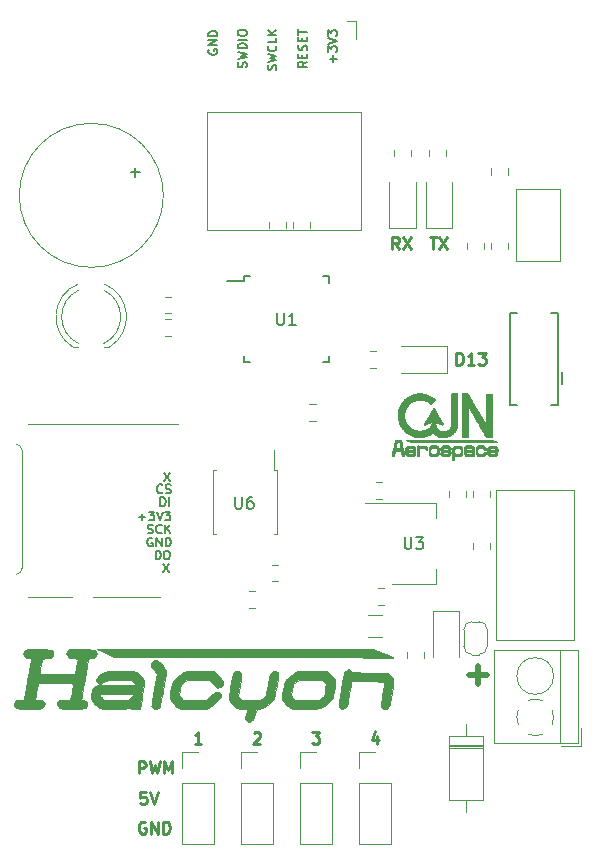
<source format=gto>
%TF.GenerationSoftware,KiCad,Pcbnew,(5.1.6-0-10_14)*%
%TF.CreationDate,2021-05-24T19:11:46+02:00*%
%TF.ProjectId,ControlUnit,436f6e74-726f-46c5-956e-69742e6b6963,rev?*%
%TF.SameCoordinates,Original*%
%TF.FileFunction,Legend,Top*%
%TF.FilePolarity,Positive*%
%FSLAX46Y46*%
G04 Gerber Fmt 4.6, Leading zero omitted, Abs format (unit mm)*
G04 Created by KiCad (PCBNEW (5.1.6-0-10_14)) date 2021-05-24 19:11:46*
%MOMM*%
%LPD*%
G01*
G04 APERTURE LIST*
%ADD10C,0.250000*%
%ADD11C,0.150000*%
%ADD12C,0.500000*%
%ADD13C,0.010000*%
%ADD14C,0.120000*%
G04 APERTURE END LIST*
D10*
X132690476Y-110285714D02*
X132690476Y-110952380D01*
X132452380Y-109904761D02*
X132214285Y-110619047D01*
X132833333Y-110619047D01*
X127166666Y-109952380D02*
X127785714Y-109952380D01*
X127452380Y-110333333D01*
X127595238Y-110333333D01*
X127690476Y-110380952D01*
X127738095Y-110428571D01*
X127785714Y-110523809D01*
X127785714Y-110761904D01*
X127738095Y-110857142D01*
X127690476Y-110904761D01*
X127595238Y-110952380D01*
X127309523Y-110952380D01*
X127214285Y-110904761D01*
X127166666Y-110857142D01*
X122214285Y-110047619D02*
X122261904Y-110000000D01*
X122357142Y-109952380D01*
X122595238Y-109952380D01*
X122690476Y-110000000D01*
X122738095Y-110047619D01*
X122785714Y-110142857D01*
X122785714Y-110238095D01*
X122738095Y-110380952D01*
X122166666Y-110952380D01*
X122785714Y-110952380D01*
X117785714Y-110952380D02*
X117214285Y-110952380D01*
X117500000Y-110952380D02*
X117500000Y-109952380D01*
X117404761Y-110095238D01*
X117309523Y-110190476D01*
X117214285Y-110238095D01*
D11*
X114650000Y-87989285D02*
X115150000Y-88739285D01*
X115150000Y-87989285D02*
X114650000Y-88739285D01*
X114475000Y-89667857D02*
X114439285Y-89703571D01*
X114332142Y-89739285D01*
X114260714Y-89739285D01*
X114153571Y-89703571D01*
X114082142Y-89632142D01*
X114046428Y-89560714D01*
X114010714Y-89417857D01*
X114010714Y-89310714D01*
X114046428Y-89167857D01*
X114082142Y-89096428D01*
X114153571Y-89025000D01*
X114260714Y-88989285D01*
X114332142Y-88989285D01*
X114439285Y-89025000D01*
X114475000Y-89060714D01*
X114760714Y-89703571D02*
X114867857Y-89739285D01*
X115046428Y-89739285D01*
X115117857Y-89703571D01*
X115153571Y-89667857D01*
X115189285Y-89596428D01*
X115189285Y-89525000D01*
X115153571Y-89453571D01*
X115117857Y-89417857D01*
X115046428Y-89382142D01*
X114903571Y-89346428D01*
X114832142Y-89310714D01*
X114796428Y-89275000D01*
X114760714Y-89203571D01*
X114760714Y-89132142D01*
X114796428Y-89060714D01*
X114832142Y-89025000D01*
X114903571Y-88989285D01*
X115082142Y-88989285D01*
X115189285Y-89025000D01*
X114325000Y-90839285D02*
X114325000Y-90089285D01*
X114503571Y-90089285D01*
X114610714Y-90125000D01*
X114682142Y-90196428D01*
X114717857Y-90267857D01*
X114753571Y-90410714D01*
X114753571Y-90517857D01*
X114717857Y-90660714D01*
X114682142Y-90732142D01*
X114610714Y-90803571D01*
X114503571Y-90839285D01*
X114325000Y-90839285D01*
X115075000Y-90839285D02*
X115075000Y-90089285D01*
X114550000Y-95689285D02*
X115050000Y-96439285D01*
X115050000Y-95689285D02*
X114550000Y-96439285D01*
X113910714Y-95339285D02*
X113910714Y-94589285D01*
X114089285Y-94589285D01*
X114196428Y-94625000D01*
X114267857Y-94696428D01*
X114303571Y-94767857D01*
X114339285Y-94910714D01*
X114339285Y-95017857D01*
X114303571Y-95160714D01*
X114267857Y-95232142D01*
X114196428Y-95303571D01*
X114089285Y-95339285D01*
X113910714Y-95339285D01*
X114803571Y-94589285D02*
X114946428Y-94589285D01*
X115017857Y-94625000D01*
X115089285Y-94696428D01*
X115125000Y-94839285D01*
X115125000Y-95089285D01*
X115089285Y-95232142D01*
X115017857Y-95303571D01*
X114946428Y-95339285D01*
X114803571Y-95339285D01*
X114732142Y-95303571D01*
X114660714Y-95232142D01*
X114625000Y-95089285D01*
X114625000Y-94839285D01*
X114660714Y-94696428D01*
X114732142Y-94625000D01*
X114803571Y-94589285D01*
X113628571Y-93525000D02*
X113557142Y-93489285D01*
X113450000Y-93489285D01*
X113342857Y-93525000D01*
X113271428Y-93596428D01*
X113235714Y-93667857D01*
X113200000Y-93810714D01*
X113200000Y-93917857D01*
X113235714Y-94060714D01*
X113271428Y-94132142D01*
X113342857Y-94203571D01*
X113450000Y-94239285D01*
X113521428Y-94239285D01*
X113628571Y-94203571D01*
X113664285Y-94167857D01*
X113664285Y-93917857D01*
X113521428Y-93917857D01*
X113985714Y-94239285D02*
X113985714Y-93489285D01*
X114414285Y-94239285D01*
X114414285Y-93489285D01*
X114771428Y-94239285D02*
X114771428Y-93489285D01*
X114950000Y-93489285D01*
X115057142Y-93525000D01*
X115128571Y-93596428D01*
X115164285Y-93667857D01*
X115200000Y-93810714D01*
X115200000Y-93917857D01*
X115164285Y-94060714D01*
X115128571Y-94132142D01*
X115057142Y-94203571D01*
X114950000Y-94239285D01*
X114771428Y-94239285D01*
X113235714Y-93103571D02*
X113342857Y-93139285D01*
X113521428Y-93139285D01*
X113592857Y-93103571D01*
X113628571Y-93067857D01*
X113664285Y-92996428D01*
X113664285Y-92925000D01*
X113628571Y-92853571D01*
X113592857Y-92817857D01*
X113521428Y-92782142D01*
X113378571Y-92746428D01*
X113307142Y-92710714D01*
X113271428Y-92675000D01*
X113235714Y-92603571D01*
X113235714Y-92532142D01*
X113271428Y-92460714D01*
X113307142Y-92425000D01*
X113378571Y-92389285D01*
X113557142Y-92389285D01*
X113664285Y-92425000D01*
X114414285Y-93067857D02*
X114378571Y-93103571D01*
X114271428Y-93139285D01*
X114200000Y-93139285D01*
X114092857Y-93103571D01*
X114021428Y-93032142D01*
X113985714Y-92960714D01*
X113950000Y-92817857D01*
X113950000Y-92710714D01*
X113985714Y-92567857D01*
X114021428Y-92496428D01*
X114092857Y-92425000D01*
X114200000Y-92389285D01*
X114271428Y-92389285D01*
X114378571Y-92425000D01*
X114414285Y-92460714D01*
X114735714Y-93139285D02*
X114735714Y-92389285D01*
X115164285Y-93139285D02*
X114842857Y-92710714D01*
X115164285Y-92389285D02*
X114735714Y-92817857D01*
X112478571Y-91753571D02*
X113050000Y-91753571D01*
X112764285Y-92039285D02*
X112764285Y-91467857D01*
X113335714Y-91289285D02*
X113800000Y-91289285D01*
X113550000Y-91575000D01*
X113657142Y-91575000D01*
X113728571Y-91610714D01*
X113764285Y-91646428D01*
X113800000Y-91717857D01*
X113800000Y-91896428D01*
X113764285Y-91967857D01*
X113728571Y-92003571D01*
X113657142Y-92039285D01*
X113442857Y-92039285D01*
X113371428Y-92003571D01*
X113335714Y-91967857D01*
X114014285Y-91289285D02*
X114264285Y-92039285D01*
X114514285Y-91289285D01*
X114692857Y-91289285D02*
X115157142Y-91289285D01*
X114907142Y-91575000D01*
X115014285Y-91575000D01*
X115085714Y-91610714D01*
X115121428Y-91646428D01*
X115157142Y-91717857D01*
X115157142Y-91896428D01*
X115121428Y-91967857D01*
X115085714Y-92003571D01*
X115014285Y-92039285D01*
X114800000Y-92039285D01*
X114728571Y-92003571D01*
X114692857Y-91967857D01*
X118425000Y-52171428D02*
X118389285Y-52242857D01*
X118389285Y-52350000D01*
X118425000Y-52457142D01*
X118496428Y-52528571D01*
X118567857Y-52564285D01*
X118710714Y-52600000D01*
X118817857Y-52600000D01*
X118960714Y-52564285D01*
X119032142Y-52528571D01*
X119103571Y-52457142D01*
X119139285Y-52350000D01*
X119139285Y-52278571D01*
X119103571Y-52171428D01*
X119067857Y-52135714D01*
X118817857Y-52135714D01*
X118817857Y-52278571D01*
X119139285Y-51814285D02*
X118389285Y-51814285D01*
X119139285Y-51385714D01*
X118389285Y-51385714D01*
X119139285Y-51028571D02*
X118389285Y-51028571D01*
X118389285Y-50850000D01*
X118425000Y-50742857D01*
X118496428Y-50671428D01*
X118567857Y-50635714D01*
X118710714Y-50600000D01*
X118817857Y-50600000D01*
X118960714Y-50635714D01*
X119032142Y-50671428D01*
X119103571Y-50742857D01*
X119139285Y-50850000D01*
X119139285Y-51028571D01*
X121603571Y-53689285D02*
X121639285Y-53582142D01*
X121639285Y-53403571D01*
X121603571Y-53332142D01*
X121567857Y-53296428D01*
X121496428Y-53260714D01*
X121425000Y-53260714D01*
X121353571Y-53296428D01*
X121317857Y-53332142D01*
X121282142Y-53403571D01*
X121246428Y-53546428D01*
X121210714Y-53617857D01*
X121175000Y-53653571D01*
X121103571Y-53689285D01*
X121032142Y-53689285D01*
X120960714Y-53653571D01*
X120925000Y-53617857D01*
X120889285Y-53546428D01*
X120889285Y-53367857D01*
X120925000Y-53260714D01*
X120889285Y-53010714D02*
X121639285Y-52832142D01*
X121103571Y-52689285D01*
X121639285Y-52546428D01*
X120889285Y-52367857D01*
X121639285Y-52082142D02*
X120889285Y-52082142D01*
X120889285Y-51903571D01*
X120925000Y-51796428D01*
X120996428Y-51725000D01*
X121067857Y-51689285D01*
X121210714Y-51653571D01*
X121317857Y-51653571D01*
X121460714Y-51689285D01*
X121532142Y-51725000D01*
X121603571Y-51796428D01*
X121639285Y-51903571D01*
X121639285Y-52082142D01*
X121639285Y-51332142D02*
X120889285Y-51332142D01*
X120889285Y-50832142D02*
X120889285Y-50689285D01*
X120925000Y-50617857D01*
X120996428Y-50546428D01*
X121139285Y-50510714D01*
X121389285Y-50510714D01*
X121532142Y-50546428D01*
X121603571Y-50617857D01*
X121639285Y-50689285D01*
X121639285Y-50832142D01*
X121603571Y-50903571D01*
X121532142Y-50975000D01*
X121389285Y-51010714D01*
X121139285Y-51010714D01*
X120996428Y-50975000D01*
X120925000Y-50903571D01*
X120889285Y-50832142D01*
X124103571Y-53896428D02*
X124139285Y-53789285D01*
X124139285Y-53610714D01*
X124103571Y-53539285D01*
X124067857Y-53503571D01*
X123996428Y-53467857D01*
X123925000Y-53467857D01*
X123853571Y-53503571D01*
X123817857Y-53539285D01*
X123782142Y-53610714D01*
X123746428Y-53753571D01*
X123710714Y-53825000D01*
X123675000Y-53860714D01*
X123603571Y-53896428D01*
X123532142Y-53896428D01*
X123460714Y-53860714D01*
X123425000Y-53825000D01*
X123389285Y-53753571D01*
X123389285Y-53575000D01*
X123425000Y-53467857D01*
X123389285Y-53217857D02*
X124139285Y-53039285D01*
X123603571Y-52896428D01*
X124139285Y-52753571D01*
X123389285Y-52575000D01*
X124067857Y-51860714D02*
X124103571Y-51896428D01*
X124139285Y-52003571D01*
X124139285Y-52075000D01*
X124103571Y-52182142D01*
X124032142Y-52253571D01*
X123960714Y-52289285D01*
X123817857Y-52325000D01*
X123710714Y-52325000D01*
X123567857Y-52289285D01*
X123496428Y-52253571D01*
X123425000Y-52182142D01*
X123389285Y-52075000D01*
X123389285Y-52003571D01*
X123425000Y-51896428D01*
X123460714Y-51860714D01*
X124139285Y-51182142D02*
X124139285Y-51539285D01*
X123389285Y-51539285D01*
X124139285Y-50932142D02*
X123389285Y-50932142D01*
X124139285Y-50503571D02*
X123710714Y-50825000D01*
X123389285Y-50503571D02*
X123817857Y-50932142D01*
X126739285Y-53189285D02*
X126382142Y-53439285D01*
X126739285Y-53617857D02*
X125989285Y-53617857D01*
X125989285Y-53332142D01*
X126025000Y-53260714D01*
X126060714Y-53225000D01*
X126132142Y-53189285D01*
X126239285Y-53189285D01*
X126310714Y-53225000D01*
X126346428Y-53260714D01*
X126382142Y-53332142D01*
X126382142Y-53617857D01*
X126346428Y-52867857D02*
X126346428Y-52617857D01*
X126739285Y-52510714D02*
X126739285Y-52867857D01*
X125989285Y-52867857D01*
X125989285Y-52510714D01*
X126703571Y-52225000D02*
X126739285Y-52117857D01*
X126739285Y-51939285D01*
X126703571Y-51867857D01*
X126667857Y-51832142D01*
X126596428Y-51796428D01*
X126525000Y-51796428D01*
X126453571Y-51832142D01*
X126417857Y-51867857D01*
X126382142Y-51939285D01*
X126346428Y-52082142D01*
X126310714Y-52153571D01*
X126275000Y-52189285D01*
X126203571Y-52225000D01*
X126132142Y-52225000D01*
X126060714Y-52189285D01*
X126025000Y-52153571D01*
X125989285Y-52082142D01*
X125989285Y-51903571D01*
X126025000Y-51796428D01*
X126346428Y-51475000D02*
X126346428Y-51225000D01*
X126739285Y-51117857D02*
X126739285Y-51475000D01*
X125989285Y-51475000D01*
X125989285Y-51117857D01*
X125989285Y-50903571D02*
X125989285Y-50475000D01*
X126739285Y-50689285D02*
X125989285Y-50689285D01*
X128953571Y-53221428D02*
X128953571Y-52650000D01*
X129239285Y-52935714D02*
X128667857Y-52935714D01*
X128489285Y-52364285D02*
X128489285Y-51900000D01*
X128775000Y-52150000D01*
X128775000Y-52042857D01*
X128810714Y-51971428D01*
X128846428Y-51935714D01*
X128917857Y-51900000D01*
X129096428Y-51900000D01*
X129167857Y-51935714D01*
X129203571Y-51971428D01*
X129239285Y-52042857D01*
X129239285Y-52257142D01*
X129203571Y-52328571D01*
X129167857Y-52364285D01*
X128489285Y-51685714D02*
X129239285Y-51435714D01*
X128489285Y-51185714D01*
X128489285Y-51007142D02*
X128489285Y-50542857D01*
X128775000Y-50792857D01*
X128775000Y-50685714D01*
X128810714Y-50614285D01*
X128846428Y-50578571D01*
X128917857Y-50542857D01*
X129096428Y-50542857D01*
X129167857Y-50578571D01*
X129203571Y-50614285D01*
X129239285Y-50685714D01*
X129239285Y-50900000D01*
X129203571Y-50971428D01*
X129167857Y-51007142D01*
D10*
X113038095Y-117600000D02*
X112942857Y-117552380D01*
X112800000Y-117552380D01*
X112657142Y-117600000D01*
X112561904Y-117695238D01*
X112514285Y-117790476D01*
X112466666Y-117980952D01*
X112466666Y-118123809D01*
X112514285Y-118314285D01*
X112561904Y-118409523D01*
X112657142Y-118504761D01*
X112800000Y-118552380D01*
X112895238Y-118552380D01*
X113038095Y-118504761D01*
X113085714Y-118457142D01*
X113085714Y-118123809D01*
X112895238Y-118123809D01*
X113514285Y-118552380D02*
X113514285Y-117552380D01*
X114085714Y-118552380D01*
X114085714Y-117552380D01*
X114561904Y-118552380D02*
X114561904Y-117552380D01*
X114800000Y-117552380D01*
X114942857Y-117600000D01*
X115038095Y-117695238D01*
X115085714Y-117790476D01*
X115133333Y-117980952D01*
X115133333Y-118123809D01*
X115085714Y-118314285D01*
X115038095Y-118409523D01*
X114942857Y-118504761D01*
X114800000Y-118552380D01*
X114561904Y-118552380D01*
X113109523Y-115052380D02*
X112633333Y-115052380D01*
X112585714Y-115528571D01*
X112633333Y-115480952D01*
X112728571Y-115433333D01*
X112966666Y-115433333D01*
X113061904Y-115480952D01*
X113109523Y-115528571D01*
X113157142Y-115623809D01*
X113157142Y-115861904D01*
X113109523Y-115957142D01*
X113061904Y-116004761D01*
X112966666Y-116052380D01*
X112728571Y-116052380D01*
X112633333Y-116004761D01*
X112585714Y-115957142D01*
X113442857Y-115052380D02*
X113776190Y-116052380D01*
X114109523Y-115052380D01*
X112495238Y-113452380D02*
X112495238Y-112452380D01*
X112876190Y-112452380D01*
X112971428Y-112500000D01*
X113019047Y-112547619D01*
X113066666Y-112642857D01*
X113066666Y-112785714D01*
X113019047Y-112880952D01*
X112971428Y-112928571D01*
X112876190Y-112976190D01*
X112495238Y-112976190D01*
X113400000Y-112452380D02*
X113638095Y-113452380D01*
X113828571Y-112738095D01*
X114019047Y-113452380D01*
X114257142Y-112452380D01*
X114638095Y-113452380D02*
X114638095Y-112452380D01*
X114971428Y-113166666D01*
X115304761Y-112452380D01*
X115304761Y-113452380D01*
X139385714Y-78852380D02*
X139385714Y-77852380D01*
X139623809Y-77852380D01*
X139766666Y-77900000D01*
X139861904Y-77995238D01*
X139909523Y-78090476D01*
X139957142Y-78280952D01*
X139957142Y-78423809D01*
X139909523Y-78614285D01*
X139861904Y-78709523D01*
X139766666Y-78804761D01*
X139623809Y-78852380D01*
X139385714Y-78852380D01*
X140909523Y-78852380D02*
X140338095Y-78852380D01*
X140623809Y-78852380D02*
X140623809Y-77852380D01*
X140528571Y-77995238D01*
X140433333Y-78090476D01*
X140338095Y-78138095D01*
X141242857Y-77852380D02*
X141861904Y-77852380D01*
X141528571Y-78233333D01*
X141671428Y-78233333D01*
X141766666Y-78280952D01*
X141814285Y-78328571D01*
X141861904Y-78423809D01*
X141861904Y-78661904D01*
X141814285Y-78757142D01*
X141766666Y-78804761D01*
X141671428Y-78852380D01*
X141385714Y-78852380D01*
X141290476Y-78804761D01*
X141242857Y-78757142D01*
X137138095Y-68052380D02*
X137709523Y-68052380D01*
X137423809Y-69052380D02*
X137423809Y-68052380D01*
X137947619Y-68052380D02*
X138614285Y-69052380D01*
X138614285Y-68052380D02*
X137947619Y-69052380D01*
X134533333Y-69052380D02*
X134200000Y-68576190D01*
X133961904Y-69052380D02*
X133961904Y-68052380D01*
X134342857Y-68052380D01*
X134438095Y-68100000D01*
X134485714Y-68147619D01*
X134533333Y-68242857D01*
X134533333Y-68385714D01*
X134485714Y-68480952D01*
X134438095Y-68528571D01*
X134342857Y-68576190D01*
X133961904Y-68576190D01*
X134866666Y-68052380D02*
X135533333Y-69052380D01*
X135533333Y-68052380D02*
X134866666Y-69052380D01*
D12*
X140488095Y-105142857D02*
X142011904Y-105142857D01*
X141250000Y-105904761D02*
X141250000Y-104380952D01*
D13*
%TO.C,G\u002A\u002A\u002A*%
G36*
X140090976Y-81290759D02*
G01*
X140132173Y-81290783D01*
X140168499Y-81290857D01*
X140200161Y-81290983D01*
X140227368Y-81291164D01*
X140250327Y-81291403D01*
X140269248Y-81291703D01*
X140284338Y-81292066D01*
X140295805Y-81292497D01*
X140303858Y-81292996D01*
X140308704Y-81293569D01*
X140309498Y-81293738D01*
X140320927Y-81298525D01*
X140331042Y-81307073D01*
X140332939Y-81309901D01*
X140337355Y-81317004D01*
X140344230Y-81328277D01*
X140353502Y-81343619D01*
X140365111Y-81362927D01*
X140378997Y-81386099D01*
X140395097Y-81413032D01*
X140413352Y-81443624D01*
X140433701Y-81477772D01*
X140456083Y-81515375D01*
X140480437Y-81556329D01*
X140506702Y-81600532D01*
X140534818Y-81647881D01*
X140564724Y-81698275D01*
X140596358Y-81751610D01*
X140629661Y-81807785D01*
X140664571Y-81866696D01*
X140701028Y-81928242D01*
X140738970Y-81992319D01*
X140778338Y-82058826D01*
X140819069Y-82127660D01*
X140861104Y-82198719D01*
X140904382Y-82271899D01*
X140948841Y-82347099D01*
X140994422Y-82424217D01*
X141041062Y-82503149D01*
X141088702Y-82583793D01*
X141102852Y-82607750D01*
X141147146Y-82682736D01*
X141190815Y-82756648D01*
X141233786Y-82829363D01*
X141275988Y-82900761D01*
X141317349Y-82970720D01*
X141357798Y-83039118D01*
X141397261Y-83105835D01*
X141435667Y-83170749D01*
X141472945Y-83233739D01*
X141509022Y-83294683D01*
X141543826Y-83353461D01*
X141577286Y-83409950D01*
X141609330Y-83464030D01*
X141639885Y-83515580D01*
X141668881Y-83564477D01*
X141696243Y-83610601D01*
X141721902Y-83653831D01*
X141745785Y-83694045D01*
X141767820Y-83731121D01*
X141787936Y-83764939D01*
X141806059Y-83795378D01*
X141822119Y-83822315D01*
X141836043Y-83845630D01*
X141847760Y-83865201D01*
X141857198Y-83880908D01*
X141864284Y-83892628D01*
X141868947Y-83900240D01*
X141871115Y-83903624D01*
X141871244Y-83903785D01*
X141880158Y-83908822D01*
X141889899Y-83909229D01*
X141899348Y-83905067D01*
X141902855Y-83902075D01*
X141910280Y-83894650D01*
X141910231Y-83813810D01*
X141910192Y-83795394D01*
X141910094Y-83772138D01*
X141909940Y-83744282D01*
X141909733Y-83712065D01*
X141909475Y-83675726D01*
X141909168Y-83635507D01*
X141908816Y-83591646D01*
X141908420Y-83544382D01*
X141907984Y-83493956D01*
X141907510Y-83440607D01*
X141906999Y-83384575D01*
X141906456Y-83326099D01*
X141905882Y-83265419D01*
X141905279Y-83202774D01*
X141904651Y-83138406D01*
X141904000Y-83072551D01*
X141903329Y-83005452D01*
X141902639Y-82937347D01*
X141901934Y-82868475D01*
X141901215Y-82799077D01*
X141900486Y-82729392D01*
X141899750Y-82659660D01*
X141899007Y-82590120D01*
X141898262Y-82521012D01*
X141897516Y-82452576D01*
X141896773Y-82385051D01*
X141896034Y-82318677D01*
X141895302Y-82253694D01*
X141894580Y-82190341D01*
X141893870Y-82128858D01*
X141893174Y-82069484D01*
X141892496Y-82012459D01*
X141891838Y-81958023D01*
X141891202Y-81906415D01*
X141890590Y-81857875D01*
X141890006Y-81812643D01*
X141889452Y-81770959D01*
X141888930Y-81733061D01*
X141888443Y-81699190D01*
X141887994Y-81669585D01*
X141887584Y-81644486D01*
X141887217Y-81624132D01*
X141887167Y-81621556D01*
X141881693Y-81344023D01*
X141887870Y-81332019D01*
X141895006Y-81321648D01*
X141904162Y-81312922D01*
X141904922Y-81312373D01*
X141915796Y-81304730D01*
X142354341Y-81304730D01*
X142365160Y-81312350D01*
X142373011Y-81319355D01*
X142379958Y-81327959D01*
X142381895Y-81331174D01*
X142387810Y-81342379D01*
X142387170Y-83152571D01*
X142386530Y-84962764D01*
X142379257Y-84973258D01*
X142369896Y-84983162D01*
X142359074Y-84990185D01*
X142346162Y-84996620D01*
X142125046Y-84996508D01*
X142085289Y-84996476D01*
X142050309Y-84996420D01*
X142019799Y-84996335D01*
X141993458Y-84996216D01*
X141970979Y-84996058D01*
X141952059Y-84995857D01*
X141936394Y-84995608D01*
X141923680Y-84995305D01*
X141913612Y-84994944D01*
X141905886Y-84994521D01*
X141900198Y-84994030D01*
X141896244Y-84993466D01*
X141893770Y-84992843D01*
X141885458Y-84988399D01*
X141876838Y-84981376D01*
X141873938Y-84978350D01*
X141872118Y-84975526D01*
X141867838Y-84968419D01*
X141861170Y-84957154D01*
X141852186Y-84941853D01*
X141840957Y-84922640D01*
X141827553Y-84899637D01*
X141812046Y-84872968D01*
X141794507Y-84842756D01*
X141775007Y-84809125D01*
X141753617Y-84772196D01*
X141730408Y-84732094D01*
X141705452Y-84688942D01*
X141678819Y-84642863D01*
X141650581Y-84593979D01*
X141620809Y-84542415D01*
X141589574Y-84488293D01*
X141556947Y-84431737D01*
X141522999Y-84372869D01*
X141487802Y-84311813D01*
X141451426Y-84248693D01*
X141413942Y-84183630D01*
X141375423Y-84116748D01*
X141335938Y-84048172D01*
X141295559Y-83978022D01*
X141254357Y-83906424D01*
X141212404Y-83833500D01*
X141169769Y-83759373D01*
X141126526Y-83684166D01*
X141121891Y-83676104D01*
X141078613Y-83600832D01*
X141035950Y-83526643D01*
X140993971Y-83453658D01*
X140952748Y-83382000D01*
X140912352Y-83311791D01*
X140872852Y-83243155D01*
X140834320Y-83176213D01*
X140796826Y-83111088D01*
X140760441Y-83047903D01*
X140725236Y-82986780D01*
X140691280Y-82927841D01*
X140658646Y-82871210D01*
X140627403Y-82817009D01*
X140597623Y-82765359D01*
X140569375Y-82716385D01*
X140542731Y-82670208D01*
X140517761Y-82626950D01*
X140494536Y-82586735D01*
X140473127Y-82549685D01*
X140453603Y-82515923D01*
X140436037Y-82485570D01*
X140420498Y-82458750D01*
X140407057Y-82435584D01*
X140395785Y-82416197D01*
X140386753Y-82400709D01*
X140380030Y-82389244D01*
X140375689Y-82381924D01*
X140373799Y-82378872D01*
X140373740Y-82378799D01*
X140365532Y-82373586D01*
X140355930Y-82372619D01*
X140346226Y-82375830D01*
X140340004Y-82380584D01*
X140332219Y-82388369D01*
X140333929Y-82698719D01*
X140334101Y-82731067D01*
X140334287Y-82768218D01*
X140334485Y-82809894D01*
X140334695Y-82855820D01*
X140334916Y-82905718D01*
X140335147Y-82959312D01*
X140335386Y-83016324D01*
X140335634Y-83076476D01*
X140335888Y-83139494D01*
X140336148Y-83205099D01*
X140336412Y-83273014D01*
X140336680Y-83342963D01*
X140336952Y-83414668D01*
X140337224Y-83487853D01*
X140337498Y-83562241D01*
X140337771Y-83637555D01*
X140338043Y-83713517D01*
X140338313Y-83789851D01*
X140338579Y-83866280D01*
X140338841Y-83942527D01*
X140339097Y-84018315D01*
X140339348Y-84093367D01*
X140339591Y-84167406D01*
X140339825Y-84240156D01*
X140340050Y-84311338D01*
X140340265Y-84380677D01*
X140340469Y-84447895D01*
X140340660Y-84512716D01*
X140340838Y-84574861D01*
X140341001Y-84634056D01*
X140341074Y-84661340D01*
X140341199Y-84706103D01*
X140341315Y-84746071D01*
X140341409Y-84781528D01*
X140341467Y-84812757D01*
X140341475Y-84840045D01*
X140341419Y-84863674D01*
X140341286Y-84883930D01*
X140341062Y-84901096D01*
X140340732Y-84915458D01*
X140340285Y-84927299D01*
X140339705Y-84936903D01*
X140338979Y-84944557D01*
X140338093Y-84950542D01*
X140337034Y-84955145D01*
X140335788Y-84958649D01*
X140334340Y-84961339D01*
X140332679Y-84963499D01*
X140330788Y-84965414D01*
X140328656Y-84967368D01*
X140326268Y-84969645D01*
X140326190Y-84969723D01*
X140323793Y-84972184D01*
X140321571Y-84974343D01*
X140319193Y-84976220D01*
X140316330Y-84977835D01*
X140312650Y-84979207D01*
X140307824Y-84980356D01*
X140301522Y-84981302D01*
X140293413Y-84982064D01*
X140283167Y-84982663D01*
X140270453Y-84983117D01*
X140254942Y-84983448D01*
X140236303Y-84983673D01*
X140214206Y-84983813D01*
X140188321Y-84983889D01*
X140158318Y-84983918D01*
X140123866Y-84983922D01*
X140088311Y-84983920D01*
X139873999Y-84983920D01*
X139862804Y-84978009D01*
X139854367Y-84972130D01*
X139846389Y-84964335D01*
X139843990Y-84961281D01*
X139836370Y-84950462D01*
X139835629Y-83144106D01*
X139835581Y-83019550D01*
X139835539Y-82900009D01*
X139835505Y-82785421D01*
X139835477Y-82675722D01*
X139835457Y-82570846D01*
X139835444Y-82470731D01*
X139835439Y-82375313D01*
X139835441Y-82284527D01*
X139835451Y-82198309D01*
X139835468Y-82116597D01*
X139835492Y-82039325D01*
X139835525Y-81966429D01*
X139835565Y-81897847D01*
X139835613Y-81833514D01*
X139835669Y-81773366D01*
X139835733Y-81717339D01*
X139835806Y-81665370D01*
X139835886Y-81617393D01*
X139835975Y-81573346D01*
X139836072Y-81533165D01*
X139836177Y-81496785D01*
X139836291Y-81464143D01*
X139836413Y-81435174D01*
X139836544Y-81409815D01*
X139836683Y-81388002D01*
X139836832Y-81369671D01*
X139836989Y-81354758D01*
X139837155Y-81343200D01*
X139837330Y-81334931D01*
X139837514Y-81329888D01*
X139837684Y-81328067D01*
X139841133Y-81320325D01*
X139846653Y-81311856D01*
X139849501Y-81308396D01*
X139852232Y-81305350D01*
X139854792Y-81302677D01*
X139857513Y-81300351D01*
X139860726Y-81298350D01*
X139864764Y-81296647D01*
X139869958Y-81295220D01*
X139876641Y-81294044D01*
X139885143Y-81293095D01*
X139895797Y-81292348D01*
X139908934Y-81291780D01*
X139924887Y-81291366D01*
X139943987Y-81291082D01*
X139966566Y-81290903D01*
X139992956Y-81290805D01*
X140023488Y-81290765D01*
X140058495Y-81290758D01*
X140090976Y-81290759D01*
G37*
X140090976Y-81290759D02*
X140132173Y-81290783D01*
X140168499Y-81290857D01*
X140200161Y-81290983D01*
X140227368Y-81291164D01*
X140250327Y-81291403D01*
X140269248Y-81291703D01*
X140284338Y-81292066D01*
X140295805Y-81292497D01*
X140303858Y-81292996D01*
X140308704Y-81293569D01*
X140309498Y-81293738D01*
X140320927Y-81298525D01*
X140331042Y-81307073D01*
X140332939Y-81309901D01*
X140337355Y-81317004D01*
X140344230Y-81328277D01*
X140353502Y-81343619D01*
X140365111Y-81362927D01*
X140378997Y-81386099D01*
X140395097Y-81413032D01*
X140413352Y-81443624D01*
X140433701Y-81477772D01*
X140456083Y-81515375D01*
X140480437Y-81556329D01*
X140506702Y-81600532D01*
X140534818Y-81647881D01*
X140564724Y-81698275D01*
X140596358Y-81751610D01*
X140629661Y-81807785D01*
X140664571Y-81866696D01*
X140701028Y-81928242D01*
X140738970Y-81992319D01*
X140778338Y-82058826D01*
X140819069Y-82127660D01*
X140861104Y-82198719D01*
X140904382Y-82271899D01*
X140948841Y-82347099D01*
X140994422Y-82424217D01*
X141041062Y-82503149D01*
X141088702Y-82583793D01*
X141102852Y-82607750D01*
X141147146Y-82682736D01*
X141190815Y-82756648D01*
X141233786Y-82829363D01*
X141275988Y-82900761D01*
X141317349Y-82970720D01*
X141357798Y-83039118D01*
X141397261Y-83105835D01*
X141435667Y-83170749D01*
X141472945Y-83233739D01*
X141509022Y-83294683D01*
X141543826Y-83353461D01*
X141577286Y-83409950D01*
X141609330Y-83464030D01*
X141639885Y-83515580D01*
X141668881Y-83564477D01*
X141696243Y-83610601D01*
X141721902Y-83653831D01*
X141745785Y-83694045D01*
X141767820Y-83731121D01*
X141787936Y-83764939D01*
X141806059Y-83795378D01*
X141822119Y-83822315D01*
X141836043Y-83845630D01*
X141847760Y-83865201D01*
X141857198Y-83880908D01*
X141864284Y-83892628D01*
X141868947Y-83900240D01*
X141871115Y-83903624D01*
X141871244Y-83903785D01*
X141880158Y-83908822D01*
X141889899Y-83909229D01*
X141899348Y-83905067D01*
X141902855Y-83902075D01*
X141910280Y-83894650D01*
X141910231Y-83813810D01*
X141910192Y-83795394D01*
X141910094Y-83772138D01*
X141909940Y-83744282D01*
X141909733Y-83712065D01*
X141909475Y-83675726D01*
X141909168Y-83635507D01*
X141908816Y-83591646D01*
X141908420Y-83544382D01*
X141907984Y-83493956D01*
X141907510Y-83440607D01*
X141906999Y-83384575D01*
X141906456Y-83326099D01*
X141905882Y-83265419D01*
X141905279Y-83202774D01*
X141904651Y-83138406D01*
X141904000Y-83072551D01*
X141903329Y-83005452D01*
X141902639Y-82937347D01*
X141901934Y-82868475D01*
X141901215Y-82799077D01*
X141900486Y-82729392D01*
X141899750Y-82659660D01*
X141899007Y-82590120D01*
X141898262Y-82521012D01*
X141897516Y-82452576D01*
X141896773Y-82385051D01*
X141896034Y-82318677D01*
X141895302Y-82253694D01*
X141894580Y-82190341D01*
X141893870Y-82128858D01*
X141893174Y-82069484D01*
X141892496Y-82012459D01*
X141891838Y-81958023D01*
X141891202Y-81906415D01*
X141890590Y-81857875D01*
X141890006Y-81812643D01*
X141889452Y-81770959D01*
X141888930Y-81733061D01*
X141888443Y-81699190D01*
X141887994Y-81669585D01*
X141887584Y-81644486D01*
X141887217Y-81624132D01*
X141887167Y-81621556D01*
X141881693Y-81344023D01*
X141887870Y-81332019D01*
X141895006Y-81321648D01*
X141904162Y-81312922D01*
X141904922Y-81312373D01*
X141915796Y-81304730D01*
X142354341Y-81304730D01*
X142365160Y-81312350D01*
X142373011Y-81319355D01*
X142379958Y-81327959D01*
X142381895Y-81331174D01*
X142387810Y-81342379D01*
X142387170Y-83152571D01*
X142386530Y-84962764D01*
X142379257Y-84973258D01*
X142369896Y-84983162D01*
X142359074Y-84990185D01*
X142346162Y-84996620D01*
X142125046Y-84996508D01*
X142085289Y-84996476D01*
X142050309Y-84996420D01*
X142019799Y-84996335D01*
X141993458Y-84996216D01*
X141970979Y-84996058D01*
X141952059Y-84995857D01*
X141936394Y-84995608D01*
X141923680Y-84995305D01*
X141913612Y-84994944D01*
X141905886Y-84994521D01*
X141900198Y-84994030D01*
X141896244Y-84993466D01*
X141893770Y-84992843D01*
X141885458Y-84988399D01*
X141876838Y-84981376D01*
X141873938Y-84978350D01*
X141872118Y-84975526D01*
X141867838Y-84968419D01*
X141861170Y-84957154D01*
X141852186Y-84941853D01*
X141840957Y-84922640D01*
X141827553Y-84899637D01*
X141812046Y-84872968D01*
X141794507Y-84842756D01*
X141775007Y-84809125D01*
X141753617Y-84772196D01*
X141730408Y-84732094D01*
X141705452Y-84688942D01*
X141678819Y-84642863D01*
X141650581Y-84593979D01*
X141620809Y-84542415D01*
X141589574Y-84488293D01*
X141556947Y-84431737D01*
X141522999Y-84372869D01*
X141487802Y-84311813D01*
X141451426Y-84248693D01*
X141413942Y-84183630D01*
X141375423Y-84116748D01*
X141335938Y-84048172D01*
X141295559Y-83978022D01*
X141254357Y-83906424D01*
X141212404Y-83833500D01*
X141169769Y-83759373D01*
X141126526Y-83684166D01*
X141121891Y-83676104D01*
X141078613Y-83600832D01*
X141035950Y-83526643D01*
X140993971Y-83453658D01*
X140952748Y-83382000D01*
X140912352Y-83311791D01*
X140872852Y-83243155D01*
X140834320Y-83176213D01*
X140796826Y-83111088D01*
X140760441Y-83047903D01*
X140725236Y-82986780D01*
X140691280Y-82927841D01*
X140658646Y-82871210D01*
X140627403Y-82817009D01*
X140597623Y-82765359D01*
X140569375Y-82716385D01*
X140542731Y-82670208D01*
X140517761Y-82626950D01*
X140494536Y-82586735D01*
X140473127Y-82549685D01*
X140453603Y-82515923D01*
X140436037Y-82485570D01*
X140420498Y-82458750D01*
X140407057Y-82435584D01*
X140395785Y-82416197D01*
X140386753Y-82400709D01*
X140380030Y-82389244D01*
X140375689Y-82381924D01*
X140373799Y-82378872D01*
X140373740Y-82378799D01*
X140365532Y-82373586D01*
X140355930Y-82372619D01*
X140346226Y-82375830D01*
X140340004Y-82380584D01*
X140332219Y-82388369D01*
X140333929Y-82698719D01*
X140334101Y-82731067D01*
X140334287Y-82768218D01*
X140334485Y-82809894D01*
X140334695Y-82855820D01*
X140334916Y-82905718D01*
X140335147Y-82959312D01*
X140335386Y-83016324D01*
X140335634Y-83076476D01*
X140335888Y-83139494D01*
X140336148Y-83205099D01*
X140336412Y-83273014D01*
X140336680Y-83342963D01*
X140336952Y-83414668D01*
X140337224Y-83487853D01*
X140337498Y-83562241D01*
X140337771Y-83637555D01*
X140338043Y-83713517D01*
X140338313Y-83789851D01*
X140338579Y-83866280D01*
X140338841Y-83942527D01*
X140339097Y-84018315D01*
X140339348Y-84093367D01*
X140339591Y-84167406D01*
X140339825Y-84240156D01*
X140340050Y-84311338D01*
X140340265Y-84380677D01*
X140340469Y-84447895D01*
X140340660Y-84512716D01*
X140340838Y-84574861D01*
X140341001Y-84634056D01*
X140341074Y-84661340D01*
X140341199Y-84706103D01*
X140341315Y-84746071D01*
X140341409Y-84781528D01*
X140341467Y-84812757D01*
X140341475Y-84840045D01*
X140341419Y-84863674D01*
X140341286Y-84883930D01*
X140341062Y-84901096D01*
X140340732Y-84915458D01*
X140340285Y-84927299D01*
X140339705Y-84936903D01*
X140338979Y-84944557D01*
X140338093Y-84950542D01*
X140337034Y-84955145D01*
X140335788Y-84958649D01*
X140334340Y-84961339D01*
X140332679Y-84963499D01*
X140330788Y-84965414D01*
X140328656Y-84967368D01*
X140326268Y-84969645D01*
X140326190Y-84969723D01*
X140323793Y-84972184D01*
X140321571Y-84974343D01*
X140319193Y-84976220D01*
X140316330Y-84977835D01*
X140312650Y-84979207D01*
X140307824Y-84980356D01*
X140301522Y-84981302D01*
X140293413Y-84982064D01*
X140283167Y-84982663D01*
X140270453Y-84983117D01*
X140254942Y-84983448D01*
X140236303Y-84983673D01*
X140214206Y-84983813D01*
X140188321Y-84983889D01*
X140158318Y-84983918D01*
X140123866Y-84983922D01*
X140088311Y-84983920D01*
X139873999Y-84983920D01*
X139862804Y-84978009D01*
X139854367Y-84972130D01*
X139846389Y-84964335D01*
X139843990Y-84961281D01*
X139836370Y-84950462D01*
X139835629Y-83144106D01*
X139835581Y-83019550D01*
X139835539Y-82900009D01*
X139835505Y-82785421D01*
X139835477Y-82675722D01*
X139835457Y-82570846D01*
X139835444Y-82470731D01*
X139835439Y-82375313D01*
X139835441Y-82284527D01*
X139835451Y-82198309D01*
X139835468Y-82116597D01*
X139835492Y-82039325D01*
X139835525Y-81966429D01*
X139835565Y-81897847D01*
X139835613Y-81833514D01*
X139835669Y-81773366D01*
X139835733Y-81717339D01*
X139835806Y-81665370D01*
X139835886Y-81617393D01*
X139835975Y-81573346D01*
X139836072Y-81533165D01*
X139836177Y-81496785D01*
X139836291Y-81464143D01*
X139836413Y-81435174D01*
X139836544Y-81409815D01*
X139836683Y-81388002D01*
X139836832Y-81369671D01*
X139836989Y-81354758D01*
X139837155Y-81343200D01*
X139837330Y-81334931D01*
X139837514Y-81329888D01*
X139837684Y-81328067D01*
X139841133Y-81320325D01*
X139846653Y-81311856D01*
X139849501Y-81308396D01*
X139852232Y-81305350D01*
X139854792Y-81302677D01*
X139857513Y-81300351D01*
X139860726Y-81298350D01*
X139864764Y-81296647D01*
X139869958Y-81295220D01*
X139876641Y-81294044D01*
X139885143Y-81293095D01*
X139895797Y-81292348D01*
X139908934Y-81291780D01*
X139924887Y-81291366D01*
X139943987Y-81291082D01*
X139966566Y-81290903D01*
X139992956Y-81290805D01*
X140023488Y-81290765D01*
X140058495Y-81290758D01*
X140090976Y-81290759D01*
G36*
X136401880Y-81280553D02*
G01*
X136496249Y-81289682D01*
X136589844Y-81303706D01*
X136642320Y-81313813D01*
X136738893Y-81336440D01*
X136833237Y-81363611D01*
X136925310Y-81395305D01*
X137015068Y-81431500D01*
X137102469Y-81472177D01*
X137187468Y-81517314D01*
X137270024Y-81566891D01*
X137350092Y-81620888D01*
X137427631Y-81679283D01*
X137460200Y-81705753D01*
X137480488Y-81722854D01*
X137499349Y-81739211D01*
X137516392Y-81754458D01*
X137531225Y-81768226D01*
X137543457Y-81780149D01*
X137552697Y-81789858D01*
X137558553Y-81796986D01*
X137560177Y-81799645D01*
X137563537Y-81811580D01*
X137563891Y-81825335D01*
X137561272Y-81838661D01*
X137559476Y-81843210D01*
X137556900Y-81846843D01*
X137551115Y-81853554D01*
X137542070Y-81863393D01*
X137529715Y-81876411D01*
X137514002Y-81892661D01*
X137494879Y-81912194D01*
X137472296Y-81935060D01*
X137446204Y-81961312D01*
X137416553Y-81991001D01*
X137388717Y-82018774D01*
X137360474Y-82046907D01*
X137335594Y-82071669D01*
X137313841Y-82093279D01*
X137294985Y-82111957D01*
X137278793Y-82127922D01*
X137265032Y-82141393D01*
X137253470Y-82152591D01*
X137243875Y-82161734D01*
X137236013Y-82169042D01*
X137229653Y-82174734D01*
X137224561Y-82179030D01*
X137220506Y-82182149D01*
X137217255Y-82184310D01*
X137214576Y-82185734D01*
X137212236Y-82186638D01*
X137210294Y-82187174D01*
X137200813Y-82188886D01*
X137192187Y-82188890D01*
X137183648Y-82186841D01*
X137174430Y-82182397D01*
X137163766Y-82175213D01*
X137150888Y-82164947D01*
X137140160Y-82155753D01*
X137075663Y-82102738D01*
X137008982Y-82054308D01*
X136940114Y-82010463D01*
X136869057Y-81971201D01*
X136795810Y-81936523D01*
X136720370Y-81906427D01*
X136642736Y-81880912D01*
X136562907Y-81859978D01*
X136480880Y-81843624D01*
X136396653Y-81831848D01*
X136394670Y-81831629D01*
X136378055Y-81830199D01*
X136357357Y-81829041D01*
X136333568Y-81828162D01*
X136307677Y-81827569D01*
X136280674Y-81827266D01*
X136253552Y-81827260D01*
X136227299Y-81827557D01*
X136202906Y-81828163D01*
X136181364Y-81829085D01*
X136164800Y-81830226D01*
X136083709Y-81839603D01*
X136004915Y-81853404D01*
X135928034Y-81871736D01*
X135852683Y-81894707D01*
X135778476Y-81922427D01*
X135705030Y-81955002D01*
X135682200Y-81966181D01*
X135612299Y-82003989D01*
X135545041Y-82046013D01*
X135480594Y-82092039D01*
X135419123Y-82141855D01*
X135360796Y-82195248D01*
X135305779Y-82252006D01*
X135254238Y-82311915D01*
X135206340Y-82374762D01*
X135162251Y-82440335D01*
X135122139Y-82508421D01*
X135086170Y-82578807D01*
X135054509Y-82651281D01*
X135027325Y-82725629D01*
X135004784Y-82801638D01*
X134994163Y-82845240D01*
X134985686Y-82885745D01*
X134978604Y-82925918D01*
X134972638Y-82967518D01*
X134967510Y-83012303D01*
X134967216Y-83015207D01*
X134965348Y-83038716D01*
X134964014Y-83066137D01*
X134963208Y-83096327D01*
X134962925Y-83128146D01*
X134963160Y-83160454D01*
X134963907Y-83192109D01*
X134965162Y-83221971D01*
X134966919Y-83248899D01*
X134968345Y-83264453D01*
X134979318Y-83346664D01*
X134994700Y-83426422D01*
X135014555Y-83503902D01*
X135038943Y-83579278D01*
X135067928Y-83652725D01*
X135101571Y-83724419D01*
X135139935Y-83794533D01*
X135179591Y-83858004D01*
X135225937Y-83923368D01*
X135276239Y-83985725D01*
X135330256Y-84044892D01*
X135387747Y-84100686D01*
X135448473Y-84152922D01*
X135512192Y-84201418D01*
X135578664Y-84245990D01*
X135647648Y-84286454D01*
X135718905Y-84322627D01*
X135792192Y-84354325D01*
X135864356Y-84380414D01*
X135941655Y-84403084D01*
X136020073Y-84420887D01*
X136099332Y-84433824D01*
X136179156Y-84441892D01*
X136259268Y-84445093D01*
X136339391Y-84443423D01*
X136419248Y-84436883D01*
X136498561Y-84425472D01*
X136577055Y-84409188D01*
X136654452Y-84388031D01*
X136670260Y-84383059D01*
X136721846Y-84365685D01*
X136772690Y-84347043D01*
X136822169Y-84327410D01*
X136869662Y-84307060D01*
X136914545Y-84286272D01*
X136956198Y-84265319D01*
X136993996Y-84244480D01*
X137024409Y-84225918D01*
X137070995Y-84193280D01*
X137113025Y-84158407D01*
X137150510Y-84121281D01*
X137183464Y-84081884D01*
X137211900Y-84040198D01*
X137235831Y-83996206D01*
X137255270Y-83949891D01*
X137270231Y-83901233D01*
X137273162Y-83889180D01*
X137276842Y-83871753D01*
X137280275Y-83852665D01*
X137283373Y-83832707D01*
X137286053Y-83812670D01*
X137288229Y-83793344D01*
X137289815Y-83775519D01*
X137290725Y-83759988D01*
X137290875Y-83747539D01*
X137290179Y-83738964D01*
X137289632Y-83736758D01*
X137284615Y-83729240D01*
X137276492Y-83723737D01*
X137267182Y-83721541D01*
X137266953Y-83721540D01*
X137263900Y-83722381D01*
X137256363Y-83724837D01*
X137244638Y-83728803D01*
X137229023Y-83734175D01*
X137209814Y-83740848D01*
X137187309Y-83748719D01*
X137161802Y-83757682D01*
X137133592Y-83767634D01*
X137102975Y-83778471D01*
X137070248Y-83790089D01*
X137035707Y-83802382D01*
X136999648Y-83815248D01*
X136969012Y-83826203D01*
X136924368Y-83842173D01*
X136884258Y-83856496D01*
X136848439Y-83869255D01*
X136816670Y-83880535D01*
X136788707Y-83890417D01*
X136764308Y-83898984D01*
X136743231Y-83906321D01*
X136725233Y-83912509D01*
X136710071Y-83917632D01*
X136697503Y-83921773D01*
X136687287Y-83925015D01*
X136679180Y-83927441D01*
X136672939Y-83929133D01*
X136668323Y-83930176D01*
X136665088Y-83930652D01*
X136663844Y-83930703D01*
X136648991Y-83928231D01*
X136636127Y-83921763D01*
X136625763Y-83912112D01*
X136618411Y-83900093D01*
X136614582Y-83886521D01*
X136614788Y-83872211D01*
X136618941Y-83859172D01*
X136620718Y-83856089D01*
X136625022Y-83848926D01*
X136631729Y-83837883D01*
X136640717Y-83823158D01*
X136651863Y-83804952D01*
X136665043Y-83783464D01*
X136680134Y-83758893D01*
X136697013Y-83731437D01*
X136715557Y-83701297D01*
X136735643Y-83668672D01*
X136757147Y-83633762D01*
X136779947Y-83596764D01*
X136803919Y-83557880D01*
X136828940Y-83517308D01*
X136854887Y-83475247D01*
X136881637Y-83431896D01*
X136909066Y-83387456D01*
X136937052Y-83342125D01*
X136965471Y-83296103D01*
X136994200Y-83249589D01*
X137023117Y-83202782D01*
X137052096Y-83155882D01*
X137081017Y-83109088D01*
X137109755Y-83062599D01*
X137138187Y-83016615D01*
X137166191Y-82971334D01*
X137193643Y-82926957D01*
X137220419Y-82883682D01*
X137246397Y-82841709D01*
X137271453Y-82801237D01*
X137295465Y-82762466D01*
X137318309Y-82725594D01*
X137339862Y-82690822D01*
X137360001Y-82658348D01*
X137378603Y-82628372D01*
X137395544Y-82601092D01*
X137410702Y-82576710D01*
X137423953Y-82555422D01*
X137435174Y-82537430D01*
X137444242Y-82522932D01*
X137451033Y-82512128D01*
X137455425Y-82505217D01*
X137457295Y-82502398D01*
X137457352Y-82502340D01*
X137458692Y-82504520D01*
X137462401Y-82510925D01*
X137468364Y-82521348D01*
X137476464Y-82535582D01*
X137486586Y-82553420D01*
X137498613Y-82574658D01*
X137512429Y-82599087D01*
X137527919Y-82626503D01*
X137544966Y-82656698D01*
X137563454Y-82689466D01*
X137583268Y-82724600D01*
X137604290Y-82761895D01*
X137626406Y-82801145D01*
X137649499Y-82842141D01*
X137673453Y-82884679D01*
X137698152Y-82928552D01*
X137723480Y-82973553D01*
X137749321Y-83019477D01*
X137775559Y-83066116D01*
X137802078Y-83113265D01*
X137828762Y-83160717D01*
X137855495Y-83208265D01*
X137882161Y-83255704D01*
X137908643Y-83302826D01*
X137934827Y-83349427D01*
X137960595Y-83395298D01*
X137985832Y-83440234D01*
X138010421Y-83484029D01*
X138034247Y-83526476D01*
X138057194Y-83567368D01*
X138079146Y-83606500D01*
X138099986Y-83643665D01*
X138119599Y-83678656D01*
X138137868Y-83711268D01*
X138154678Y-83741293D01*
X138169912Y-83768526D01*
X138183455Y-83792761D01*
X138195190Y-83813790D01*
X138205002Y-83831407D01*
X138212774Y-83845406D01*
X138218390Y-83855581D01*
X138221734Y-83861726D01*
X138222646Y-83863484D01*
X138226634Y-83877654D01*
X138226290Y-83892286D01*
X138222025Y-83906290D01*
X138214248Y-83918574D01*
X138203369Y-83928050D01*
X138197124Y-83931298D01*
X138194070Y-83932582D01*
X138191170Y-83933670D01*
X138188158Y-83934474D01*
X138184770Y-83934908D01*
X138180741Y-83934884D01*
X138175805Y-83934317D01*
X138169698Y-83933119D01*
X138162155Y-83931203D01*
X138152910Y-83928483D01*
X138141699Y-83924872D01*
X138128256Y-83920282D01*
X138112317Y-83914628D01*
X138093617Y-83907822D01*
X138071890Y-83899777D01*
X138046872Y-83890406D01*
X138018298Y-83879624D01*
X137985902Y-83867342D01*
X137949419Y-83853475D01*
X137908585Y-83837934D01*
X137886401Y-83829490D01*
X137850411Y-83815814D01*
X137815658Y-83802656D01*
X137782445Y-83790126D01*
X137751077Y-83778340D01*
X137721859Y-83767408D01*
X137695095Y-83757445D01*
X137671091Y-83748563D01*
X137650150Y-83740874D01*
X137632578Y-83734493D01*
X137618679Y-83729531D01*
X137608757Y-83726103D01*
X137603117Y-83724319D01*
X137601981Y-83724080D01*
X137591585Y-83725941D01*
X137584207Y-83731774D01*
X137580698Y-83738019D01*
X137579601Y-83741229D01*
X137578989Y-83745013D01*
X137578921Y-83750085D01*
X137579456Y-83757158D01*
X137580653Y-83766943D01*
X137582569Y-83780154D01*
X137585265Y-83797504D01*
X137585969Y-83801950D01*
X137595040Y-83856153D01*
X137604398Y-83905808D01*
X137614223Y-83951446D01*
X137624697Y-83993598D01*
X137636000Y-84032795D01*
X137648314Y-84069568D01*
X137661820Y-84104449D01*
X137676697Y-84137968D01*
X137693128Y-84170656D01*
X137711293Y-84203044D01*
X137731373Y-84235664D01*
X137736382Y-84243409D01*
X137763722Y-84282509D01*
X137792189Y-84317487D01*
X137822132Y-84348541D01*
X137853901Y-84375867D01*
X137887843Y-84399661D01*
X137924308Y-84420122D01*
X137963645Y-84437446D01*
X138006202Y-84451829D01*
X138052327Y-84463470D01*
X138102371Y-84472564D01*
X138153620Y-84478999D01*
X138166404Y-84479972D01*
X138183958Y-84480783D01*
X138205975Y-84481424D01*
X138232148Y-84481888D01*
X138262170Y-84482167D01*
X138293320Y-84482256D01*
X138320503Y-84482236D01*
X138343166Y-84482155D01*
X138361869Y-84481993D01*
X138377171Y-84481732D01*
X138389633Y-84481352D01*
X138399813Y-84480833D01*
X138408271Y-84480156D01*
X138415568Y-84479302D01*
X138422262Y-84478251D01*
X138425400Y-84477676D01*
X138479722Y-84464979D01*
X138531612Y-84447990D01*
X138581265Y-84426603D01*
X138628879Y-84400713D01*
X138674648Y-84370213D01*
X138718768Y-84334998D01*
X138758219Y-84298199D01*
X138798703Y-84254292D01*
X138834767Y-84207943D01*
X138866435Y-84159104D01*
X138893730Y-84107729D01*
X138916674Y-84053771D01*
X138935290Y-83997184D01*
X138949600Y-83937920D01*
X138958111Y-83887487D01*
X138958452Y-83884843D01*
X138958775Y-83881887D01*
X138959080Y-83878485D01*
X138959370Y-83874502D01*
X138959643Y-83869804D01*
X138959900Y-83864258D01*
X138960142Y-83857728D01*
X138960369Y-83850081D01*
X138960582Y-83841182D01*
X138960781Y-83830898D01*
X138960967Y-83819093D01*
X138961139Y-83805634D01*
X138961300Y-83790387D01*
X138961448Y-83773218D01*
X138961585Y-83753991D01*
X138961710Y-83732574D01*
X138961825Y-83708831D01*
X138961930Y-83682629D01*
X138962025Y-83653833D01*
X138962111Y-83622310D01*
X138962188Y-83587924D01*
X138962257Y-83550543D01*
X138962318Y-83510031D01*
X138962372Y-83466254D01*
X138962418Y-83419079D01*
X138962459Y-83368370D01*
X138962493Y-83313995D01*
X138962522Y-83255818D01*
X138962546Y-83193705D01*
X138962565Y-83127523D01*
X138962580Y-83057136D01*
X138962591Y-82982412D01*
X138962599Y-82903215D01*
X138962605Y-82819411D01*
X138962608Y-82730867D01*
X138962609Y-82637447D01*
X138962610Y-82586160D01*
X138962610Y-81317430D01*
X138969662Y-81305432D01*
X138979881Y-81292897D01*
X138988712Y-81286382D01*
X139000710Y-81279330D01*
X139208990Y-81278530D01*
X139250398Y-81278394D01*
X139286941Y-81278327D01*
X139318833Y-81278329D01*
X139346286Y-81278404D01*
X139369515Y-81278552D01*
X139388733Y-81278777D01*
X139404155Y-81279080D01*
X139415994Y-81279463D01*
X139424465Y-81279928D01*
X139429780Y-81280478D01*
X139430863Y-81280675D01*
X139445126Y-81286126D01*
X139457218Y-81295353D01*
X139465992Y-81307394D01*
X139467986Y-81311876D01*
X139468289Y-81312984D01*
X139468577Y-81314748D01*
X139468848Y-81317298D01*
X139469105Y-81320763D01*
X139469346Y-81325272D01*
X139469573Y-81330954D01*
X139469786Y-81337938D01*
X139469985Y-81346355D01*
X139470170Y-81356333D01*
X139470342Y-81368002D01*
X139470501Y-81381490D01*
X139470647Y-81396927D01*
X139470781Y-81414442D01*
X139470903Y-81434165D01*
X139471013Y-81456225D01*
X139471112Y-81480751D01*
X139471199Y-81507873D01*
X139471276Y-81537719D01*
X139471343Y-81570418D01*
X139471400Y-81606102D01*
X139471447Y-81644897D01*
X139471484Y-81686935D01*
X139471513Y-81732343D01*
X139471532Y-81781251D01*
X139471544Y-81833790D01*
X139471547Y-81890087D01*
X139471542Y-81950272D01*
X139471530Y-82014474D01*
X139471511Y-82082823D01*
X139471485Y-82155448D01*
X139471452Y-82232479D01*
X139471414Y-82314043D01*
X139471369Y-82400272D01*
X139471319Y-82491293D01*
X139471264Y-82587237D01*
X139471252Y-82609020D01*
X139471194Y-82705828D01*
X139471137Y-82797691D01*
X139471082Y-82884740D01*
X139471026Y-82967110D01*
X139470970Y-83044934D01*
X139470913Y-83118346D01*
X139470855Y-83187478D01*
X139470795Y-83252465D01*
X139470733Y-83313440D01*
X139470667Y-83370536D01*
X139470598Y-83423888D01*
X139470525Y-83473628D01*
X139470448Y-83519890D01*
X139470365Y-83562807D01*
X139470277Y-83602514D01*
X139470182Y-83639143D01*
X139470081Y-83672827D01*
X139469973Y-83703702D01*
X139469857Y-83731899D01*
X139469733Y-83757553D01*
X139469600Y-83780797D01*
X139469458Y-83801765D01*
X139469306Y-83820589D01*
X139469144Y-83837404D01*
X139468971Y-83852343D01*
X139468787Y-83865540D01*
X139468590Y-83877127D01*
X139468382Y-83887239D01*
X139468160Y-83896009D01*
X139467925Y-83903570D01*
X139467676Y-83910057D01*
X139467412Y-83915602D01*
X139467133Y-83920339D01*
X139466839Y-83924401D01*
X139466529Y-83927923D01*
X139466202Y-83931037D01*
X139466047Y-83932360D01*
X139455232Y-84006607D01*
X139441043Y-84077568D01*
X139423287Y-84145915D01*
X139401773Y-84212322D01*
X139376308Y-84277460D01*
X139352598Y-84329870D01*
X139317101Y-84398056D01*
X139277424Y-84463523D01*
X139233770Y-84526108D01*
X139186339Y-84585646D01*
X139135334Y-84641974D01*
X139080956Y-84694929D01*
X139023406Y-84744345D01*
X138962886Y-84790060D01*
X138899598Y-84831910D01*
X138833743Y-84869731D01*
X138765522Y-84903359D01*
X138695137Y-84932630D01*
X138622790Y-84957381D01*
X138558751Y-84975026D01*
X138489902Y-84989733D01*
X138419052Y-85000673D01*
X138359360Y-85006746D01*
X138342293Y-85007732D01*
X138321310Y-85008415D01*
X138297551Y-85008801D01*
X138272158Y-85008898D01*
X138246270Y-85008713D01*
X138221029Y-85008255D01*
X138197575Y-85007530D01*
X138177049Y-85006546D01*
X138162291Y-85005469D01*
X138084672Y-84995918D01*
X138008480Y-84981491D01*
X137933715Y-84962189D01*
X137860382Y-84938013D01*
X137788482Y-84908963D01*
X137718017Y-84875042D01*
X137654510Y-84839560D01*
X137592053Y-84799604D01*
X137532066Y-84755704D01*
X137474114Y-84707525D01*
X137420426Y-84657361D01*
X137386025Y-84623434D01*
X137352627Y-84647135D01*
X137272522Y-84700916D01*
X137189759Y-84750508D01*
X137104593Y-84795816D01*
X137017281Y-84836748D01*
X136928077Y-84873208D01*
X136837237Y-84905103D01*
X136745017Y-84932338D01*
X136651672Y-84954821D01*
X136557458Y-84972456D01*
X136462630Y-84985149D01*
X136423880Y-84988882D01*
X136381542Y-84991809D01*
X136335896Y-84993717D01*
X136288304Y-84994611D01*
X136240130Y-84994495D01*
X136192737Y-84993375D01*
X136147489Y-84991253D01*
X136105750Y-84988135D01*
X136102570Y-84987839D01*
X136006146Y-84976213D01*
X135910679Y-84959674D01*
X135816372Y-84938296D01*
X135723432Y-84912154D01*
X135632063Y-84881324D01*
X135542470Y-84845881D01*
X135454857Y-84805899D01*
X135369429Y-84761455D01*
X135286392Y-84712622D01*
X135205950Y-84659477D01*
X135204680Y-84658588D01*
X135127514Y-84601463D01*
X135053481Y-84540412D01*
X134982724Y-84475618D01*
X134915388Y-84407262D01*
X134851616Y-84335527D01*
X134791552Y-84260594D01*
X134735339Y-84182647D01*
X134683123Y-84101867D01*
X134635046Y-84018436D01*
X134591252Y-83932537D01*
X134551887Y-83844351D01*
X134541699Y-83819330D01*
X134509248Y-83731124D01*
X134481415Y-83641015D01*
X134458229Y-83549284D01*
X134439722Y-83456210D01*
X134425924Y-83362075D01*
X134416865Y-83267157D01*
X134412576Y-83171738D01*
X134413087Y-83076098D01*
X134418430Y-82980517D01*
X134428633Y-82885274D01*
X134435203Y-82840160D01*
X134452507Y-82746906D01*
X134474764Y-82654345D01*
X134501856Y-82562859D01*
X134533664Y-82472832D01*
X134570071Y-82384647D01*
X134586422Y-82348850D01*
X134630213Y-82261570D01*
X134678134Y-82177178D01*
X134730062Y-82095786D01*
X134785877Y-82017506D01*
X134845453Y-81942447D01*
X134908670Y-81870722D01*
X134975404Y-81802441D01*
X135045533Y-81737716D01*
X135118934Y-81676658D01*
X135195485Y-81619377D01*
X135275062Y-81565986D01*
X135357543Y-81516594D01*
X135442806Y-81471313D01*
X135530728Y-81430255D01*
X135621186Y-81393530D01*
X135654391Y-81381375D01*
X135744356Y-81352058D01*
X135835900Y-81327477D01*
X135928731Y-81307650D01*
X136022554Y-81292600D01*
X136117075Y-81282344D01*
X136211999Y-81276905D01*
X136307032Y-81276301D01*
X136401880Y-81280553D01*
G37*
X136401880Y-81280553D02*
X136496249Y-81289682D01*
X136589844Y-81303706D01*
X136642320Y-81313813D01*
X136738893Y-81336440D01*
X136833237Y-81363611D01*
X136925310Y-81395305D01*
X137015068Y-81431500D01*
X137102469Y-81472177D01*
X137187468Y-81517314D01*
X137270024Y-81566891D01*
X137350092Y-81620888D01*
X137427631Y-81679283D01*
X137460200Y-81705753D01*
X137480488Y-81722854D01*
X137499349Y-81739211D01*
X137516392Y-81754458D01*
X137531225Y-81768226D01*
X137543457Y-81780149D01*
X137552697Y-81789858D01*
X137558553Y-81796986D01*
X137560177Y-81799645D01*
X137563537Y-81811580D01*
X137563891Y-81825335D01*
X137561272Y-81838661D01*
X137559476Y-81843210D01*
X137556900Y-81846843D01*
X137551115Y-81853554D01*
X137542070Y-81863393D01*
X137529715Y-81876411D01*
X137514002Y-81892661D01*
X137494879Y-81912194D01*
X137472296Y-81935060D01*
X137446204Y-81961312D01*
X137416553Y-81991001D01*
X137388717Y-82018774D01*
X137360474Y-82046907D01*
X137335594Y-82071669D01*
X137313841Y-82093279D01*
X137294985Y-82111957D01*
X137278793Y-82127922D01*
X137265032Y-82141393D01*
X137253470Y-82152591D01*
X137243875Y-82161734D01*
X137236013Y-82169042D01*
X137229653Y-82174734D01*
X137224561Y-82179030D01*
X137220506Y-82182149D01*
X137217255Y-82184310D01*
X137214576Y-82185734D01*
X137212236Y-82186638D01*
X137210294Y-82187174D01*
X137200813Y-82188886D01*
X137192187Y-82188890D01*
X137183648Y-82186841D01*
X137174430Y-82182397D01*
X137163766Y-82175213D01*
X137150888Y-82164947D01*
X137140160Y-82155753D01*
X137075663Y-82102738D01*
X137008982Y-82054308D01*
X136940114Y-82010463D01*
X136869057Y-81971201D01*
X136795810Y-81936523D01*
X136720370Y-81906427D01*
X136642736Y-81880912D01*
X136562907Y-81859978D01*
X136480880Y-81843624D01*
X136396653Y-81831848D01*
X136394670Y-81831629D01*
X136378055Y-81830199D01*
X136357357Y-81829041D01*
X136333568Y-81828162D01*
X136307677Y-81827569D01*
X136280674Y-81827266D01*
X136253552Y-81827260D01*
X136227299Y-81827557D01*
X136202906Y-81828163D01*
X136181364Y-81829085D01*
X136164800Y-81830226D01*
X136083709Y-81839603D01*
X136004915Y-81853404D01*
X135928034Y-81871736D01*
X135852683Y-81894707D01*
X135778476Y-81922427D01*
X135705030Y-81955002D01*
X135682200Y-81966181D01*
X135612299Y-82003989D01*
X135545041Y-82046013D01*
X135480594Y-82092039D01*
X135419123Y-82141855D01*
X135360796Y-82195248D01*
X135305779Y-82252006D01*
X135254238Y-82311915D01*
X135206340Y-82374762D01*
X135162251Y-82440335D01*
X135122139Y-82508421D01*
X135086170Y-82578807D01*
X135054509Y-82651281D01*
X135027325Y-82725629D01*
X135004784Y-82801638D01*
X134994163Y-82845240D01*
X134985686Y-82885745D01*
X134978604Y-82925918D01*
X134972638Y-82967518D01*
X134967510Y-83012303D01*
X134967216Y-83015207D01*
X134965348Y-83038716D01*
X134964014Y-83066137D01*
X134963208Y-83096327D01*
X134962925Y-83128146D01*
X134963160Y-83160454D01*
X134963907Y-83192109D01*
X134965162Y-83221971D01*
X134966919Y-83248899D01*
X134968345Y-83264453D01*
X134979318Y-83346664D01*
X134994700Y-83426422D01*
X135014555Y-83503902D01*
X135038943Y-83579278D01*
X135067928Y-83652725D01*
X135101571Y-83724419D01*
X135139935Y-83794533D01*
X135179591Y-83858004D01*
X135225937Y-83923368D01*
X135276239Y-83985725D01*
X135330256Y-84044892D01*
X135387747Y-84100686D01*
X135448473Y-84152922D01*
X135512192Y-84201418D01*
X135578664Y-84245990D01*
X135647648Y-84286454D01*
X135718905Y-84322627D01*
X135792192Y-84354325D01*
X135864356Y-84380414D01*
X135941655Y-84403084D01*
X136020073Y-84420887D01*
X136099332Y-84433824D01*
X136179156Y-84441892D01*
X136259268Y-84445093D01*
X136339391Y-84443423D01*
X136419248Y-84436883D01*
X136498561Y-84425472D01*
X136577055Y-84409188D01*
X136654452Y-84388031D01*
X136670260Y-84383059D01*
X136721846Y-84365685D01*
X136772690Y-84347043D01*
X136822169Y-84327410D01*
X136869662Y-84307060D01*
X136914545Y-84286272D01*
X136956198Y-84265319D01*
X136993996Y-84244480D01*
X137024409Y-84225918D01*
X137070995Y-84193280D01*
X137113025Y-84158407D01*
X137150510Y-84121281D01*
X137183464Y-84081884D01*
X137211900Y-84040198D01*
X137235831Y-83996206D01*
X137255270Y-83949891D01*
X137270231Y-83901233D01*
X137273162Y-83889180D01*
X137276842Y-83871753D01*
X137280275Y-83852665D01*
X137283373Y-83832707D01*
X137286053Y-83812670D01*
X137288229Y-83793344D01*
X137289815Y-83775519D01*
X137290725Y-83759988D01*
X137290875Y-83747539D01*
X137290179Y-83738964D01*
X137289632Y-83736758D01*
X137284615Y-83729240D01*
X137276492Y-83723737D01*
X137267182Y-83721541D01*
X137266953Y-83721540D01*
X137263900Y-83722381D01*
X137256363Y-83724837D01*
X137244638Y-83728803D01*
X137229023Y-83734175D01*
X137209814Y-83740848D01*
X137187309Y-83748719D01*
X137161802Y-83757682D01*
X137133592Y-83767634D01*
X137102975Y-83778471D01*
X137070248Y-83790089D01*
X137035707Y-83802382D01*
X136999648Y-83815248D01*
X136969012Y-83826203D01*
X136924368Y-83842173D01*
X136884258Y-83856496D01*
X136848439Y-83869255D01*
X136816670Y-83880535D01*
X136788707Y-83890417D01*
X136764308Y-83898984D01*
X136743231Y-83906321D01*
X136725233Y-83912509D01*
X136710071Y-83917632D01*
X136697503Y-83921773D01*
X136687287Y-83925015D01*
X136679180Y-83927441D01*
X136672939Y-83929133D01*
X136668323Y-83930176D01*
X136665088Y-83930652D01*
X136663844Y-83930703D01*
X136648991Y-83928231D01*
X136636127Y-83921763D01*
X136625763Y-83912112D01*
X136618411Y-83900093D01*
X136614582Y-83886521D01*
X136614788Y-83872211D01*
X136618941Y-83859172D01*
X136620718Y-83856089D01*
X136625022Y-83848926D01*
X136631729Y-83837883D01*
X136640717Y-83823158D01*
X136651863Y-83804952D01*
X136665043Y-83783464D01*
X136680134Y-83758893D01*
X136697013Y-83731437D01*
X136715557Y-83701297D01*
X136735643Y-83668672D01*
X136757147Y-83633762D01*
X136779947Y-83596764D01*
X136803919Y-83557880D01*
X136828940Y-83517308D01*
X136854887Y-83475247D01*
X136881637Y-83431896D01*
X136909066Y-83387456D01*
X136937052Y-83342125D01*
X136965471Y-83296103D01*
X136994200Y-83249589D01*
X137023117Y-83202782D01*
X137052096Y-83155882D01*
X137081017Y-83109088D01*
X137109755Y-83062599D01*
X137138187Y-83016615D01*
X137166191Y-82971334D01*
X137193643Y-82926957D01*
X137220419Y-82883682D01*
X137246397Y-82841709D01*
X137271453Y-82801237D01*
X137295465Y-82762466D01*
X137318309Y-82725594D01*
X137339862Y-82690822D01*
X137360001Y-82658348D01*
X137378603Y-82628372D01*
X137395544Y-82601092D01*
X137410702Y-82576710D01*
X137423953Y-82555422D01*
X137435174Y-82537430D01*
X137444242Y-82522932D01*
X137451033Y-82512128D01*
X137455425Y-82505217D01*
X137457295Y-82502398D01*
X137457352Y-82502340D01*
X137458692Y-82504520D01*
X137462401Y-82510925D01*
X137468364Y-82521348D01*
X137476464Y-82535582D01*
X137486586Y-82553420D01*
X137498613Y-82574658D01*
X137512429Y-82599087D01*
X137527919Y-82626503D01*
X137544966Y-82656698D01*
X137563454Y-82689466D01*
X137583268Y-82724600D01*
X137604290Y-82761895D01*
X137626406Y-82801145D01*
X137649499Y-82842141D01*
X137673453Y-82884679D01*
X137698152Y-82928552D01*
X137723480Y-82973553D01*
X137749321Y-83019477D01*
X137775559Y-83066116D01*
X137802078Y-83113265D01*
X137828762Y-83160717D01*
X137855495Y-83208265D01*
X137882161Y-83255704D01*
X137908643Y-83302826D01*
X137934827Y-83349427D01*
X137960595Y-83395298D01*
X137985832Y-83440234D01*
X138010421Y-83484029D01*
X138034247Y-83526476D01*
X138057194Y-83567368D01*
X138079146Y-83606500D01*
X138099986Y-83643665D01*
X138119599Y-83678656D01*
X138137868Y-83711268D01*
X138154678Y-83741293D01*
X138169912Y-83768526D01*
X138183455Y-83792761D01*
X138195190Y-83813790D01*
X138205002Y-83831407D01*
X138212774Y-83845406D01*
X138218390Y-83855581D01*
X138221734Y-83861726D01*
X138222646Y-83863484D01*
X138226634Y-83877654D01*
X138226290Y-83892286D01*
X138222025Y-83906290D01*
X138214248Y-83918574D01*
X138203369Y-83928050D01*
X138197124Y-83931298D01*
X138194070Y-83932582D01*
X138191170Y-83933670D01*
X138188158Y-83934474D01*
X138184770Y-83934908D01*
X138180741Y-83934884D01*
X138175805Y-83934317D01*
X138169698Y-83933119D01*
X138162155Y-83931203D01*
X138152910Y-83928483D01*
X138141699Y-83924872D01*
X138128256Y-83920282D01*
X138112317Y-83914628D01*
X138093617Y-83907822D01*
X138071890Y-83899777D01*
X138046872Y-83890406D01*
X138018298Y-83879624D01*
X137985902Y-83867342D01*
X137949419Y-83853475D01*
X137908585Y-83837934D01*
X137886401Y-83829490D01*
X137850411Y-83815814D01*
X137815658Y-83802656D01*
X137782445Y-83790126D01*
X137751077Y-83778340D01*
X137721859Y-83767408D01*
X137695095Y-83757445D01*
X137671091Y-83748563D01*
X137650150Y-83740874D01*
X137632578Y-83734493D01*
X137618679Y-83729531D01*
X137608757Y-83726103D01*
X137603117Y-83724319D01*
X137601981Y-83724080D01*
X137591585Y-83725941D01*
X137584207Y-83731774D01*
X137580698Y-83738019D01*
X137579601Y-83741229D01*
X137578989Y-83745013D01*
X137578921Y-83750085D01*
X137579456Y-83757158D01*
X137580653Y-83766943D01*
X137582569Y-83780154D01*
X137585265Y-83797504D01*
X137585969Y-83801950D01*
X137595040Y-83856153D01*
X137604398Y-83905808D01*
X137614223Y-83951446D01*
X137624697Y-83993598D01*
X137636000Y-84032795D01*
X137648314Y-84069568D01*
X137661820Y-84104449D01*
X137676697Y-84137968D01*
X137693128Y-84170656D01*
X137711293Y-84203044D01*
X137731373Y-84235664D01*
X137736382Y-84243409D01*
X137763722Y-84282509D01*
X137792189Y-84317487D01*
X137822132Y-84348541D01*
X137853901Y-84375867D01*
X137887843Y-84399661D01*
X137924308Y-84420122D01*
X137963645Y-84437446D01*
X138006202Y-84451829D01*
X138052327Y-84463470D01*
X138102371Y-84472564D01*
X138153620Y-84478999D01*
X138166404Y-84479972D01*
X138183958Y-84480783D01*
X138205975Y-84481424D01*
X138232148Y-84481888D01*
X138262170Y-84482167D01*
X138293320Y-84482256D01*
X138320503Y-84482236D01*
X138343166Y-84482155D01*
X138361869Y-84481993D01*
X138377171Y-84481732D01*
X138389633Y-84481352D01*
X138399813Y-84480833D01*
X138408271Y-84480156D01*
X138415568Y-84479302D01*
X138422262Y-84478251D01*
X138425400Y-84477676D01*
X138479722Y-84464979D01*
X138531612Y-84447990D01*
X138581265Y-84426603D01*
X138628879Y-84400713D01*
X138674648Y-84370213D01*
X138718768Y-84334998D01*
X138758219Y-84298199D01*
X138798703Y-84254292D01*
X138834767Y-84207943D01*
X138866435Y-84159104D01*
X138893730Y-84107729D01*
X138916674Y-84053771D01*
X138935290Y-83997184D01*
X138949600Y-83937920D01*
X138958111Y-83887487D01*
X138958452Y-83884843D01*
X138958775Y-83881887D01*
X138959080Y-83878485D01*
X138959370Y-83874502D01*
X138959643Y-83869804D01*
X138959900Y-83864258D01*
X138960142Y-83857728D01*
X138960369Y-83850081D01*
X138960582Y-83841182D01*
X138960781Y-83830898D01*
X138960967Y-83819093D01*
X138961139Y-83805634D01*
X138961300Y-83790387D01*
X138961448Y-83773218D01*
X138961585Y-83753991D01*
X138961710Y-83732574D01*
X138961825Y-83708831D01*
X138961930Y-83682629D01*
X138962025Y-83653833D01*
X138962111Y-83622310D01*
X138962188Y-83587924D01*
X138962257Y-83550543D01*
X138962318Y-83510031D01*
X138962372Y-83466254D01*
X138962418Y-83419079D01*
X138962459Y-83368370D01*
X138962493Y-83313995D01*
X138962522Y-83255818D01*
X138962546Y-83193705D01*
X138962565Y-83127523D01*
X138962580Y-83057136D01*
X138962591Y-82982412D01*
X138962599Y-82903215D01*
X138962605Y-82819411D01*
X138962608Y-82730867D01*
X138962609Y-82637447D01*
X138962610Y-82586160D01*
X138962610Y-81317430D01*
X138969662Y-81305432D01*
X138979881Y-81292897D01*
X138988712Y-81286382D01*
X139000710Y-81279330D01*
X139208990Y-81278530D01*
X139250398Y-81278394D01*
X139286941Y-81278327D01*
X139318833Y-81278329D01*
X139346286Y-81278404D01*
X139369515Y-81278552D01*
X139388733Y-81278777D01*
X139404155Y-81279080D01*
X139415994Y-81279463D01*
X139424465Y-81279928D01*
X139429780Y-81280478D01*
X139430863Y-81280675D01*
X139445126Y-81286126D01*
X139457218Y-81295353D01*
X139465992Y-81307394D01*
X139467986Y-81311876D01*
X139468289Y-81312984D01*
X139468577Y-81314748D01*
X139468848Y-81317298D01*
X139469105Y-81320763D01*
X139469346Y-81325272D01*
X139469573Y-81330954D01*
X139469786Y-81337938D01*
X139469985Y-81346355D01*
X139470170Y-81356333D01*
X139470342Y-81368002D01*
X139470501Y-81381490D01*
X139470647Y-81396927D01*
X139470781Y-81414442D01*
X139470903Y-81434165D01*
X139471013Y-81456225D01*
X139471112Y-81480751D01*
X139471199Y-81507873D01*
X139471276Y-81537719D01*
X139471343Y-81570418D01*
X139471400Y-81606102D01*
X139471447Y-81644897D01*
X139471484Y-81686935D01*
X139471513Y-81732343D01*
X139471532Y-81781251D01*
X139471544Y-81833790D01*
X139471547Y-81890087D01*
X139471542Y-81950272D01*
X139471530Y-82014474D01*
X139471511Y-82082823D01*
X139471485Y-82155448D01*
X139471452Y-82232479D01*
X139471414Y-82314043D01*
X139471369Y-82400272D01*
X139471319Y-82491293D01*
X139471264Y-82587237D01*
X139471252Y-82609020D01*
X139471194Y-82705828D01*
X139471137Y-82797691D01*
X139471082Y-82884740D01*
X139471026Y-82967110D01*
X139470970Y-83044934D01*
X139470913Y-83118346D01*
X139470855Y-83187478D01*
X139470795Y-83252465D01*
X139470733Y-83313440D01*
X139470667Y-83370536D01*
X139470598Y-83423888D01*
X139470525Y-83473628D01*
X139470448Y-83519890D01*
X139470365Y-83562807D01*
X139470277Y-83602514D01*
X139470182Y-83639143D01*
X139470081Y-83672827D01*
X139469973Y-83703702D01*
X139469857Y-83731899D01*
X139469733Y-83757553D01*
X139469600Y-83780797D01*
X139469458Y-83801765D01*
X139469306Y-83820589D01*
X139469144Y-83837404D01*
X139468971Y-83852343D01*
X139468787Y-83865540D01*
X139468590Y-83877127D01*
X139468382Y-83887239D01*
X139468160Y-83896009D01*
X139467925Y-83903570D01*
X139467676Y-83910057D01*
X139467412Y-83915602D01*
X139467133Y-83920339D01*
X139466839Y-83924401D01*
X139466529Y-83927923D01*
X139466202Y-83931037D01*
X139466047Y-83932360D01*
X139455232Y-84006607D01*
X139441043Y-84077568D01*
X139423287Y-84145915D01*
X139401773Y-84212322D01*
X139376308Y-84277460D01*
X139352598Y-84329870D01*
X139317101Y-84398056D01*
X139277424Y-84463523D01*
X139233770Y-84526108D01*
X139186339Y-84585646D01*
X139135334Y-84641974D01*
X139080956Y-84694929D01*
X139023406Y-84744345D01*
X138962886Y-84790060D01*
X138899598Y-84831910D01*
X138833743Y-84869731D01*
X138765522Y-84903359D01*
X138695137Y-84932630D01*
X138622790Y-84957381D01*
X138558751Y-84975026D01*
X138489902Y-84989733D01*
X138419052Y-85000673D01*
X138359360Y-85006746D01*
X138342293Y-85007732D01*
X138321310Y-85008415D01*
X138297551Y-85008801D01*
X138272158Y-85008898D01*
X138246270Y-85008713D01*
X138221029Y-85008255D01*
X138197575Y-85007530D01*
X138177049Y-85006546D01*
X138162291Y-85005469D01*
X138084672Y-84995918D01*
X138008480Y-84981491D01*
X137933715Y-84962189D01*
X137860382Y-84938013D01*
X137788482Y-84908963D01*
X137718017Y-84875042D01*
X137654510Y-84839560D01*
X137592053Y-84799604D01*
X137532066Y-84755704D01*
X137474114Y-84707525D01*
X137420426Y-84657361D01*
X137386025Y-84623434D01*
X137352627Y-84647135D01*
X137272522Y-84700916D01*
X137189759Y-84750508D01*
X137104593Y-84795816D01*
X137017281Y-84836748D01*
X136928077Y-84873208D01*
X136837237Y-84905103D01*
X136745017Y-84932338D01*
X136651672Y-84954821D01*
X136557458Y-84972456D01*
X136462630Y-84985149D01*
X136423880Y-84988882D01*
X136381542Y-84991809D01*
X136335896Y-84993717D01*
X136288304Y-84994611D01*
X136240130Y-84994495D01*
X136192737Y-84993375D01*
X136147489Y-84991253D01*
X136105750Y-84988135D01*
X136102570Y-84987839D01*
X136006146Y-84976213D01*
X135910679Y-84959674D01*
X135816372Y-84938296D01*
X135723432Y-84912154D01*
X135632063Y-84881324D01*
X135542470Y-84845881D01*
X135454857Y-84805899D01*
X135369429Y-84761455D01*
X135286392Y-84712622D01*
X135205950Y-84659477D01*
X135204680Y-84658588D01*
X135127514Y-84601463D01*
X135053481Y-84540412D01*
X134982724Y-84475618D01*
X134915388Y-84407262D01*
X134851616Y-84335527D01*
X134791552Y-84260594D01*
X134735339Y-84182647D01*
X134683123Y-84101867D01*
X134635046Y-84018436D01*
X134591252Y-83932537D01*
X134551887Y-83844351D01*
X134541699Y-83819330D01*
X134509248Y-83731124D01*
X134481415Y-83641015D01*
X134458229Y-83549284D01*
X134439722Y-83456210D01*
X134425924Y-83362075D01*
X134416865Y-83267157D01*
X134412576Y-83171738D01*
X134413087Y-83076098D01*
X134418430Y-82980517D01*
X134428633Y-82885274D01*
X134435203Y-82840160D01*
X134452507Y-82746906D01*
X134474764Y-82654345D01*
X134501856Y-82562859D01*
X134533664Y-82472832D01*
X134570071Y-82384647D01*
X134586422Y-82348850D01*
X134630213Y-82261570D01*
X134678134Y-82177178D01*
X134730062Y-82095786D01*
X134785877Y-82017506D01*
X134845453Y-81942447D01*
X134908670Y-81870722D01*
X134975404Y-81802441D01*
X135045533Y-81737716D01*
X135118934Y-81676658D01*
X135195485Y-81619377D01*
X135275062Y-81565986D01*
X135357543Y-81516594D01*
X135442806Y-81471313D01*
X135530728Y-81430255D01*
X135621186Y-81393530D01*
X135654391Y-81381375D01*
X135744356Y-81352058D01*
X135835900Y-81327477D01*
X135928731Y-81307650D01*
X136022554Y-81292600D01*
X136117075Y-81282344D01*
X136211999Y-81276905D01*
X136307032Y-81276301D01*
X136401880Y-81280553D01*
G36*
X142595800Y-85284110D02*
G01*
X142623231Y-85297871D01*
X142649441Y-85311064D01*
X142674058Y-85323500D01*
X142696713Y-85334990D01*
X142717033Y-85345344D01*
X142734649Y-85354373D01*
X142749189Y-85361888D01*
X142760282Y-85367698D01*
X142767559Y-85371614D01*
X142770615Y-85373422D01*
X142777485Y-85381660D01*
X142780075Y-85391378D01*
X142778415Y-85401374D01*
X142772538Y-85410446D01*
X142769543Y-85413140D01*
X142769374Y-85413354D01*
X142769375Y-85413563D01*
X142769480Y-85413766D01*
X142769622Y-85413964D01*
X142769736Y-85414157D01*
X142769753Y-85414344D01*
X142769609Y-85414526D01*
X142769237Y-85414702D01*
X142768570Y-85414873D01*
X142767543Y-85415040D01*
X142766088Y-85415200D01*
X142764139Y-85415356D01*
X142761631Y-85415507D01*
X142758496Y-85415652D01*
X142754669Y-85415793D01*
X142750082Y-85415928D01*
X142744670Y-85416059D01*
X142738367Y-85416184D01*
X142731105Y-85416305D01*
X142722819Y-85416421D01*
X142713441Y-85416531D01*
X142702907Y-85416638D01*
X142691149Y-85416739D01*
X142678101Y-85416836D01*
X142663696Y-85416928D01*
X142647869Y-85417015D01*
X142630553Y-85417098D01*
X142611682Y-85417176D01*
X142591188Y-85417249D01*
X142569007Y-85417318D01*
X142545071Y-85417383D01*
X142519314Y-85417443D01*
X142491670Y-85417499D01*
X142462072Y-85417550D01*
X142430454Y-85417597D01*
X142396750Y-85417640D01*
X142360893Y-85417678D01*
X142322818Y-85417713D01*
X142282456Y-85417743D01*
X142239743Y-85417768D01*
X142194612Y-85417790D01*
X142146996Y-85417808D01*
X142096830Y-85417822D01*
X142044046Y-85417831D01*
X141988578Y-85417837D01*
X141930361Y-85417838D01*
X141869327Y-85417836D01*
X141805411Y-85417830D01*
X141738545Y-85417820D01*
X141668664Y-85417806D01*
X141595701Y-85417789D01*
X141519590Y-85417768D01*
X141440265Y-85417743D01*
X141357658Y-85417714D01*
X141271705Y-85417682D01*
X141182337Y-85417646D01*
X141089490Y-85417607D01*
X140993096Y-85417564D01*
X140893090Y-85417518D01*
X140789405Y-85417468D01*
X140681974Y-85417415D01*
X140570731Y-85417358D01*
X140455610Y-85417298D01*
X140336545Y-85417235D01*
X140213469Y-85417169D01*
X140086315Y-85417099D01*
X139955018Y-85417026D01*
X139819511Y-85416950D01*
X139679728Y-85416871D01*
X139535602Y-85416788D01*
X139387066Y-85416703D01*
X139234056Y-85416615D01*
X139076503Y-85416523D01*
X138914343Y-85416429D01*
X138747507Y-85416332D01*
X138575931Y-85416232D01*
X138399548Y-85416129D01*
X138218291Y-85416023D01*
X138032094Y-85415915D01*
X137840891Y-85415803D01*
X137819610Y-85415791D01*
X135510750Y-85414450D01*
X135333152Y-85334850D01*
X135304740Y-85322101D01*
X135277590Y-85309890D01*
X135252072Y-85298385D01*
X135228555Y-85287753D01*
X135207410Y-85278164D01*
X135189005Y-85269784D01*
X135173711Y-85262783D01*
X135161897Y-85257327D01*
X135153933Y-85253586D01*
X135150189Y-85251726D01*
X135150029Y-85251629D01*
X135142416Y-85244021D01*
X135139112Y-85234686D01*
X135140197Y-85224708D01*
X135145748Y-85215170D01*
X135147276Y-85213535D01*
X135155912Y-85204900D01*
X135824821Y-85204796D01*
X135855857Y-85204789D01*
X135891842Y-85204778D01*
X135932643Y-85204763D01*
X135978129Y-85204743D01*
X136028168Y-85204719D01*
X136082629Y-85204692D01*
X136141380Y-85204660D01*
X136204288Y-85204625D01*
X136271223Y-85204585D01*
X136342052Y-85204543D01*
X136416645Y-85204496D01*
X136494868Y-85204447D01*
X136576591Y-85204393D01*
X136661682Y-85204337D01*
X136750009Y-85204277D01*
X136841440Y-85204215D01*
X136935844Y-85204149D01*
X137033088Y-85204081D01*
X137133042Y-85204009D01*
X137235574Y-85203935D01*
X137340551Y-85203859D01*
X137447842Y-85203780D01*
X137557316Y-85203698D01*
X137668840Y-85203615D01*
X137782283Y-85203529D01*
X137897514Y-85203440D01*
X138014400Y-85203350D01*
X138132810Y-85203258D01*
X138252612Y-85203164D01*
X138373674Y-85203069D01*
X138495865Y-85202971D01*
X138619053Y-85202873D01*
X138743106Y-85202772D01*
X138867893Y-85202671D01*
X138993282Y-85202568D01*
X139119141Y-85202464D01*
X139245338Y-85202358D01*
X139371742Y-85202252D01*
X139460450Y-85202177D01*
X142427170Y-85199663D01*
X142595800Y-85284110D01*
G37*
X142595800Y-85284110D02*
X142623231Y-85297871D01*
X142649441Y-85311064D01*
X142674058Y-85323500D01*
X142696713Y-85334990D01*
X142717033Y-85345344D01*
X142734649Y-85354373D01*
X142749189Y-85361888D01*
X142760282Y-85367698D01*
X142767559Y-85371614D01*
X142770615Y-85373422D01*
X142777485Y-85381660D01*
X142780075Y-85391378D01*
X142778415Y-85401374D01*
X142772538Y-85410446D01*
X142769543Y-85413140D01*
X142769374Y-85413354D01*
X142769375Y-85413563D01*
X142769480Y-85413766D01*
X142769622Y-85413964D01*
X142769736Y-85414157D01*
X142769753Y-85414344D01*
X142769609Y-85414526D01*
X142769237Y-85414702D01*
X142768570Y-85414873D01*
X142767543Y-85415040D01*
X142766088Y-85415200D01*
X142764139Y-85415356D01*
X142761631Y-85415507D01*
X142758496Y-85415652D01*
X142754669Y-85415793D01*
X142750082Y-85415928D01*
X142744670Y-85416059D01*
X142738367Y-85416184D01*
X142731105Y-85416305D01*
X142722819Y-85416421D01*
X142713441Y-85416531D01*
X142702907Y-85416638D01*
X142691149Y-85416739D01*
X142678101Y-85416836D01*
X142663696Y-85416928D01*
X142647869Y-85417015D01*
X142630553Y-85417098D01*
X142611682Y-85417176D01*
X142591188Y-85417249D01*
X142569007Y-85417318D01*
X142545071Y-85417383D01*
X142519314Y-85417443D01*
X142491670Y-85417499D01*
X142462072Y-85417550D01*
X142430454Y-85417597D01*
X142396750Y-85417640D01*
X142360893Y-85417678D01*
X142322818Y-85417713D01*
X142282456Y-85417743D01*
X142239743Y-85417768D01*
X142194612Y-85417790D01*
X142146996Y-85417808D01*
X142096830Y-85417822D01*
X142044046Y-85417831D01*
X141988578Y-85417837D01*
X141930361Y-85417838D01*
X141869327Y-85417836D01*
X141805411Y-85417830D01*
X141738545Y-85417820D01*
X141668664Y-85417806D01*
X141595701Y-85417789D01*
X141519590Y-85417768D01*
X141440265Y-85417743D01*
X141357658Y-85417714D01*
X141271705Y-85417682D01*
X141182337Y-85417646D01*
X141089490Y-85417607D01*
X140993096Y-85417564D01*
X140893090Y-85417518D01*
X140789405Y-85417468D01*
X140681974Y-85417415D01*
X140570731Y-85417358D01*
X140455610Y-85417298D01*
X140336545Y-85417235D01*
X140213469Y-85417169D01*
X140086315Y-85417099D01*
X139955018Y-85417026D01*
X139819511Y-85416950D01*
X139679728Y-85416871D01*
X139535602Y-85416788D01*
X139387066Y-85416703D01*
X139234056Y-85416615D01*
X139076503Y-85416523D01*
X138914343Y-85416429D01*
X138747507Y-85416332D01*
X138575931Y-85416232D01*
X138399548Y-85416129D01*
X138218291Y-85416023D01*
X138032094Y-85415915D01*
X137840891Y-85415803D01*
X137819610Y-85415791D01*
X135510750Y-85414450D01*
X135333152Y-85334850D01*
X135304740Y-85322101D01*
X135277590Y-85309890D01*
X135252072Y-85298385D01*
X135228555Y-85287753D01*
X135207410Y-85278164D01*
X135189005Y-85269784D01*
X135173711Y-85262783D01*
X135161897Y-85257327D01*
X135153933Y-85253586D01*
X135150189Y-85251726D01*
X135150029Y-85251629D01*
X135142416Y-85244021D01*
X135139112Y-85234686D01*
X135140197Y-85224708D01*
X135145748Y-85215170D01*
X135147276Y-85213535D01*
X135155912Y-85204900D01*
X135824821Y-85204796D01*
X135855857Y-85204789D01*
X135891842Y-85204778D01*
X135932643Y-85204763D01*
X135978129Y-85204743D01*
X136028168Y-85204719D01*
X136082629Y-85204692D01*
X136141380Y-85204660D01*
X136204288Y-85204625D01*
X136271223Y-85204585D01*
X136342052Y-85204543D01*
X136416645Y-85204496D01*
X136494868Y-85204447D01*
X136576591Y-85204393D01*
X136661682Y-85204337D01*
X136750009Y-85204277D01*
X136841440Y-85204215D01*
X136935844Y-85204149D01*
X137033088Y-85204081D01*
X137133042Y-85204009D01*
X137235574Y-85203935D01*
X137340551Y-85203859D01*
X137447842Y-85203780D01*
X137557316Y-85203698D01*
X137668840Y-85203615D01*
X137782283Y-85203529D01*
X137897514Y-85203440D01*
X138014400Y-85203350D01*
X138132810Y-85203258D01*
X138252612Y-85203164D01*
X138373674Y-85203069D01*
X138495865Y-85202971D01*
X138619053Y-85202873D01*
X138743106Y-85202772D01*
X138867893Y-85202671D01*
X138993282Y-85202568D01*
X139119141Y-85202464D01*
X139245338Y-85202358D01*
X139371742Y-85202252D01*
X139460450Y-85202177D01*
X142427170Y-85199663D01*
X142595800Y-85284110D01*
G36*
X134466009Y-85199825D02*
G01*
X134493784Y-85199850D01*
X134517290Y-85199906D01*
X134536933Y-85200004D01*
X134553118Y-85200158D01*
X134566250Y-85200377D01*
X134576736Y-85200676D01*
X134584980Y-85201065D01*
X134591389Y-85201556D01*
X134596367Y-85202161D01*
X134600321Y-85202892D01*
X134603655Y-85203761D01*
X134606776Y-85204779D01*
X134607120Y-85204900D01*
X134615449Y-85207631D01*
X134622138Y-85209475D01*
X134625100Y-85209980D01*
X134628626Y-85211522D01*
X134634758Y-85215606D01*
X134642291Y-85221412D01*
X134643818Y-85222674D01*
X134651468Y-85228984D01*
X134657845Y-85234095D01*
X134661752Y-85237051D01*
X134662097Y-85237279D01*
X134665404Y-85240482D01*
X134669871Y-85246131D01*
X134671240Y-85248080D01*
X134676872Y-85255880D01*
X134683399Y-85264298D01*
X134685082Y-85266360D01*
X134694407Y-85277871D01*
X134701155Y-85286960D01*
X134706210Y-85294924D01*
X134710453Y-85303062D01*
X134711326Y-85304919D01*
X134712250Y-85307639D01*
X134713579Y-85312742D01*
X134715341Y-85320378D01*
X134717564Y-85330697D01*
X134720276Y-85343847D01*
X134723507Y-85359980D01*
X134727284Y-85379245D01*
X134731636Y-85401791D01*
X134736591Y-85427768D01*
X134742177Y-85457326D01*
X134748424Y-85490615D01*
X134755358Y-85527783D01*
X134763009Y-85568982D01*
X134771405Y-85614360D01*
X134780574Y-85664067D01*
X134790544Y-85718253D01*
X134801345Y-85777068D01*
X134813004Y-85840661D01*
X134818893Y-85872817D01*
X134920527Y-86427910D01*
X134921907Y-86477440D01*
X134922352Y-86494694D01*
X134922559Y-86507714D01*
X134922473Y-86517342D01*
X134922042Y-86524418D01*
X134921212Y-86529785D01*
X134919930Y-86534285D01*
X134918143Y-86538759D01*
X134918016Y-86539052D01*
X134909519Y-86555124D01*
X134898094Y-86571912D01*
X134885131Y-86587453D01*
X134880017Y-86592696D01*
X134867303Y-86605082D01*
X134844856Y-86603980D01*
X134832027Y-86603007D01*
X134822329Y-86601277D01*
X134813824Y-86598355D01*
X134808440Y-86595825D01*
X134792979Y-86586802D01*
X134780905Y-86577212D01*
X134772839Y-86567604D01*
X134770194Y-86562089D01*
X134766800Y-86553411D01*
X134762817Y-86545228D01*
X134762663Y-86544956D01*
X134758280Y-86534398D01*
X134754531Y-86519490D01*
X134751589Y-86500945D01*
X134751213Y-86497760D01*
X134749987Y-86488180D01*
X134748099Y-86475372D01*
X134745510Y-86459107D01*
X134742182Y-86439156D01*
X134738075Y-86415289D01*
X134733149Y-86387278D01*
X134727366Y-86354894D01*
X134720686Y-86317907D01*
X134715596Y-86289925D01*
X134711268Y-86266166D01*
X134707231Y-86243968D01*
X134703576Y-86223823D01*
X134700391Y-86206225D01*
X134697766Y-86191668D01*
X134695790Y-86180645D01*
X134694551Y-86173650D01*
X134694140Y-86171180D01*
X134691655Y-86171032D01*
X134684425Y-86170889D01*
X134672785Y-86170754D01*
X134657067Y-86170628D01*
X134637608Y-86170512D01*
X134614741Y-86170408D01*
X134588801Y-86170316D01*
X134560122Y-86170239D01*
X134529039Y-86170177D01*
X134495886Y-86170132D01*
X134460998Y-86170106D01*
X134431598Y-86170100D01*
X134169056Y-86170100D01*
X134166039Y-86188515D01*
X134165030Y-86194137D01*
X134163116Y-86204276D01*
X134160388Y-86218467D01*
X134156937Y-86236244D01*
X134152853Y-86257143D01*
X134148229Y-86280698D01*
X134143154Y-86306445D01*
X134137719Y-86333919D01*
X134132017Y-86362654D01*
X134129287Y-86376376D01*
X134122608Y-86409871D01*
X134116819Y-86438750D01*
X134111837Y-86463383D01*
X134107578Y-86484138D01*
X134103956Y-86501385D01*
X134100889Y-86515494D01*
X134098291Y-86526833D01*
X134096079Y-86535773D01*
X134094169Y-86542682D01*
X134092476Y-86547931D01*
X134090917Y-86551888D01*
X134089406Y-86554922D01*
X134088141Y-86556988D01*
X134082083Y-86566169D01*
X134075499Y-86576226D01*
X134073110Y-86579900D01*
X134067006Y-86587854D01*
X134059999Y-86593184D01*
X134051520Y-86597026D01*
X134031688Y-86602539D01*
X134013236Y-86603227D01*
X133995972Y-86599098D01*
X133995727Y-86599001D01*
X133981249Y-86590900D01*
X133966957Y-86578361D01*
X133953480Y-86562005D01*
X133945082Y-86548985D01*
X133934210Y-86530360D01*
X133935220Y-86482945D01*
X133936229Y-86435530D01*
X134039410Y-85923822D01*
X134219160Y-85923822D01*
X134221674Y-85924277D01*
X134229116Y-85924690D01*
X134241333Y-85925058D01*
X134258172Y-85925381D01*
X134279482Y-85925656D01*
X134305109Y-85925882D01*
X134334901Y-85926056D01*
X134368706Y-85926178D01*
X134406371Y-85926246D01*
X134434790Y-85926260D01*
X134650420Y-85926260D01*
X134647985Y-85915465D01*
X134647174Y-85911242D01*
X134645595Y-85902428D01*
X134643321Y-85889442D01*
X134640423Y-85872703D01*
X134636973Y-85852630D01*
X134633043Y-85829642D01*
X134628705Y-85804158D01*
X134624029Y-85776596D01*
X134619089Y-85747377D01*
X134614135Y-85717980D01*
X134608960Y-85687296D01*
X134603940Y-85657671D01*
X134599153Y-85629549D01*
X134594674Y-85603373D01*
X134590580Y-85579585D01*
X134586948Y-85558629D01*
X134583854Y-85540949D01*
X134581375Y-85526987D01*
X134579587Y-85517186D01*
X134578621Y-85512240D01*
X134576220Y-85500827D01*
X134573359Y-85486852D01*
X134570532Y-85472740D01*
X134569589Y-85467945D01*
X134567315Y-85457110D01*
X134565142Y-85448158D01*
X134563371Y-85442262D01*
X134562571Y-85440615D01*
X134559684Y-85440208D01*
X134552223Y-85439855D01*
X134540694Y-85439562D01*
X134525602Y-85439334D01*
X134507454Y-85439177D01*
X134486754Y-85439097D01*
X134464009Y-85439100D01*
X134440267Y-85439189D01*
X134320049Y-85439850D01*
X134316613Y-85451280D01*
X134314377Y-85459508D01*
X134311265Y-85472124D01*
X134307407Y-85488536D01*
X134302936Y-85508151D01*
X134297981Y-85530380D01*
X134292674Y-85554628D01*
X134287145Y-85580306D01*
X134281526Y-85606821D01*
X134275946Y-85633581D01*
X134271400Y-85655750D01*
X134267408Y-85675480D01*
X134263050Y-85697201D01*
X134258428Y-85720389D01*
X134253643Y-85744524D01*
X134248798Y-85769084D01*
X134243993Y-85793548D01*
X134239332Y-85817393D01*
X134234914Y-85840099D01*
X134230842Y-85861143D01*
X134227217Y-85880004D01*
X134224142Y-85896162D01*
X134221717Y-85909093D01*
X134220044Y-85918277D01*
X134219226Y-85923192D01*
X134219160Y-85923822D01*
X134039410Y-85923822D01*
X134047114Y-85885620D01*
X134057638Y-85833470D01*
X134067930Y-85782549D01*
X134077942Y-85733088D01*
X134087627Y-85685317D01*
X134096938Y-85639469D01*
X134105828Y-85595775D01*
X134114248Y-85554465D01*
X134122153Y-85515771D01*
X134129494Y-85479925D01*
X134136223Y-85447158D01*
X134142294Y-85417701D01*
X134147660Y-85391785D01*
X134152272Y-85369642D01*
X134156083Y-85351502D01*
X134159047Y-85337599D01*
X134161115Y-85328161D01*
X134162240Y-85323422D01*
X134162357Y-85323030D01*
X134170932Y-85303815D01*
X134183495Y-85283604D01*
X134199309Y-85263267D01*
X134217637Y-85243672D01*
X134237742Y-85225686D01*
X134257316Y-85211212D01*
X134274453Y-85199820D01*
X134433560Y-85199820D01*
X134466009Y-85199825D01*
G37*
X134466009Y-85199825D02*
X134493784Y-85199850D01*
X134517290Y-85199906D01*
X134536933Y-85200004D01*
X134553118Y-85200158D01*
X134566250Y-85200377D01*
X134576736Y-85200676D01*
X134584980Y-85201065D01*
X134591389Y-85201556D01*
X134596367Y-85202161D01*
X134600321Y-85202892D01*
X134603655Y-85203761D01*
X134606776Y-85204779D01*
X134607120Y-85204900D01*
X134615449Y-85207631D01*
X134622138Y-85209475D01*
X134625100Y-85209980D01*
X134628626Y-85211522D01*
X134634758Y-85215606D01*
X134642291Y-85221412D01*
X134643818Y-85222674D01*
X134651468Y-85228984D01*
X134657845Y-85234095D01*
X134661752Y-85237051D01*
X134662097Y-85237279D01*
X134665404Y-85240482D01*
X134669871Y-85246131D01*
X134671240Y-85248080D01*
X134676872Y-85255880D01*
X134683399Y-85264298D01*
X134685082Y-85266360D01*
X134694407Y-85277871D01*
X134701155Y-85286960D01*
X134706210Y-85294924D01*
X134710453Y-85303062D01*
X134711326Y-85304919D01*
X134712250Y-85307639D01*
X134713579Y-85312742D01*
X134715341Y-85320378D01*
X134717564Y-85330697D01*
X134720276Y-85343847D01*
X134723507Y-85359980D01*
X134727284Y-85379245D01*
X134731636Y-85401791D01*
X134736591Y-85427768D01*
X134742177Y-85457326D01*
X134748424Y-85490615D01*
X134755358Y-85527783D01*
X134763009Y-85568982D01*
X134771405Y-85614360D01*
X134780574Y-85664067D01*
X134790544Y-85718253D01*
X134801345Y-85777068D01*
X134813004Y-85840661D01*
X134818893Y-85872817D01*
X134920527Y-86427910D01*
X134921907Y-86477440D01*
X134922352Y-86494694D01*
X134922559Y-86507714D01*
X134922473Y-86517342D01*
X134922042Y-86524418D01*
X134921212Y-86529785D01*
X134919930Y-86534285D01*
X134918143Y-86538759D01*
X134918016Y-86539052D01*
X134909519Y-86555124D01*
X134898094Y-86571912D01*
X134885131Y-86587453D01*
X134880017Y-86592696D01*
X134867303Y-86605082D01*
X134844856Y-86603980D01*
X134832027Y-86603007D01*
X134822329Y-86601277D01*
X134813824Y-86598355D01*
X134808440Y-86595825D01*
X134792979Y-86586802D01*
X134780905Y-86577212D01*
X134772839Y-86567604D01*
X134770194Y-86562089D01*
X134766800Y-86553411D01*
X134762817Y-86545228D01*
X134762663Y-86544956D01*
X134758280Y-86534398D01*
X134754531Y-86519490D01*
X134751589Y-86500945D01*
X134751213Y-86497760D01*
X134749987Y-86488180D01*
X134748099Y-86475372D01*
X134745510Y-86459107D01*
X134742182Y-86439156D01*
X134738075Y-86415289D01*
X134733149Y-86387278D01*
X134727366Y-86354894D01*
X134720686Y-86317907D01*
X134715596Y-86289925D01*
X134711268Y-86266166D01*
X134707231Y-86243968D01*
X134703576Y-86223823D01*
X134700391Y-86206225D01*
X134697766Y-86191668D01*
X134695790Y-86180645D01*
X134694551Y-86173650D01*
X134694140Y-86171180D01*
X134691655Y-86171032D01*
X134684425Y-86170889D01*
X134672785Y-86170754D01*
X134657067Y-86170628D01*
X134637608Y-86170512D01*
X134614741Y-86170408D01*
X134588801Y-86170316D01*
X134560122Y-86170239D01*
X134529039Y-86170177D01*
X134495886Y-86170132D01*
X134460998Y-86170106D01*
X134431598Y-86170100D01*
X134169056Y-86170100D01*
X134166039Y-86188515D01*
X134165030Y-86194137D01*
X134163116Y-86204276D01*
X134160388Y-86218467D01*
X134156937Y-86236244D01*
X134152853Y-86257143D01*
X134148229Y-86280698D01*
X134143154Y-86306445D01*
X134137719Y-86333919D01*
X134132017Y-86362654D01*
X134129287Y-86376376D01*
X134122608Y-86409871D01*
X134116819Y-86438750D01*
X134111837Y-86463383D01*
X134107578Y-86484138D01*
X134103956Y-86501385D01*
X134100889Y-86515494D01*
X134098291Y-86526833D01*
X134096079Y-86535773D01*
X134094169Y-86542682D01*
X134092476Y-86547931D01*
X134090917Y-86551888D01*
X134089406Y-86554922D01*
X134088141Y-86556988D01*
X134082083Y-86566169D01*
X134075499Y-86576226D01*
X134073110Y-86579900D01*
X134067006Y-86587854D01*
X134059999Y-86593184D01*
X134051520Y-86597026D01*
X134031688Y-86602539D01*
X134013236Y-86603227D01*
X133995972Y-86599098D01*
X133995727Y-86599001D01*
X133981249Y-86590900D01*
X133966957Y-86578361D01*
X133953480Y-86562005D01*
X133945082Y-86548985D01*
X133934210Y-86530360D01*
X133935220Y-86482945D01*
X133936229Y-86435530D01*
X134039410Y-85923822D01*
X134219160Y-85923822D01*
X134221674Y-85924277D01*
X134229116Y-85924690D01*
X134241333Y-85925058D01*
X134258172Y-85925381D01*
X134279482Y-85925656D01*
X134305109Y-85925882D01*
X134334901Y-85926056D01*
X134368706Y-85926178D01*
X134406371Y-85926246D01*
X134434790Y-85926260D01*
X134650420Y-85926260D01*
X134647985Y-85915465D01*
X134647174Y-85911242D01*
X134645595Y-85902428D01*
X134643321Y-85889442D01*
X134640423Y-85872703D01*
X134636973Y-85852630D01*
X134633043Y-85829642D01*
X134628705Y-85804158D01*
X134624029Y-85776596D01*
X134619089Y-85747377D01*
X134614135Y-85717980D01*
X134608960Y-85687296D01*
X134603940Y-85657671D01*
X134599153Y-85629549D01*
X134594674Y-85603373D01*
X134590580Y-85579585D01*
X134586948Y-85558629D01*
X134583854Y-85540949D01*
X134581375Y-85526987D01*
X134579587Y-85517186D01*
X134578621Y-85512240D01*
X134576220Y-85500827D01*
X134573359Y-85486852D01*
X134570532Y-85472740D01*
X134569589Y-85467945D01*
X134567315Y-85457110D01*
X134565142Y-85448158D01*
X134563371Y-85442262D01*
X134562571Y-85440615D01*
X134559684Y-85440208D01*
X134552223Y-85439855D01*
X134540694Y-85439562D01*
X134525602Y-85439334D01*
X134507454Y-85439177D01*
X134486754Y-85439097D01*
X134464009Y-85439100D01*
X134440267Y-85439189D01*
X134320049Y-85439850D01*
X134316613Y-85451280D01*
X134314377Y-85459508D01*
X134311265Y-85472124D01*
X134307407Y-85488536D01*
X134302936Y-85508151D01*
X134297981Y-85530380D01*
X134292674Y-85554628D01*
X134287145Y-85580306D01*
X134281526Y-85606821D01*
X134275946Y-85633581D01*
X134271400Y-85655750D01*
X134267408Y-85675480D01*
X134263050Y-85697201D01*
X134258428Y-85720389D01*
X134253643Y-85744524D01*
X134248798Y-85769084D01*
X134243993Y-85793548D01*
X134239332Y-85817393D01*
X134234914Y-85840099D01*
X134230842Y-85861143D01*
X134227217Y-85880004D01*
X134224142Y-85896162D01*
X134221717Y-85909093D01*
X134220044Y-85918277D01*
X134219226Y-85923192D01*
X134219160Y-85923822D01*
X134039410Y-85923822D01*
X134047114Y-85885620D01*
X134057638Y-85833470D01*
X134067930Y-85782549D01*
X134077942Y-85733088D01*
X134087627Y-85685317D01*
X134096938Y-85639469D01*
X134105828Y-85595775D01*
X134114248Y-85554465D01*
X134122153Y-85515771D01*
X134129494Y-85479925D01*
X134136223Y-85447158D01*
X134142294Y-85417701D01*
X134147660Y-85391785D01*
X134152272Y-85369642D01*
X134156083Y-85351502D01*
X134159047Y-85337599D01*
X134161115Y-85328161D01*
X134162240Y-85323422D01*
X134162357Y-85323030D01*
X134170932Y-85303815D01*
X134183495Y-85283604D01*
X134199309Y-85263267D01*
X134217637Y-85243672D01*
X134237742Y-85225686D01*
X134257316Y-85211212D01*
X134274453Y-85199820D01*
X134433560Y-85199820D01*
X134466009Y-85199825D01*
G36*
X137501713Y-85695123D02*
G01*
X137534492Y-85695140D01*
X137562890Y-85695178D01*
X137587256Y-85695245D01*
X137607939Y-85695347D01*
X137625289Y-85695494D01*
X137639655Y-85695692D01*
X137651386Y-85695951D01*
X137660832Y-85696276D01*
X137668342Y-85696677D01*
X137674265Y-85697160D01*
X137678951Y-85697735D01*
X137682749Y-85698407D01*
X137686009Y-85699186D01*
X137689079Y-85700078D01*
X137689206Y-85700117D01*
X137707134Y-85707312D01*
X137725516Y-85717554D01*
X137742157Y-85729552D01*
X137747910Y-85734626D01*
X137753237Y-85740128D01*
X137761164Y-85748927D01*
X137771127Y-85760348D01*
X137782563Y-85773712D01*
X137794909Y-85788344D01*
X137807602Y-85803565D01*
X137820077Y-85818700D01*
X137831772Y-85833071D01*
X137842123Y-85846001D01*
X137850566Y-85856813D01*
X137856539Y-85864830D01*
X137857906Y-85866797D01*
X137869098Y-85886182D01*
X137879501Y-85909710D01*
X137888723Y-85936458D01*
X137891595Y-85946392D01*
X137898291Y-85970710D01*
X137898320Y-86149780D01*
X137898326Y-86185196D01*
X137898313Y-86215947D01*
X137898257Y-86242447D01*
X137898132Y-86265109D01*
X137897913Y-86284349D01*
X137897575Y-86300580D01*
X137897093Y-86314217D01*
X137896442Y-86325674D01*
X137895596Y-86335365D01*
X137894530Y-86343706D01*
X137893219Y-86351109D01*
X137891638Y-86357990D01*
X137889761Y-86364762D01*
X137887564Y-86371840D01*
X137885020Y-86379639D01*
X137884183Y-86382190D01*
X137880075Y-86393922D01*
X137875578Y-86404842D01*
X137870307Y-86415537D01*
X137863874Y-86426600D01*
X137855892Y-86438622D01*
X137845973Y-86452192D01*
X137833732Y-86467901D01*
X137818779Y-86486341D01*
X137805120Y-86502840D01*
X137786581Y-86524835D01*
X137770578Y-86543147D01*
X137756627Y-86558178D01*
X137744244Y-86570331D01*
X137732946Y-86580006D01*
X137722250Y-86587608D01*
X137711671Y-86593537D01*
X137700727Y-86598197D01*
X137688933Y-86601989D01*
X137684499Y-86603191D01*
X137679068Y-86603928D01*
X137669045Y-86604591D01*
X137654910Y-86605180D01*
X137637140Y-86605694D01*
X137616215Y-86606135D01*
X137592614Y-86606501D01*
X137566815Y-86606794D01*
X137539298Y-86607012D01*
X137510541Y-86607158D01*
X137481024Y-86607230D01*
X137451224Y-86607228D01*
X137421622Y-86607154D01*
X137392696Y-86607006D01*
X137364924Y-86606786D01*
X137338787Y-86606492D01*
X137314762Y-86606127D01*
X137293328Y-86605689D01*
X137274966Y-86605178D01*
X137260152Y-86604595D01*
X137249367Y-86603941D01*
X137243089Y-86603214D01*
X137242431Y-86603064D01*
X137219952Y-86594771D01*
X137198577Y-86582176D01*
X137177835Y-86564973D01*
X137167014Y-86553965D01*
X137152391Y-86537938D01*
X137137442Y-86521168D01*
X137122664Y-86504246D01*
X137108556Y-86487765D01*
X137095616Y-86472315D01*
X137084342Y-86458490D01*
X137075232Y-86446879D01*
X137068784Y-86438076D01*
X137066496Y-86434550D01*
X137057564Y-86417304D01*
X137049068Y-86396846D01*
X137041684Y-86375037D01*
X137036094Y-86353737D01*
X137034916Y-86347982D01*
X137034046Y-86340697D01*
X137033271Y-86328869D01*
X137032591Y-86313031D01*
X137032070Y-86295830D01*
X137180889Y-86295830D01*
X137218309Y-86339328D01*
X137229376Y-86352204D01*
X137239545Y-86364055D01*
X137248272Y-86374248D01*
X137255014Y-86382147D01*
X137259227Y-86387116D01*
X137260150Y-86388223D01*
X137264570Y-86393620D01*
X137462433Y-86393620D01*
X137498913Y-86393614D01*
X137530652Y-86393592D01*
X137557989Y-86393547D01*
X137581262Y-86393471D01*
X137600811Y-86393356D01*
X137616974Y-86393196D01*
X137630091Y-86392983D01*
X137640500Y-86392709D01*
X137648540Y-86392366D01*
X137654551Y-86391949D01*
X137658870Y-86391448D01*
X137661837Y-86390857D01*
X137663791Y-86390168D01*
X137665070Y-86389374D01*
X137665306Y-86389175D01*
X137668351Y-86385982D01*
X137674033Y-86379585D01*
X137681754Y-86370692D01*
X137690913Y-86360011D01*
X137700910Y-86348252D01*
X137711144Y-86336123D01*
X137721016Y-86324334D01*
X137729924Y-86313592D01*
X137737270Y-86304608D01*
X137742452Y-86298090D01*
X137742694Y-86297776D01*
X137749598Y-86288791D01*
X137749716Y-86152154D01*
X137749834Y-86015516D01*
X137712594Y-85970253D01*
X137701463Y-85956773D01*
X137690959Y-85944146D01*
X137681664Y-85933063D01*
X137674157Y-85924214D01*
X137669019Y-85918289D01*
X137667609Y-85916735D01*
X137659863Y-85908480D01*
X137265983Y-85908480D01*
X137251588Y-85924355D01*
X137244763Y-85931926D01*
X137235572Y-85942187D01*
X137225011Y-85954022D01*
X137214078Y-85966313D01*
X137209051Y-85971980D01*
X137180909Y-86003730D01*
X137180889Y-86295830D01*
X137032070Y-86295830D01*
X137032005Y-86293717D01*
X137031515Y-86271461D01*
X137031121Y-86246797D01*
X137030821Y-86220258D01*
X137030618Y-86192379D01*
X137030511Y-86163693D01*
X137030500Y-86134734D01*
X137030585Y-86106035D01*
X137030766Y-86078131D01*
X137031045Y-86051555D01*
X137031420Y-86026841D01*
X137031892Y-86004523D01*
X137032462Y-85985135D01*
X137033129Y-85969210D01*
X137033893Y-85957283D01*
X137034756Y-85949886D01*
X137034780Y-85949755D01*
X137040745Y-85924895D01*
X137048942Y-85900406D01*
X137058813Y-85877675D01*
X137069801Y-85858086D01*
X137074262Y-85851606D01*
X137079468Y-85845016D01*
X137087312Y-85835719D01*
X137097250Y-85824307D01*
X137108741Y-85811370D01*
X137121240Y-85797501D01*
X137134207Y-85783290D01*
X137147097Y-85769329D01*
X137159368Y-85756208D01*
X137170477Y-85744520D01*
X137179882Y-85734855D01*
X137187039Y-85727804D01*
X137191407Y-85723960D01*
X137191501Y-85723892D01*
X137211814Y-85711492D01*
X137233677Y-85701822D01*
X137241586Y-85699213D01*
X137244531Y-85698469D01*
X137248249Y-85697820D01*
X137253081Y-85697259D01*
X137259363Y-85696780D01*
X137267437Y-85696377D01*
X137277641Y-85696043D01*
X137290314Y-85695772D01*
X137305795Y-85695558D01*
X137324423Y-85695395D01*
X137346539Y-85695276D01*
X137372480Y-85695195D01*
X137402585Y-85695146D01*
X137437196Y-85695124D01*
X137464203Y-85695120D01*
X137501713Y-85695123D01*
G37*
X137501713Y-85695123D02*
X137534492Y-85695140D01*
X137562890Y-85695178D01*
X137587256Y-85695245D01*
X137607939Y-85695347D01*
X137625289Y-85695494D01*
X137639655Y-85695692D01*
X137651386Y-85695951D01*
X137660832Y-85696276D01*
X137668342Y-85696677D01*
X137674265Y-85697160D01*
X137678951Y-85697735D01*
X137682749Y-85698407D01*
X137686009Y-85699186D01*
X137689079Y-85700078D01*
X137689206Y-85700117D01*
X137707134Y-85707312D01*
X137725516Y-85717554D01*
X137742157Y-85729552D01*
X137747910Y-85734626D01*
X137753237Y-85740128D01*
X137761164Y-85748927D01*
X137771127Y-85760348D01*
X137782563Y-85773712D01*
X137794909Y-85788344D01*
X137807602Y-85803565D01*
X137820077Y-85818700D01*
X137831772Y-85833071D01*
X137842123Y-85846001D01*
X137850566Y-85856813D01*
X137856539Y-85864830D01*
X137857906Y-85866797D01*
X137869098Y-85886182D01*
X137879501Y-85909710D01*
X137888723Y-85936458D01*
X137891595Y-85946392D01*
X137898291Y-85970710D01*
X137898320Y-86149780D01*
X137898326Y-86185196D01*
X137898313Y-86215947D01*
X137898257Y-86242447D01*
X137898132Y-86265109D01*
X137897913Y-86284349D01*
X137897575Y-86300580D01*
X137897093Y-86314217D01*
X137896442Y-86325674D01*
X137895596Y-86335365D01*
X137894530Y-86343706D01*
X137893219Y-86351109D01*
X137891638Y-86357990D01*
X137889761Y-86364762D01*
X137887564Y-86371840D01*
X137885020Y-86379639D01*
X137884183Y-86382190D01*
X137880075Y-86393922D01*
X137875578Y-86404842D01*
X137870307Y-86415537D01*
X137863874Y-86426600D01*
X137855892Y-86438622D01*
X137845973Y-86452192D01*
X137833732Y-86467901D01*
X137818779Y-86486341D01*
X137805120Y-86502840D01*
X137786581Y-86524835D01*
X137770578Y-86543147D01*
X137756627Y-86558178D01*
X137744244Y-86570331D01*
X137732946Y-86580006D01*
X137722250Y-86587608D01*
X137711671Y-86593537D01*
X137700727Y-86598197D01*
X137688933Y-86601989D01*
X137684499Y-86603191D01*
X137679068Y-86603928D01*
X137669045Y-86604591D01*
X137654910Y-86605180D01*
X137637140Y-86605694D01*
X137616215Y-86606135D01*
X137592614Y-86606501D01*
X137566815Y-86606794D01*
X137539298Y-86607012D01*
X137510541Y-86607158D01*
X137481024Y-86607230D01*
X137451224Y-86607228D01*
X137421622Y-86607154D01*
X137392696Y-86607006D01*
X137364924Y-86606786D01*
X137338787Y-86606492D01*
X137314762Y-86606127D01*
X137293328Y-86605689D01*
X137274966Y-86605178D01*
X137260152Y-86604595D01*
X137249367Y-86603941D01*
X137243089Y-86603214D01*
X137242431Y-86603064D01*
X137219952Y-86594771D01*
X137198577Y-86582176D01*
X137177835Y-86564973D01*
X137167014Y-86553965D01*
X137152391Y-86537938D01*
X137137442Y-86521168D01*
X137122664Y-86504246D01*
X137108556Y-86487765D01*
X137095616Y-86472315D01*
X137084342Y-86458490D01*
X137075232Y-86446879D01*
X137068784Y-86438076D01*
X137066496Y-86434550D01*
X137057564Y-86417304D01*
X137049068Y-86396846D01*
X137041684Y-86375037D01*
X137036094Y-86353737D01*
X137034916Y-86347982D01*
X137034046Y-86340697D01*
X137033271Y-86328869D01*
X137032591Y-86313031D01*
X137032070Y-86295830D01*
X137180889Y-86295830D01*
X137218309Y-86339328D01*
X137229376Y-86352204D01*
X137239545Y-86364055D01*
X137248272Y-86374248D01*
X137255014Y-86382147D01*
X137259227Y-86387116D01*
X137260150Y-86388223D01*
X137264570Y-86393620D01*
X137462433Y-86393620D01*
X137498913Y-86393614D01*
X137530652Y-86393592D01*
X137557989Y-86393547D01*
X137581262Y-86393471D01*
X137600811Y-86393356D01*
X137616974Y-86393196D01*
X137630091Y-86392983D01*
X137640500Y-86392709D01*
X137648540Y-86392366D01*
X137654551Y-86391949D01*
X137658870Y-86391448D01*
X137661837Y-86390857D01*
X137663791Y-86390168D01*
X137665070Y-86389374D01*
X137665306Y-86389175D01*
X137668351Y-86385982D01*
X137674033Y-86379585D01*
X137681754Y-86370692D01*
X137690913Y-86360011D01*
X137700910Y-86348252D01*
X137711144Y-86336123D01*
X137721016Y-86324334D01*
X137729924Y-86313592D01*
X137737270Y-86304608D01*
X137742452Y-86298090D01*
X137742694Y-86297776D01*
X137749598Y-86288791D01*
X137749716Y-86152154D01*
X137749834Y-86015516D01*
X137712594Y-85970253D01*
X137701463Y-85956773D01*
X137690959Y-85944146D01*
X137681664Y-85933063D01*
X137674157Y-85924214D01*
X137669019Y-85918289D01*
X137667609Y-85916735D01*
X137659863Y-85908480D01*
X137265983Y-85908480D01*
X137251588Y-85924355D01*
X137244763Y-85931926D01*
X137235572Y-85942187D01*
X137225011Y-85954022D01*
X137214078Y-85966313D01*
X137209051Y-85971980D01*
X137180909Y-86003730D01*
X137180889Y-86295830D01*
X137032070Y-86295830D01*
X137032005Y-86293717D01*
X137031515Y-86271461D01*
X137031121Y-86246797D01*
X137030821Y-86220258D01*
X137030618Y-86192379D01*
X137030511Y-86163693D01*
X137030500Y-86134734D01*
X137030585Y-86106035D01*
X137030766Y-86078131D01*
X137031045Y-86051555D01*
X137031420Y-86026841D01*
X137031892Y-86004523D01*
X137032462Y-85985135D01*
X137033129Y-85969210D01*
X137033893Y-85957283D01*
X137034756Y-85949886D01*
X137034780Y-85949755D01*
X137040745Y-85924895D01*
X137048942Y-85900406D01*
X137058813Y-85877675D01*
X137069801Y-85858086D01*
X137074262Y-85851606D01*
X137079468Y-85845016D01*
X137087312Y-85835719D01*
X137097250Y-85824307D01*
X137108741Y-85811370D01*
X137121240Y-85797501D01*
X137134207Y-85783290D01*
X137147097Y-85769329D01*
X137159368Y-85756208D01*
X137170477Y-85744520D01*
X137179882Y-85734855D01*
X137187039Y-85727804D01*
X137191407Y-85723960D01*
X137191501Y-85723892D01*
X137211814Y-85711492D01*
X137233677Y-85701822D01*
X137241586Y-85699213D01*
X137244531Y-85698469D01*
X137248249Y-85697820D01*
X137253081Y-85697259D01*
X137259363Y-85696780D01*
X137267437Y-85696377D01*
X137277641Y-85696043D01*
X137290314Y-85695772D01*
X137305795Y-85695558D01*
X137324423Y-85695395D01*
X137346539Y-85695276D01*
X137372480Y-85695195D01*
X137402585Y-85695146D01*
X137437196Y-85695124D01*
X137464203Y-85695120D01*
X137501713Y-85695123D01*
G36*
X141464346Y-85695147D02*
G01*
X141492742Y-85695227D01*
X141520172Y-85695359D01*
X141546134Y-85695542D01*
X141570124Y-85695778D01*
X141591640Y-85696065D01*
X141610179Y-85696404D01*
X141625239Y-85696794D01*
X141636315Y-85697236D01*
X141642905Y-85697728D01*
X141643580Y-85697823D01*
X141654404Y-85700376D01*
X141666958Y-85704514D01*
X141678538Y-85709345D01*
X141678614Y-85709382D01*
X141687112Y-85713753D01*
X141695069Y-85718597D01*
X141702839Y-85724309D01*
X141710774Y-85731283D01*
X141719226Y-85739911D01*
X141728548Y-85750590D01*
X141739091Y-85763712D01*
X141751209Y-85779671D01*
X141765255Y-85798863D01*
X141781579Y-85821680D01*
X141791202Y-85835274D01*
X141804457Y-85854095D01*
X141817024Y-85872032D01*
X141828545Y-85888568D01*
X141838665Y-85903187D01*
X141847026Y-85915373D01*
X141853272Y-85924611D01*
X141857047Y-85930385D01*
X141857666Y-85931402D01*
X141865702Y-85949088D01*
X141870368Y-85969145D01*
X141871810Y-85992301D01*
X141871591Y-86001036D01*
X141869686Y-86021403D01*
X141865583Y-86038599D01*
X141858716Y-86054265D01*
X141848520Y-86070039D01*
X141847161Y-86071863D01*
X141833972Y-86086167D01*
X141819721Y-86095778D01*
X141804814Y-86100642D01*
X141789653Y-86100704D01*
X141774643Y-86095911D01*
X141760188Y-86086208D01*
X141757592Y-86083857D01*
X141751569Y-86077331D01*
X141742937Y-86066713D01*
X141731832Y-86052188D01*
X141718388Y-86033940D01*
X141702741Y-86012152D01*
X141685026Y-85987010D01*
X141665377Y-85958696D01*
X141657550Y-85947317D01*
X141649339Y-85935704D01*
X141641666Y-85925491D01*
X141635163Y-85917474D01*
X141630466Y-85912452D01*
X141628855Y-85911243D01*
X141625508Y-85910652D01*
X141618045Y-85910136D01*
X141606345Y-85909694D01*
X141590292Y-85909322D01*
X141569766Y-85909021D01*
X141544650Y-85908788D01*
X141514825Y-85908621D01*
X141480172Y-85908519D01*
X141440574Y-85908480D01*
X141246955Y-85908480D01*
X141242121Y-85914195D01*
X141237093Y-85920527D01*
X141230140Y-85929830D01*
X141221720Y-85941439D01*
X141212290Y-85954690D01*
X141202309Y-85968921D01*
X141192235Y-85983467D01*
X141182524Y-85997665D01*
X141173634Y-86010851D01*
X141166024Y-86022361D01*
X141160150Y-86031533D01*
X141156471Y-86037702D01*
X141155452Y-86039858D01*
X141154986Y-86044075D01*
X141154585Y-86052806D01*
X141154256Y-86065487D01*
X141154008Y-86081550D01*
X141153847Y-86100431D01*
X141153780Y-86121565D01*
X141153816Y-86144385D01*
X141153894Y-86159278D01*
X141154630Y-86270510D01*
X141180174Y-86306030D01*
X141190329Y-86320223D01*
X141201069Y-86335353D01*
X141211353Y-86349948D01*
X141220140Y-86362534D01*
X141223191Y-86366950D01*
X141230184Y-86376952D01*
X141236317Y-86385425D01*
X141240931Y-86391477D01*
X141243364Y-86394213D01*
X141243367Y-86394216D01*
X141246283Y-86394515D01*
X141253880Y-86394799D01*
X141265760Y-86395065D01*
X141281523Y-86395308D01*
X141300771Y-86395525D01*
X141323106Y-86395712D01*
X141348128Y-86395865D01*
X141375439Y-86395980D01*
X141404640Y-86396054D01*
X141435332Y-86396082D01*
X141437840Y-86396082D01*
X141468631Y-86396058D01*
X141497960Y-86395988D01*
X141525430Y-86395876D01*
X141550640Y-86395726D01*
X141573194Y-86395542D01*
X141592692Y-86395327D01*
X141608737Y-86395086D01*
X141620928Y-86394822D01*
X141628869Y-86394538D01*
X141632161Y-86394240D01*
X141632211Y-86394216D01*
X141633549Y-86392779D01*
X141636225Y-86389348D01*
X141640417Y-86383672D01*
X141646299Y-86375502D01*
X141654049Y-86364590D01*
X141663842Y-86350687D01*
X141675856Y-86333543D01*
X141690265Y-86312910D01*
X141707246Y-86288539D01*
X141722355Y-86266824D01*
X141734564Y-86249653D01*
X141744738Y-86236317D01*
X141753409Y-86226265D01*
X141761107Y-86218947D01*
X141768363Y-86213812D01*
X141775708Y-86210312D01*
X141777475Y-86209677D01*
X141793851Y-86206091D01*
X141808962Y-86207150D01*
X141823397Y-86212990D01*
X141837707Y-86223714D01*
X141851189Y-86239333D01*
X141861493Y-86258123D01*
X141868495Y-86279199D01*
X141872071Y-86301671D01*
X141872095Y-86324653D01*
X141868444Y-86347257D01*
X141860992Y-86368595D01*
X141858687Y-86373309D01*
X141855914Y-86377911D01*
X141850545Y-86386140D01*
X141842932Y-86397483D01*
X141833422Y-86411427D01*
X141822368Y-86427461D01*
X141810119Y-86445072D01*
X141797025Y-86463748D01*
X141792134Y-86470686D01*
X141773440Y-86496981D01*
X141757376Y-86519169D01*
X141743817Y-86537412D01*
X141732640Y-86551872D01*
X141723723Y-86562712D01*
X141716941Y-86570095D01*
X141715669Y-86571323D01*
X141700319Y-86583637D01*
X141682835Y-86594302D01*
X141664877Y-86602430D01*
X141648948Y-86606983D01*
X141643745Y-86607461D01*
X141633704Y-86607892D01*
X141619063Y-86608273D01*
X141600064Y-86608601D01*
X141576947Y-86608874D01*
X141549952Y-86609089D01*
X141519321Y-86609243D01*
X141485292Y-86609335D01*
X141448108Y-86609360D01*
X141434318Y-86609352D01*
X141396493Y-86609308D01*
X141363417Y-86609238D01*
X141334758Y-86609136D01*
X141310186Y-86608997D01*
X141289369Y-86608814D01*
X141271976Y-86608582D01*
X141257676Y-86608294D01*
X141246137Y-86607945D01*
X141237030Y-86607529D01*
X141230021Y-86607040D01*
X141224780Y-86606471D01*
X141220977Y-86605818D01*
X141219685Y-86605505D01*
X141198632Y-86597582D01*
X141177817Y-86585478D01*
X141159051Y-86570407D01*
X141153523Y-86564484D01*
X141145631Y-86554973D01*
X141135834Y-86542511D01*
X141124588Y-86527735D01*
X141112352Y-86511281D01*
X141099585Y-86493787D01*
X141086743Y-86475888D01*
X141074285Y-86458222D01*
X141062669Y-86441425D01*
X141052353Y-86426133D01*
X141043795Y-86412984D01*
X141037452Y-86402614D01*
X141034616Y-86397430D01*
X141022383Y-86368979D01*
X141012598Y-86337884D01*
X141009505Y-86325040D01*
X141008512Y-86320182D01*
X141007667Y-86315087D01*
X141006959Y-86309321D01*
X141006377Y-86302448D01*
X141005907Y-86294033D01*
X141005539Y-86283639D01*
X141005261Y-86270833D01*
X141005061Y-86255178D01*
X141004927Y-86236240D01*
X141004848Y-86213582D01*
X141004811Y-86186771D01*
X141004805Y-86155370D01*
X141004806Y-86151050D01*
X141004843Y-85998650D01*
X141013038Y-85968170D01*
X141018990Y-85948775D01*
X141026214Y-85929491D01*
X141033404Y-85913560D01*
X141039250Y-85902994D01*
X141047557Y-85889410D01*
X141057849Y-85873478D01*
X141069649Y-85855866D01*
X141082479Y-85837243D01*
X141095864Y-85818277D01*
X141109326Y-85799637D01*
X141122388Y-85781992D01*
X141134573Y-85766011D01*
X141145404Y-85752362D01*
X141154405Y-85741715D01*
X141160592Y-85735207D01*
X141179742Y-85719771D01*
X141200428Y-85707837D01*
X141221558Y-85699979D01*
X141232100Y-85697732D01*
X141237924Y-85697233D01*
X141248316Y-85696787D01*
X141262771Y-85696393D01*
X141280786Y-85696053D01*
X141301859Y-85695766D01*
X141325487Y-85695531D01*
X141351167Y-85695350D01*
X141378395Y-85695220D01*
X141406670Y-85695144D01*
X141435488Y-85695119D01*
X141464346Y-85695147D01*
G37*
X141464346Y-85695147D02*
X141492742Y-85695227D01*
X141520172Y-85695359D01*
X141546134Y-85695542D01*
X141570124Y-85695778D01*
X141591640Y-85696065D01*
X141610179Y-85696404D01*
X141625239Y-85696794D01*
X141636315Y-85697236D01*
X141642905Y-85697728D01*
X141643580Y-85697823D01*
X141654404Y-85700376D01*
X141666958Y-85704514D01*
X141678538Y-85709345D01*
X141678614Y-85709382D01*
X141687112Y-85713753D01*
X141695069Y-85718597D01*
X141702839Y-85724309D01*
X141710774Y-85731283D01*
X141719226Y-85739911D01*
X141728548Y-85750590D01*
X141739091Y-85763712D01*
X141751209Y-85779671D01*
X141765255Y-85798863D01*
X141781579Y-85821680D01*
X141791202Y-85835274D01*
X141804457Y-85854095D01*
X141817024Y-85872032D01*
X141828545Y-85888568D01*
X141838665Y-85903187D01*
X141847026Y-85915373D01*
X141853272Y-85924611D01*
X141857047Y-85930385D01*
X141857666Y-85931402D01*
X141865702Y-85949088D01*
X141870368Y-85969145D01*
X141871810Y-85992301D01*
X141871591Y-86001036D01*
X141869686Y-86021403D01*
X141865583Y-86038599D01*
X141858716Y-86054265D01*
X141848520Y-86070039D01*
X141847161Y-86071863D01*
X141833972Y-86086167D01*
X141819721Y-86095778D01*
X141804814Y-86100642D01*
X141789653Y-86100704D01*
X141774643Y-86095911D01*
X141760188Y-86086208D01*
X141757592Y-86083857D01*
X141751569Y-86077331D01*
X141742937Y-86066713D01*
X141731832Y-86052188D01*
X141718388Y-86033940D01*
X141702741Y-86012152D01*
X141685026Y-85987010D01*
X141665377Y-85958696D01*
X141657550Y-85947317D01*
X141649339Y-85935704D01*
X141641666Y-85925491D01*
X141635163Y-85917474D01*
X141630466Y-85912452D01*
X141628855Y-85911243D01*
X141625508Y-85910652D01*
X141618045Y-85910136D01*
X141606345Y-85909694D01*
X141590292Y-85909322D01*
X141569766Y-85909021D01*
X141544650Y-85908788D01*
X141514825Y-85908621D01*
X141480172Y-85908519D01*
X141440574Y-85908480D01*
X141246955Y-85908480D01*
X141242121Y-85914195D01*
X141237093Y-85920527D01*
X141230140Y-85929830D01*
X141221720Y-85941439D01*
X141212290Y-85954690D01*
X141202309Y-85968921D01*
X141192235Y-85983467D01*
X141182524Y-85997665D01*
X141173634Y-86010851D01*
X141166024Y-86022361D01*
X141160150Y-86031533D01*
X141156471Y-86037702D01*
X141155452Y-86039858D01*
X141154986Y-86044075D01*
X141154585Y-86052806D01*
X141154256Y-86065487D01*
X141154008Y-86081550D01*
X141153847Y-86100431D01*
X141153780Y-86121565D01*
X141153816Y-86144385D01*
X141153894Y-86159278D01*
X141154630Y-86270510D01*
X141180174Y-86306030D01*
X141190329Y-86320223D01*
X141201069Y-86335353D01*
X141211353Y-86349948D01*
X141220140Y-86362534D01*
X141223191Y-86366950D01*
X141230184Y-86376952D01*
X141236317Y-86385425D01*
X141240931Y-86391477D01*
X141243364Y-86394213D01*
X141243367Y-86394216D01*
X141246283Y-86394515D01*
X141253880Y-86394799D01*
X141265760Y-86395065D01*
X141281523Y-86395308D01*
X141300771Y-86395525D01*
X141323106Y-86395712D01*
X141348128Y-86395865D01*
X141375439Y-86395980D01*
X141404640Y-86396054D01*
X141435332Y-86396082D01*
X141437840Y-86396082D01*
X141468631Y-86396058D01*
X141497960Y-86395988D01*
X141525430Y-86395876D01*
X141550640Y-86395726D01*
X141573194Y-86395542D01*
X141592692Y-86395327D01*
X141608737Y-86395086D01*
X141620928Y-86394822D01*
X141628869Y-86394538D01*
X141632161Y-86394240D01*
X141632211Y-86394216D01*
X141633549Y-86392779D01*
X141636225Y-86389348D01*
X141640417Y-86383672D01*
X141646299Y-86375502D01*
X141654049Y-86364590D01*
X141663842Y-86350687D01*
X141675856Y-86333543D01*
X141690265Y-86312910D01*
X141707246Y-86288539D01*
X141722355Y-86266824D01*
X141734564Y-86249653D01*
X141744738Y-86236317D01*
X141753409Y-86226265D01*
X141761107Y-86218947D01*
X141768363Y-86213812D01*
X141775708Y-86210312D01*
X141777475Y-86209677D01*
X141793851Y-86206091D01*
X141808962Y-86207150D01*
X141823397Y-86212990D01*
X141837707Y-86223714D01*
X141851189Y-86239333D01*
X141861493Y-86258123D01*
X141868495Y-86279199D01*
X141872071Y-86301671D01*
X141872095Y-86324653D01*
X141868444Y-86347257D01*
X141860992Y-86368595D01*
X141858687Y-86373309D01*
X141855914Y-86377911D01*
X141850545Y-86386140D01*
X141842932Y-86397483D01*
X141833422Y-86411427D01*
X141822368Y-86427461D01*
X141810119Y-86445072D01*
X141797025Y-86463748D01*
X141792134Y-86470686D01*
X141773440Y-86496981D01*
X141757376Y-86519169D01*
X141743817Y-86537412D01*
X141732640Y-86551872D01*
X141723723Y-86562712D01*
X141716941Y-86570095D01*
X141715669Y-86571323D01*
X141700319Y-86583637D01*
X141682835Y-86594302D01*
X141664877Y-86602430D01*
X141648948Y-86606983D01*
X141643745Y-86607461D01*
X141633704Y-86607892D01*
X141619063Y-86608273D01*
X141600064Y-86608601D01*
X141576947Y-86608874D01*
X141549952Y-86609089D01*
X141519321Y-86609243D01*
X141485292Y-86609335D01*
X141448108Y-86609360D01*
X141434318Y-86609352D01*
X141396493Y-86609308D01*
X141363417Y-86609238D01*
X141334758Y-86609136D01*
X141310186Y-86608997D01*
X141289369Y-86608814D01*
X141271976Y-86608582D01*
X141257676Y-86608294D01*
X141246137Y-86607945D01*
X141237030Y-86607529D01*
X141230021Y-86607040D01*
X141224780Y-86606471D01*
X141220977Y-86605818D01*
X141219685Y-86605505D01*
X141198632Y-86597582D01*
X141177817Y-86585478D01*
X141159051Y-86570407D01*
X141153523Y-86564484D01*
X141145631Y-86554973D01*
X141135834Y-86542511D01*
X141124588Y-86527735D01*
X141112352Y-86511281D01*
X141099585Y-86493787D01*
X141086743Y-86475888D01*
X141074285Y-86458222D01*
X141062669Y-86441425D01*
X141052353Y-86426133D01*
X141043795Y-86412984D01*
X141037452Y-86402614D01*
X141034616Y-86397430D01*
X141022383Y-86368979D01*
X141012598Y-86337884D01*
X141009505Y-86325040D01*
X141008512Y-86320182D01*
X141007667Y-86315087D01*
X141006959Y-86309321D01*
X141006377Y-86302448D01*
X141005907Y-86294033D01*
X141005539Y-86283639D01*
X141005261Y-86270833D01*
X141005061Y-86255178D01*
X141004927Y-86236240D01*
X141004848Y-86213582D01*
X141004811Y-86186771D01*
X141004805Y-86155370D01*
X141004806Y-86151050D01*
X141004843Y-85998650D01*
X141013038Y-85968170D01*
X141018990Y-85948775D01*
X141026214Y-85929491D01*
X141033404Y-85913560D01*
X141039250Y-85902994D01*
X141047557Y-85889410D01*
X141057849Y-85873478D01*
X141069649Y-85855866D01*
X141082479Y-85837243D01*
X141095864Y-85818277D01*
X141109326Y-85799637D01*
X141122388Y-85781992D01*
X141134573Y-85766011D01*
X141145404Y-85752362D01*
X141154405Y-85741715D01*
X141160592Y-85735207D01*
X141179742Y-85719771D01*
X141200428Y-85707837D01*
X141221558Y-85699979D01*
X141232100Y-85697732D01*
X141237924Y-85697233D01*
X141248316Y-85696787D01*
X141262771Y-85696393D01*
X141280786Y-85696053D01*
X141301859Y-85695766D01*
X141325487Y-85695531D01*
X141351167Y-85695350D01*
X141378395Y-85695220D01*
X141406670Y-85695144D01*
X141435488Y-85695119D01*
X141464346Y-85695147D01*
G36*
X138444894Y-85695561D02*
G01*
X138469850Y-85695649D01*
X138506230Y-85695797D01*
X138537890Y-85695936D01*
X138565192Y-85696077D01*
X138588495Y-85696230D01*
X138608159Y-85696407D01*
X138624546Y-85696619D01*
X138638015Y-85696875D01*
X138648928Y-85697188D01*
X138657644Y-85697568D01*
X138664524Y-85698026D01*
X138669928Y-85698573D01*
X138674217Y-85699220D01*
X138677751Y-85699977D01*
X138680891Y-85700855D01*
X138683997Y-85701866D01*
X138684793Y-85702135D01*
X138700046Y-85708196D01*
X138714356Y-85715956D01*
X138728463Y-85725988D01*
X138743106Y-85738862D01*
X138759025Y-85755151D01*
X138771627Y-85769239D01*
X138793616Y-85794538D01*
X138812509Y-85816367D01*
X138828563Y-85835069D01*
X138842036Y-85850988D01*
X138853187Y-85864467D01*
X138862275Y-85875850D01*
X138869556Y-85885481D01*
X138875291Y-85893703D01*
X138879737Y-85900860D01*
X138883152Y-85907296D01*
X138885795Y-85913354D01*
X138887924Y-85919377D01*
X138889797Y-85925710D01*
X138890114Y-85926862D01*
X138891987Y-85938198D01*
X138892666Y-85952798D01*
X138892243Y-85969007D01*
X138890810Y-85985176D01*
X138888459Y-85999651D01*
X138885454Y-86010343D01*
X138877746Y-86026481D01*
X138867852Y-86041404D01*
X138856827Y-86053668D01*
X138849530Y-86059546D01*
X138843203Y-86063480D01*
X138837536Y-86065787D01*
X138830777Y-86066892D01*
X138821173Y-86067219D01*
X138817830Y-86067230D01*
X138806834Y-86066995D01*
X138799232Y-86066055D01*
X138793350Y-86064054D01*
X138787878Y-86060880D01*
X138783804Y-86057327D01*
X138777016Y-86050401D01*
X138768017Y-86040659D01*
X138757309Y-86028659D01*
X138745396Y-86014957D01*
X138732781Y-86000112D01*
X138729750Y-85996495D01*
X138716750Y-85980994D01*
X138704123Y-85966041D01*
X138692426Y-85952288D01*
X138682216Y-85940387D01*
X138674051Y-85930989D01*
X138668486Y-85924748D01*
X138667892Y-85924105D01*
X138654530Y-85909750D01*
X138259668Y-85909750D01*
X138248385Y-85922450D01*
X138240560Y-85931443D01*
X138231491Y-85942165D01*
X138221712Y-85953950D01*
X138211758Y-85966133D01*
X138202163Y-85978047D01*
X138193461Y-85989027D01*
X138186187Y-85998408D01*
X138180875Y-86005524D01*
X138178060Y-86009708D01*
X138177750Y-86010450D01*
X138179889Y-86012539D01*
X138185752Y-86016370D01*
X138194505Y-86021443D01*
X138205312Y-86027256D01*
X138208230Y-86028762D01*
X138238710Y-86044370D01*
X138460960Y-86045736D01*
X138499658Y-86045976D01*
X138533618Y-86046197D01*
X138563181Y-86046407D01*
X138588688Y-86046618D01*
X138610481Y-86046838D01*
X138628902Y-86047078D01*
X138644291Y-86047347D01*
X138656990Y-86047656D01*
X138667340Y-86048013D01*
X138675684Y-86048429D01*
X138682361Y-86048914D01*
X138687715Y-86049478D01*
X138692086Y-86050129D01*
X138695815Y-86050879D01*
X138699244Y-86051737D01*
X138702605Y-86052680D01*
X138712641Y-86056114D01*
X138725762Y-86061407D01*
X138741071Y-86068120D01*
X138757670Y-86075812D01*
X138774661Y-86084041D01*
X138791146Y-86092367D01*
X138806227Y-86100349D01*
X138819007Y-86107546D01*
X138828589Y-86113518D01*
X138832717Y-86116569D01*
X138850726Y-86134864D01*
X138866030Y-86157013D01*
X138878327Y-86182392D01*
X138887313Y-86210378D01*
X138892642Y-86239950D01*
X138894991Y-86276175D01*
X138893834Y-86311863D01*
X138889308Y-86346299D01*
X138881553Y-86378769D01*
X138870706Y-86408557D01*
X138856907Y-86434951D01*
X138853935Y-86439563D01*
X138849044Y-86446384D01*
X138841456Y-86456328D01*
X138831775Y-86468655D01*
X138820604Y-86482627D01*
X138808548Y-86497504D01*
X138796209Y-86512548D01*
X138784192Y-86527019D01*
X138773100Y-86540178D01*
X138763536Y-86551287D01*
X138756106Y-86559606D01*
X138754322Y-86561511D01*
X138732610Y-86580681D01*
X138707947Y-86595717D01*
X138695351Y-86601350D01*
X138678130Y-86608250D01*
X138467310Y-86608641D01*
X138434784Y-86608677D01*
X138403549Y-86608663D01*
X138374003Y-86608603D01*
X138346544Y-86608499D01*
X138321569Y-86608355D01*
X138299475Y-86608173D01*
X138280661Y-86607957D01*
X138265524Y-86607710D01*
X138254461Y-86607434D01*
X138247871Y-86607133D01*
X138246330Y-86606964D01*
X138226848Y-86601144D01*
X138206854Y-86591931D01*
X138188261Y-86580344D01*
X138174138Y-86568561D01*
X138170495Y-86564675D01*
X138163989Y-86557425D01*
X138155056Y-86547309D01*
X138144134Y-86534827D01*
X138131659Y-86520477D01*
X138118066Y-86504757D01*
X138104661Y-86489178D01*
X138085876Y-86467138D01*
X138070368Y-86448587D01*
X138057951Y-86433292D01*
X138048444Y-86421022D01*
X138041661Y-86411545D01*
X138037421Y-86404629D01*
X138036705Y-86403205D01*
X138029072Y-86382021D01*
X138025258Y-86359611D01*
X138025091Y-86336796D01*
X138028400Y-86314395D01*
X138035013Y-86293228D01*
X138044758Y-86274116D01*
X138057463Y-86257879D01*
X138069249Y-86247784D01*
X138077265Y-86243019D01*
X138085586Y-86240388D01*
X138096395Y-86239144D01*
X138103913Y-86238822D01*
X138110611Y-86239099D01*
X138116886Y-86240302D01*
X138123138Y-86242755D01*
X138129765Y-86246785D01*
X138137167Y-86252718D01*
X138145742Y-86260878D01*
X138155890Y-86271593D01*
X138168008Y-86285187D01*
X138182496Y-86301986D01*
X138199752Y-86322316D01*
X138203128Y-86326310D01*
X138215356Y-86340777D01*
X138226854Y-86354371D01*
X138237111Y-86366486D01*
X138245616Y-86376522D01*
X138251858Y-86383873D01*
X138255299Y-86387905D01*
X138262406Y-86396160D01*
X138659513Y-86396160D01*
X138666658Y-86387905D01*
X138673785Y-86379564D01*
X138682440Y-86369272D01*
X138692083Y-86357687D01*
X138702176Y-86345468D01*
X138712181Y-86333274D01*
X138721557Y-86321763D01*
X138729767Y-86311594D01*
X138736271Y-86303426D01*
X138740530Y-86297918D01*
X138741994Y-86295795D01*
X138740156Y-86293558D01*
X138733684Y-86289578D01*
X138722698Y-86283916D01*
X138707314Y-86276628D01*
X138687650Y-86267776D01*
X138675590Y-86262494D01*
X138672337Y-86262148D01*
X138664380Y-86261788D01*
X138652095Y-86261419D01*
X138635857Y-86261047D01*
X138616043Y-86260680D01*
X138593028Y-86260321D01*
X138567188Y-86259978D01*
X138538899Y-86259656D01*
X138508536Y-86259362D01*
X138476476Y-86259101D01*
X138449530Y-86258918D01*
X138410157Y-86258676D01*
X138375515Y-86258456D01*
X138345256Y-86258237D01*
X138319029Y-86257999D01*
X138296488Y-86257721D01*
X138277282Y-86257383D01*
X138261063Y-86256964D01*
X138247482Y-86256444D01*
X138236190Y-86255801D01*
X138226838Y-86255016D01*
X138219078Y-86254068D01*
X138212561Y-86252936D01*
X138206937Y-86251600D01*
X138201859Y-86250040D01*
X138196977Y-86248234D01*
X138191942Y-86246163D01*
X138186406Y-86243805D01*
X138185370Y-86243366D01*
X138175535Y-86238903D01*
X138163215Y-86232856D01*
X138149304Y-86225711D01*
X138134696Y-86217957D01*
X138120284Y-86210081D01*
X138106964Y-86202571D01*
X138095628Y-86195915D01*
X138087171Y-86190600D01*
X138082845Y-86187441D01*
X138065843Y-86169296D01*
X138051606Y-86147207D01*
X138040258Y-86121566D01*
X138031920Y-86092768D01*
X138026715Y-86061206D01*
X138024764Y-86027272D01*
X138025392Y-86002460D01*
X138028427Y-85970502D01*
X138033828Y-85941815D01*
X138041946Y-85915006D01*
X138053131Y-85888681D01*
X138055006Y-85884866D01*
X138059215Y-85877721D01*
X138066181Y-85867374D01*
X138075377Y-85854502D01*
X138086277Y-85839781D01*
X138098356Y-85823887D01*
X138111088Y-85807497D01*
X138123947Y-85791287D01*
X138136407Y-85775933D01*
X138147943Y-85762111D01*
X138158028Y-85750498D01*
X138166138Y-85741770D01*
X138166711Y-85741191D01*
X138187449Y-85723583D01*
X138210272Y-85710063D01*
X138234464Y-85700998D01*
X138251489Y-85697547D01*
X138258660Y-85696974D01*
X138270836Y-85696493D01*
X138287944Y-85696104D01*
X138309911Y-85695808D01*
X138336663Y-85695605D01*
X138368126Y-85695495D01*
X138404228Y-85695481D01*
X138444894Y-85695561D01*
G37*
X138444894Y-85695561D02*
X138469850Y-85695649D01*
X138506230Y-85695797D01*
X138537890Y-85695936D01*
X138565192Y-85696077D01*
X138588495Y-85696230D01*
X138608159Y-85696407D01*
X138624546Y-85696619D01*
X138638015Y-85696875D01*
X138648928Y-85697188D01*
X138657644Y-85697568D01*
X138664524Y-85698026D01*
X138669928Y-85698573D01*
X138674217Y-85699220D01*
X138677751Y-85699977D01*
X138680891Y-85700855D01*
X138683997Y-85701866D01*
X138684793Y-85702135D01*
X138700046Y-85708196D01*
X138714356Y-85715956D01*
X138728463Y-85725988D01*
X138743106Y-85738862D01*
X138759025Y-85755151D01*
X138771627Y-85769239D01*
X138793616Y-85794538D01*
X138812509Y-85816367D01*
X138828563Y-85835069D01*
X138842036Y-85850988D01*
X138853187Y-85864467D01*
X138862275Y-85875850D01*
X138869556Y-85885481D01*
X138875291Y-85893703D01*
X138879737Y-85900860D01*
X138883152Y-85907296D01*
X138885795Y-85913354D01*
X138887924Y-85919377D01*
X138889797Y-85925710D01*
X138890114Y-85926862D01*
X138891987Y-85938198D01*
X138892666Y-85952798D01*
X138892243Y-85969007D01*
X138890810Y-85985176D01*
X138888459Y-85999651D01*
X138885454Y-86010343D01*
X138877746Y-86026481D01*
X138867852Y-86041404D01*
X138856827Y-86053668D01*
X138849530Y-86059546D01*
X138843203Y-86063480D01*
X138837536Y-86065787D01*
X138830777Y-86066892D01*
X138821173Y-86067219D01*
X138817830Y-86067230D01*
X138806834Y-86066995D01*
X138799232Y-86066055D01*
X138793350Y-86064054D01*
X138787878Y-86060880D01*
X138783804Y-86057327D01*
X138777016Y-86050401D01*
X138768017Y-86040659D01*
X138757309Y-86028659D01*
X138745396Y-86014957D01*
X138732781Y-86000112D01*
X138729750Y-85996495D01*
X138716750Y-85980994D01*
X138704123Y-85966041D01*
X138692426Y-85952288D01*
X138682216Y-85940387D01*
X138674051Y-85930989D01*
X138668486Y-85924748D01*
X138667892Y-85924105D01*
X138654530Y-85909750D01*
X138259668Y-85909750D01*
X138248385Y-85922450D01*
X138240560Y-85931443D01*
X138231491Y-85942165D01*
X138221712Y-85953950D01*
X138211758Y-85966133D01*
X138202163Y-85978047D01*
X138193461Y-85989027D01*
X138186187Y-85998408D01*
X138180875Y-86005524D01*
X138178060Y-86009708D01*
X138177750Y-86010450D01*
X138179889Y-86012539D01*
X138185752Y-86016370D01*
X138194505Y-86021443D01*
X138205312Y-86027256D01*
X138208230Y-86028762D01*
X138238710Y-86044370D01*
X138460960Y-86045736D01*
X138499658Y-86045976D01*
X138533618Y-86046197D01*
X138563181Y-86046407D01*
X138588688Y-86046618D01*
X138610481Y-86046838D01*
X138628902Y-86047078D01*
X138644291Y-86047347D01*
X138656990Y-86047656D01*
X138667340Y-86048013D01*
X138675684Y-86048429D01*
X138682361Y-86048914D01*
X138687715Y-86049478D01*
X138692086Y-86050129D01*
X138695815Y-86050879D01*
X138699244Y-86051737D01*
X138702605Y-86052680D01*
X138712641Y-86056114D01*
X138725762Y-86061407D01*
X138741071Y-86068120D01*
X138757670Y-86075812D01*
X138774661Y-86084041D01*
X138791146Y-86092367D01*
X138806227Y-86100349D01*
X138819007Y-86107546D01*
X138828589Y-86113518D01*
X138832717Y-86116569D01*
X138850726Y-86134864D01*
X138866030Y-86157013D01*
X138878327Y-86182392D01*
X138887313Y-86210378D01*
X138892642Y-86239950D01*
X138894991Y-86276175D01*
X138893834Y-86311863D01*
X138889308Y-86346299D01*
X138881553Y-86378769D01*
X138870706Y-86408557D01*
X138856907Y-86434951D01*
X138853935Y-86439563D01*
X138849044Y-86446384D01*
X138841456Y-86456328D01*
X138831775Y-86468655D01*
X138820604Y-86482627D01*
X138808548Y-86497504D01*
X138796209Y-86512548D01*
X138784192Y-86527019D01*
X138773100Y-86540178D01*
X138763536Y-86551287D01*
X138756106Y-86559606D01*
X138754322Y-86561511D01*
X138732610Y-86580681D01*
X138707947Y-86595717D01*
X138695351Y-86601350D01*
X138678130Y-86608250D01*
X138467310Y-86608641D01*
X138434784Y-86608677D01*
X138403549Y-86608663D01*
X138374003Y-86608603D01*
X138346544Y-86608499D01*
X138321569Y-86608355D01*
X138299475Y-86608173D01*
X138280661Y-86607957D01*
X138265524Y-86607710D01*
X138254461Y-86607434D01*
X138247871Y-86607133D01*
X138246330Y-86606964D01*
X138226848Y-86601144D01*
X138206854Y-86591931D01*
X138188261Y-86580344D01*
X138174138Y-86568561D01*
X138170495Y-86564675D01*
X138163989Y-86557425D01*
X138155056Y-86547309D01*
X138144134Y-86534827D01*
X138131659Y-86520477D01*
X138118066Y-86504757D01*
X138104661Y-86489178D01*
X138085876Y-86467138D01*
X138070368Y-86448587D01*
X138057951Y-86433292D01*
X138048444Y-86421022D01*
X138041661Y-86411545D01*
X138037421Y-86404629D01*
X138036705Y-86403205D01*
X138029072Y-86382021D01*
X138025258Y-86359611D01*
X138025091Y-86336796D01*
X138028400Y-86314395D01*
X138035013Y-86293228D01*
X138044758Y-86274116D01*
X138057463Y-86257879D01*
X138069249Y-86247784D01*
X138077265Y-86243019D01*
X138085586Y-86240388D01*
X138096395Y-86239144D01*
X138103913Y-86238822D01*
X138110611Y-86239099D01*
X138116886Y-86240302D01*
X138123138Y-86242755D01*
X138129765Y-86246785D01*
X138137167Y-86252718D01*
X138145742Y-86260878D01*
X138155890Y-86271593D01*
X138168008Y-86285187D01*
X138182496Y-86301986D01*
X138199752Y-86322316D01*
X138203128Y-86326310D01*
X138215356Y-86340777D01*
X138226854Y-86354371D01*
X138237111Y-86366486D01*
X138245616Y-86376522D01*
X138251858Y-86383873D01*
X138255299Y-86387905D01*
X138262406Y-86396160D01*
X138659513Y-86396160D01*
X138666658Y-86387905D01*
X138673785Y-86379564D01*
X138682440Y-86369272D01*
X138692083Y-86357687D01*
X138702176Y-86345468D01*
X138712181Y-86333274D01*
X138721557Y-86321763D01*
X138729767Y-86311594D01*
X138736271Y-86303426D01*
X138740530Y-86297918D01*
X138741994Y-86295795D01*
X138740156Y-86293558D01*
X138733684Y-86289578D01*
X138722698Y-86283916D01*
X138707314Y-86276628D01*
X138687650Y-86267776D01*
X138675590Y-86262494D01*
X138672337Y-86262148D01*
X138664380Y-86261788D01*
X138652095Y-86261419D01*
X138635857Y-86261047D01*
X138616043Y-86260680D01*
X138593028Y-86260321D01*
X138567188Y-86259978D01*
X138538899Y-86259656D01*
X138508536Y-86259362D01*
X138476476Y-86259101D01*
X138449530Y-86258918D01*
X138410157Y-86258676D01*
X138375515Y-86258456D01*
X138345256Y-86258237D01*
X138319029Y-86257999D01*
X138296488Y-86257721D01*
X138277282Y-86257383D01*
X138261063Y-86256964D01*
X138247482Y-86256444D01*
X138236190Y-86255801D01*
X138226838Y-86255016D01*
X138219078Y-86254068D01*
X138212561Y-86252936D01*
X138206937Y-86251600D01*
X138201859Y-86250040D01*
X138196977Y-86248234D01*
X138191942Y-86246163D01*
X138186406Y-86243805D01*
X138185370Y-86243366D01*
X138175535Y-86238903D01*
X138163215Y-86232856D01*
X138149304Y-86225711D01*
X138134696Y-86217957D01*
X138120284Y-86210081D01*
X138106964Y-86202571D01*
X138095628Y-86195915D01*
X138087171Y-86190600D01*
X138082845Y-86187441D01*
X138065843Y-86169296D01*
X138051606Y-86147207D01*
X138040258Y-86121566D01*
X138031920Y-86092768D01*
X138026715Y-86061206D01*
X138024764Y-86027272D01*
X138025392Y-86002460D01*
X138028427Y-85970502D01*
X138033828Y-85941815D01*
X138041946Y-85915006D01*
X138053131Y-85888681D01*
X138055006Y-85884866D01*
X138059215Y-85877721D01*
X138066181Y-85867374D01*
X138075377Y-85854502D01*
X138086277Y-85839781D01*
X138098356Y-85823887D01*
X138111088Y-85807497D01*
X138123947Y-85791287D01*
X138136407Y-85775933D01*
X138147943Y-85762111D01*
X138158028Y-85750498D01*
X138166138Y-85741770D01*
X138166711Y-85741191D01*
X138187449Y-85723583D01*
X138210272Y-85710063D01*
X138234464Y-85700998D01*
X138251489Y-85697547D01*
X138258660Y-85696974D01*
X138270836Y-85696493D01*
X138287944Y-85696104D01*
X138309911Y-85695808D01*
X138336663Y-85695605D01*
X138368126Y-85695495D01*
X138404228Y-85695481D01*
X138444894Y-85695561D01*
G36*
X136122788Y-85697787D02*
G01*
X136131839Y-85700036D01*
X136141001Y-85704754D01*
X136146301Y-85708232D01*
X136157013Y-85715569D01*
X136441206Y-85715472D01*
X136485258Y-85715459D01*
X136524525Y-85715452D01*
X136559301Y-85715458D01*
X136589880Y-85715482D01*
X136616558Y-85715529D01*
X136639627Y-85715604D01*
X136659384Y-85715712D01*
X136676122Y-85715859D01*
X136690136Y-85716049D01*
X136701721Y-85716288D01*
X136711170Y-85716581D01*
X136718779Y-85716933D01*
X136724842Y-85717350D01*
X136729653Y-85717836D01*
X136733507Y-85718397D01*
X136736698Y-85719037D01*
X136739522Y-85719763D01*
X136742271Y-85720579D01*
X136742914Y-85720777D01*
X136758376Y-85726082D01*
X136771958Y-85732117D01*
X136784522Y-85739498D01*
X136796926Y-85748843D01*
X136810031Y-85760767D01*
X136824696Y-85775888D01*
X136834074Y-85786164D01*
X136852774Y-85808178D01*
X136867751Y-85828741D01*
X136879650Y-85849001D01*
X136889115Y-85870103D01*
X136896790Y-85893195D01*
X136899217Y-85902130D01*
X136902710Y-85919352D01*
X136905030Y-85938529D01*
X136906083Y-85957949D01*
X136905774Y-85975900D01*
X136904090Y-85990256D01*
X136898651Y-86009402D01*
X136890309Y-86027289D01*
X136879711Y-86042959D01*
X136867502Y-86055452D01*
X136854670Y-86063656D01*
X136838830Y-86068379D01*
X136823334Y-86068309D01*
X136808553Y-86063735D01*
X136794857Y-86054943D01*
X136782618Y-86042221D01*
X136772206Y-86025857D01*
X136763994Y-86006138D01*
X136759660Y-85990066D01*
X136757601Y-85981100D01*
X136755450Y-85974375D01*
X136752449Y-85968583D01*
X136747839Y-85962415D01*
X136740862Y-85954565D01*
X136736086Y-85949426D01*
X136716822Y-85928800D01*
X136187660Y-85928800D01*
X136187660Y-86272964D01*
X136187655Y-86314417D01*
X136187634Y-86351360D01*
X136187585Y-86384077D01*
X136187498Y-86412853D01*
X136187362Y-86437973D01*
X136187166Y-86459722D01*
X136186899Y-86478385D01*
X136186550Y-86494245D01*
X136186109Y-86507590D01*
X136185564Y-86518702D01*
X136184905Y-86527867D01*
X136184121Y-86535369D01*
X136183201Y-86541494D01*
X136182134Y-86546526D01*
X136180910Y-86550750D01*
X136179516Y-86554451D01*
X136177944Y-86557913D01*
X136176181Y-86561422D01*
X136174791Y-86564129D01*
X136167880Y-86575041D01*
X136158691Y-86586016D01*
X136148686Y-86595500D01*
X136139325Y-86601937D01*
X136139247Y-86601977D01*
X136124604Y-86606920D01*
X136108502Y-86608191D01*
X136093291Y-86605651D01*
X136080617Y-86599201D01*
X136068518Y-86588554D01*
X136057643Y-86574591D01*
X136048638Y-86558194D01*
X136042149Y-86540245D01*
X136040606Y-86533829D01*
X136040175Y-86529837D01*
X136039782Y-86522119D01*
X136039427Y-86510561D01*
X136039110Y-86495054D01*
X136038829Y-86475485D01*
X136038584Y-86451742D01*
X136038374Y-86423714D01*
X136038198Y-86391289D01*
X136038055Y-86354355D01*
X136037944Y-86312801D01*
X136037866Y-86266514D01*
X136037818Y-86215384D01*
X136037800Y-86159299D01*
X136037800Y-86152601D01*
X136037801Y-86102092D01*
X136037808Y-86056407D01*
X136037824Y-86015287D01*
X136037852Y-85978477D01*
X136037895Y-85945719D01*
X136037957Y-85916757D01*
X136038041Y-85891333D01*
X136038150Y-85869191D01*
X136038288Y-85850073D01*
X136038458Y-85833724D01*
X136038662Y-85819885D01*
X136038906Y-85808300D01*
X136039191Y-85798712D01*
X136039521Y-85790864D01*
X136039900Y-85784500D01*
X136040330Y-85779362D01*
X136040815Y-85775193D01*
X136041359Y-85771736D01*
X136041964Y-85768736D01*
X136042634Y-85765933D01*
X136042778Y-85765366D01*
X136050046Y-85744124D01*
X136059916Y-85726482D01*
X136072098Y-85712732D01*
X136086297Y-85703163D01*
X136102222Y-85698063D01*
X136111508Y-85697270D01*
X136122788Y-85697787D01*
G37*
X136122788Y-85697787D02*
X136131839Y-85700036D01*
X136141001Y-85704754D01*
X136146301Y-85708232D01*
X136157013Y-85715569D01*
X136441206Y-85715472D01*
X136485258Y-85715459D01*
X136524525Y-85715452D01*
X136559301Y-85715458D01*
X136589880Y-85715482D01*
X136616558Y-85715529D01*
X136639627Y-85715604D01*
X136659384Y-85715712D01*
X136676122Y-85715859D01*
X136690136Y-85716049D01*
X136701721Y-85716288D01*
X136711170Y-85716581D01*
X136718779Y-85716933D01*
X136724842Y-85717350D01*
X136729653Y-85717836D01*
X136733507Y-85718397D01*
X136736698Y-85719037D01*
X136739522Y-85719763D01*
X136742271Y-85720579D01*
X136742914Y-85720777D01*
X136758376Y-85726082D01*
X136771958Y-85732117D01*
X136784522Y-85739498D01*
X136796926Y-85748843D01*
X136810031Y-85760767D01*
X136824696Y-85775888D01*
X136834074Y-85786164D01*
X136852774Y-85808178D01*
X136867751Y-85828741D01*
X136879650Y-85849001D01*
X136889115Y-85870103D01*
X136896790Y-85893195D01*
X136899217Y-85902130D01*
X136902710Y-85919352D01*
X136905030Y-85938529D01*
X136906083Y-85957949D01*
X136905774Y-85975900D01*
X136904090Y-85990256D01*
X136898651Y-86009402D01*
X136890309Y-86027289D01*
X136879711Y-86042959D01*
X136867502Y-86055452D01*
X136854670Y-86063656D01*
X136838830Y-86068379D01*
X136823334Y-86068309D01*
X136808553Y-86063735D01*
X136794857Y-86054943D01*
X136782618Y-86042221D01*
X136772206Y-86025857D01*
X136763994Y-86006138D01*
X136759660Y-85990066D01*
X136757601Y-85981100D01*
X136755450Y-85974375D01*
X136752449Y-85968583D01*
X136747839Y-85962415D01*
X136740862Y-85954565D01*
X136736086Y-85949426D01*
X136716822Y-85928800D01*
X136187660Y-85928800D01*
X136187660Y-86272964D01*
X136187655Y-86314417D01*
X136187634Y-86351360D01*
X136187585Y-86384077D01*
X136187498Y-86412853D01*
X136187362Y-86437973D01*
X136187166Y-86459722D01*
X136186899Y-86478385D01*
X136186550Y-86494245D01*
X136186109Y-86507590D01*
X136185564Y-86518702D01*
X136184905Y-86527867D01*
X136184121Y-86535369D01*
X136183201Y-86541494D01*
X136182134Y-86546526D01*
X136180910Y-86550750D01*
X136179516Y-86554451D01*
X136177944Y-86557913D01*
X136176181Y-86561422D01*
X136174791Y-86564129D01*
X136167880Y-86575041D01*
X136158691Y-86586016D01*
X136148686Y-86595500D01*
X136139325Y-86601937D01*
X136139247Y-86601977D01*
X136124604Y-86606920D01*
X136108502Y-86608191D01*
X136093291Y-86605651D01*
X136080617Y-86599201D01*
X136068518Y-86588554D01*
X136057643Y-86574591D01*
X136048638Y-86558194D01*
X136042149Y-86540245D01*
X136040606Y-86533829D01*
X136040175Y-86529837D01*
X136039782Y-86522119D01*
X136039427Y-86510561D01*
X136039110Y-86495054D01*
X136038829Y-86475485D01*
X136038584Y-86451742D01*
X136038374Y-86423714D01*
X136038198Y-86391289D01*
X136038055Y-86354355D01*
X136037944Y-86312801D01*
X136037866Y-86266514D01*
X136037818Y-86215384D01*
X136037800Y-86159299D01*
X136037800Y-86152601D01*
X136037801Y-86102092D01*
X136037808Y-86056407D01*
X136037824Y-86015287D01*
X136037852Y-85978477D01*
X136037895Y-85945719D01*
X136037957Y-85916757D01*
X136038041Y-85891333D01*
X136038150Y-85869191D01*
X136038288Y-85850073D01*
X136038458Y-85833724D01*
X136038662Y-85819885D01*
X136038906Y-85808300D01*
X136039191Y-85798712D01*
X136039521Y-85790864D01*
X136039900Y-85784500D01*
X136040330Y-85779362D01*
X136040815Y-85775193D01*
X136041359Y-85771736D01*
X136041964Y-85768736D01*
X136042634Y-85765933D01*
X136042778Y-85765366D01*
X136050046Y-85744124D01*
X136059916Y-85726482D01*
X136072098Y-85712732D01*
X136086297Y-85703163D01*
X136102222Y-85698063D01*
X136111508Y-85697270D01*
X136122788Y-85697787D01*
G36*
X140463745Y-85695202D02*
G01*
X140492536Y-85695264D01*
X140520455Y-85695374D01*
X140547006Y-85695533D01*
X140571694Y-85695740D01*
X140594021Y-85695997D01*
X140613492Y-85696301D01*
X140629612Y-85696654D01*
X140641883Y-85697056D01*
X140649811Y-85697507D01*
X140651710Y-85697708D01*
X140670507Y-85702280D01*
X140690244Y-85710496D01*
X140709355Y-85721580D01*
X140725892Y-85734413D01*
X140731894Y-85740327D01*
X140740523Y-85749482D01*
X140751183Y-85761193D01*
X140763279Y-85774772D01*
X140776214Y-85789533D01*
X140789395Y-85804790D01*
X140802225Y-85819857D01*
X140814108Y-85834047D01*
X140824450Y-85846675D01*
X140832654Y-85857053D01*
X140835054Y-85860220D01*
X140847683Y-85879601D01*
X140858486Y-85901641D01*
X140867804Y-85927135D01*
X140875634Y-85955470D01*
X140876273Y-85958432D01*
X140876849Y-85961962D01*
X140877366Y-85966334D01*
X140877829Y-85971822D01*
X140878241Y-85978700D01*
X140878606Y-85987240D01*
X140878930Y-85997717D01*
X140879217Y-86010405D01*
X140879469Y-86025577D01*
X140879693Y-86043508D01*
X140879892Y-86064470D01*
X140880070Y-86088737D01*
X140880231Y-86116584D01*
X140880380Y-86148284D01*
X140880522Y-86184111D01*
X140880659Y-86224338D01*
X140880798Y-86269239D01*
X140880866Y-86292655D01*
X140881782Y-86612060D01*
X140731720Y-86612060D01*
X140731720Y-86568539D01*
X140720925Y-86577222D01*
X140705622Y-86587797D01*
X140687297Y-86597671D01*
X140673300Y-86603740D01*
X140670930Y-86604544D01*
X140667999Y-86605249D01*
X140664167Y-86605863D01*
X140659095Y-86606394D01*
X140652441Y-86606850D01*
X140643866Y-86607240D01*
X140633030Y-86607570D01*
X140619592Y-86607850D01*
X140603214Y-86608088D01*
X140583554Y-86608291D01*
X140560273Y-86608467D01*
X140533031Y-86608626D01*
X140501487Y-86608774D01*
X140465302Y-86608920D01*
X140453894Y-86608964D01*
X140411570Y-86609095D01*
X140374158Y-86609153D01*
X140341492Y-86609136D01*
X140313406Y-86609042D01*
X140289732Y-86608870D01*
X140270304Y-86608618D01*
X140254954Y-86608285D01*
X140243517Y-86607869D01*
X140235824Y-86607368D01*
X140232167Y-86606888D01*
X140217387Y-86602402D01*
X140200913Y-86595106D01*
X140184490Y-86585930D01*
X140169862Y-86575801D01*
X140163339Y-86570275D01*
X140157399Y-86564262D01*
X140148886Y-86554946D01*
X140138374Y-86543016D01*
X140126435Y-86529157D01*
X140113643Y-86514056D01*
X140100570Y-86498401D01*
X140087790Y-86482879D01*
X140075875Y-86468176D01*
X140065399Y-86454980D01*
X140056934Y-86443977D01*
X140051053Y-86435854D01*
X140050352Y-86434810D01*
X140036721Y-86410117D01*
X140025761Y-86381600D01*
X140017664Y-86349866D01*
X140012637Y-86315662D01*
X140011890Y-86304905D01*
X140011346Y-86290602D01*
X140010996Y-86273508D01*
X140010870Y-86259000D01*
X140162760Y-86259000D01*
X140162760Y-86293981D01*
X140196101Y-86334275D01*
X140206896Y-86347259D01*
X140217274Y-86359628D01*
X140226550Y-86370574D01*
X140234041Y-86379292D01*
X140239064Y-86384976D01*
X140239421Y-86385365D01*
X140249399Y-86396160D01*
X140444274Y-86396160D01*
X140480688Y-86396151D01*
X140512359Y-86396121D01*
X140539627Y-86396064D01*
X140562828Y-86395971D01*
X140582300Y-86395837D01*
X140598381Y-86395654D01*
X140611409Y-86395417D01*
X140621722Y-86395117D01*
X140629658Y-86394748D01*
X140635554Y-86394304D01*
X140639748Y-86393777D01*
X140642579Y-86393161D01*
X140644383Y-86392449D01*
X140644907Y-86392127D01*
X140648240Y-86389127D01*
X140654401Y-86382948D01*
X140662820Y-86374187D01*
X140672926Y-86363441D01*
X140684149Y-86351308D01*
X140689922Y-86344994D01*
X140729180Y-86301894D01*
X140729180Y-86259000D01*
X140162760Y-86259000D01*
X140010870Y-86259000D01*
X140010829Y-86254379D01*
X140010835Y-86233973D01*
X140011004Y-86213045D01*
X140011327Y-86192351D01*
X140011792Y-86172648D01*
X140012391Y-86154692D01*
X140013112Y-86139239D01*
X140013946Y-86127046D01*
X140014883Y-86118868D01*
X140015290Y-86116867D01*
X140021990Y-86098032D01*
X140031559Y-86080706D01*
X140043228Y-86066017D01*
X140056229Y-86055092D01*
X140058225Y-86053861D01*
X140070050Y-86046910D01*
X140399615Y-86046228D01*
X140729180Y-86045547D01*
X140729180Y-86013009D01*
X140686913Y-85963086D01*
X140675181Y-85949416D01*
X140664217Y-85936990D01*
X140654530Y-85926361D01*
X140646633Y-85918080D01*
X140641036Y-85912697D01*
X140638488Y-85910821D01*
X140634638Y-85910315D01*
X140626240Y-85909871D01*
X140613774Y-85909487D01*
X140597723Y-85909164D01*
X140578567Y-85908900D01*
X140556788Y-85908693D01*
X140532868Y-85908542D01*
X140507288Y-85908448D01*
X140480529Y-85908407D01*
X140453074Y-85908420D01*
X140425403Y-85908484D01*
X140397998Y-85908600D01*
X140371340Y-85908765D01*
X140345912Y-85908979D01*
X140322194Y-85909241D01*
X140300667Y-85909549D01*
X140281815Y-85909902D01*
X140266117Y-85910299D01*
X140254055Y-85910740D01*
X140246112Y-85911222D01*
X140242770Y-85911745D01*
X140239514Y-85914379D01*
X140233251Y-85920023D01*
X140224581Y-85928113D01*
X140214108Y-85938084D01*
X140202432Y-85949371D01*
X140197487Y-85954200D01*
X140180017Y-85970930D01*
X140165296Y-85984039D01*
X140152790Y-85993784D01*
X140141970Y-86000423D01*
X140132302Y-86004214D01*
X140123255Y-86005414D01*
X140114297Y-86004281D01*
X140104896Y-86001072D01*
X140102722Y-86000116D01*
X140087087Y-85990325D01*
X140073749Y-85976585D01*
X140062973Y-85959602D01*
X140055022Y-85940082D01*
X140050160Y-85918732D01*
X140048653Y-85896257D01*
X140050764Y-85873366D01*
X140052371Y-85865536D01*
X140054973Y-85855666D01*
X140058093Y-85846755D01*
X140062156Y-85838220D01*
X140067586Y-85829482D01*
X140074810Y-85819958D01*
X140084251Y-85809067D01*
X140096334Y-85796228D01*
X140111486Y-85780859D01*
X140121674Y-85770727D01*
X140136737Y-85755868D01*
X140148811Y-85744129D01*
X140158485Y-85735017D01*
X140166343Y-85728043D01*
X140172971Y-85722715D01*
X140178956Y-85718543D01*
X140184884Y-85715034D01*
X140191341Y-85711699D01*
X140193240Y-85710770D01*
X140207713Y-85704535D01*
X140221862Y-85699842D01*
X140231340Y-85697720D01*
X140236988Y-85697249D01*
X140247220Y-85696826D01*
X140261541Y-85696452D01*
X140279452Y-85696126D01*
X140300460Y-85695849D01*
X140324068Y-85695620D01*
X140349779Y-85695439D01*
X140377099Y-85695307D01*
X140405530Y-85695223D01*
X140434578Y-85695188D01*
X140463745Y-85695202D01*
G37*
X140463745Y-85695202D02*
X140492536Y-85695264D01*
X140520455Y-85695374D01*
X140547006Y-85695533D01*
X140571694Y-85695740D01*
X140594021Y-85695997D01*
X140613492Y-85696301D01*
X140629612Y-85696654D01*
X140641883Y-85697056D01*
X140649811Y-85697507D01*
X140651710Y-85697708D01*
X140670507Y-85702280D01*
X140690244Y-85710496D01*
X140709355Y-85721580D01*
X140725892Y-85734413D01*
X140731894Y-85740327D01*
X140740523Y-85749482D01*
X140751183Y-85761193D01*
X140763279Y-85774772D01*
X140776214Y-85789533D01*
X140789395Y-85804790D01*
X140802225Y-85819857D01*
X140814108Y-85834047D01*
X140824450Y-85846675D01*
X140832654Y-85857053D01*
X140835054Y-85860220D01*
X140847683Y-85879601D01*
X140858486Y-85901641D01*
X140867804Y-85927135D01*
X140875634Y-85955470D01*
X140876273Y-85958432D01*
X140876849Y-85961962D01*
X140877366Y-85966334D01*
X140877829Y-85971822D01*
X140878241Y-85978700D01*
X140878606Y-85987240D01*
X140878930Y-85997717D01*
X140879217Y-86010405D01*
X140879469Y-86025577D01*
X140879693Y-86043508D01*
X140879892Y-86064470D01*
X140880070Y-86088737D01*
X140880231Y-86116584D01*
X140880380Y-86148284D01*
X140880522Y-86184111D01*
X140880659Y-86224338D01*
X140880798Y-86269239D01*
X140880866Y-86292655D01*
X140881782Y-86612060D01*
X140731720Y-86612060D01*
X140731720Y-86568539D01*
X140720925Y-86577222D01*
X140705622Y-86587797D01*
X140687297Y-86597671D01*
X140673300Y-86603740D01*
X140670930Y-86604544D01*
X140667999Y-86605249D01*
X140664167Y-86605863D01*
X140659095Y-86606394D01*
X140652441Y-86606850D01*
X140643866Y-86607240D01*
X140633030Y-86607570D01*
X140619592Y-86607850D01*
X140603214Y-86608088D01*
X140583554Y-86608291D01*
X140560273Y-86608467D01*
X140533031Y-86608626D01*
X140501487Y-86608774D01*
X140465302Y-86608920D01*
X140453894Y-86608964D01*
X140411570Y-86609095D01*
X140374158Y-86609153D01*
X140341492Y-86609136D01*
X140313406Y-86609042D01*
X140289732Y-86608870D01*
X140270304Y-86608618D01*
X140254954Y-86608285D01*
X140243517Y-86607869D01*
X140235824Y-86607368D01*
X140232167Y-86606888D01*
X140217387Y-86602402D01*
X140200913Y-86595106D01*
X140184490Y-86585930D01*
X140169862Y-86575801D01*
X140163339Y-86570275D01*
X140157399Y-86564262D01*
X140148886Y-86554946D01*
X140138374Y-86543016D01*
X140126435Y-86529157D01*
X140113643Y-86514056D01*
X140100570Y-86498401D01*
X140087790Y-86482879D01*
X140075875Y-86468176D01*
X140065399Y-86454980D01*
X140056934Y-86443977D01*
X140051053Y-86435854D01*
X140050352Y-86434810D01*
X140036721Y-86410117D01*
X140025761Y-86381600D01*
X140017664Y-86349866D01*
X140012637Y-86315662D01*
X140011890Y-86304905D01*
X140011346Y-86290602D01*
X140010996Y-86273508D01*
X140010870Y-86259000D01*
X140162760Y-86259000D01*
X140162760Y-86293981D01*
X140196101Y-86334275D01*
X140206896Y-86347259D01*
X140217274Y-86359628D01*
X140226550Y-86370574D01*
X140234041Y-86379292D01*
X140239064Y-86384976D01*
X140239421Y-86385365D01*
X140249399Y-86396160D01*
X140444274Y-86396160D01*
X140480688Y-86396151D01*
X140512359Y-86396121D01*
X140539627Y-86396064D01*
X140562828Y-86395971D01*
X140582300Y-86395837D01*
X140598381Y-86395654D01*
X140611409Y-86395417D01*
X140621722Y-86395117D01*
X140629658Y-86394748D01*
X140635554Y-86394304D01*
X140639748Y-86393777D01*
X140642579Y-86393161D01*
X140644383Y-86392449D01*
X140644907Y-86392127D01*
X140648240Y-86389127D01*
X140654401Y-86382948D01*
X140662820Y-86374187D01*
X140672926Y-86363441D01*
X140684149Y-86351308D01*
X140689922Y-86344994D01*
X140729180Y-86301894D01*
X140729180Y-86259000D01*
X140162760Y-86259000D01*
X140010870Y-86259000D01*
X140010829Y-86254379D01*
X140010835Y-86233973D01*
X140011004Y-86213045D01*
X140011327Y-86192351D01*
X140011792Y-86172648D01*
X140012391Y-86154692D01*
X140013112Y-86139239D01*
X140013946Y-86127046D01*
X140014883Y-86118868D01*
X140015290Y-86116867D01*
X140021990Y-86098032D01*
X140031559Y-86080706D01*
X140043228Y-86066017D01*
X140056229Y-86055092D01*
X140058225Y-86053861D01*
X140070050Y-86046910D01*
X140399615Y-86046228D01*
X140729180Y-86045547D01*
X140729180Y-86013009D01*
X140686913Y-85963086D01*
X140675181Y-85949416D01*
X140664217Y-85936990D01*
X140654530Y-85926361D01*
X140646633Y-85918080D01*
X140641036Y-85912697D01*
X140638488Y-85910821D01*
X140634638Y-85910315D01*
X140626240Y-85909871D01*
X140613774Y-85909487D01*
X140597723Y-85909164D01*
X140578567Y-85908900D01*
X140556788Y-85908693D01*
X140532868Y-85908542D01*
X140507288Y-85908448D01*
X140480529Y-85908407D01*
X140453074Y-85908420D01*
X140425403Y-85908484D01*
X140397998Y-85908600D01*
X140371340Y-85908765D01*
X140345912Y-85908979D01*
X140322194Y-85909241D01*
X140300667Y-85909549D01*
X140281815Y-85909902D01*
X140266117Y-85910299D01*
X140254055Y-85910740D01*
X140246112Y-85911222D01*
X140242770Y-85911745D01*
X140239514Y-85914379D01*
X140233251Y-85920023D01*
X140224581Y-85928113D01*
X140214108Y-85938084D01*
X140202432Y-85949371D01*
X140197487Y-85954200D01*
X140180017Y-85970930D01*
X140165296Y-85984039D01*
X140152790Y-85993784D01*
X140141970Y-86000423D01*
X140132302Y-86004214D01*
X140123255Y-86005414D01*
X140114297Y-86004281D01*
X140104896Y-86001072D01*
X140102722Y-86000116D01*
X140087087Y-85990325D01*
X140073749Y-85976585D01*
X140062973Y-85959602D01*
X140055022Y-85940082D01*
X140050160Y-85918732D01*
X140048653Y-85896257D01*
X140050764Y-85873366D01*
X140052371Y-85865536D01*
X140054973Y-85855666D01*
X140058093Y-85846755D01*
X140062156Y-85838220D01*
X140067586Y-85829482D01*
X140074810Y-85819958D01*
X140084251Y-85809067D01*
X140096334Y-85796228D01*
X140111486Y-85780859D01*
X140121674Y-85770727D01*
X140136737Y-85755868D01*
X140148811Y-85744129D01*
X140158485Y-85735017D01*
X140166343Y-85728043D01*
X140172971Y-85722715D01*
X140178956Y-85718543D01*
X140184884Y-85715034D01*
X140191341Y-85711699D01*
X140193240Y-85710770D01*
X140207713Y-85704535D01*
X140221862Y-85699842D01*
X140231340Y-85697720D01*
X140236988Y-85697249D01*
X140247220Y-85696826D01*
X140261541Y-85696452D01*
X140279452Y-85696126D01*
X140300460Y-85695849D01*
X140324068Y-85695620D01*
X140349779Y-85695439D01*
X140377099Y-85695307D01*
X140405530Y-85695223D01*
X140434578Y-85695188D01*
X140463745Y-85695202D01*
G36*
X142502121Y-85702794D02*
G01*
X142531541Y-85702836D01*
X142556942Y-85702937D01*
X142578678Y-85703119D01*
X142597104Y-85703403D01*
X142612572Y-85703813D01*
X142625438Y-85704369D01*
X142636054Y-85705092D01*
X142644774Y-85706006D01*
X142651953Y-85707131D01*
X142657944Y-85708489D01*
X142663100Y-85710103D01*
X142667777Y-85711993D01*
X142672327Y-85714182D01*
X142677104Y-85716691D01*
X142679876Y-85718172D01*
X142690243Y-85724344D01*
X142701079Y-85731772D01*
X142706566Y-85736015D01*
X142711076Y-85740354D01*
X142718267Y-85748013D01*
X142727615Y-85758375D01*
X142738593Y-85770823D01*
X142750674Y-85784738D01*
X142763333Y-85799504D01*
X142776042Y-85814502D01*
X142788275Y-85829116D01*
X142799506Y-85842726D01*
X142809209Y-85854717D01*
X142816856Y-85864470D01*
X142821871Y-85871292D01*
X142834816Y-85893405D01*
X142846081Y-85919156D01*
X142855172Y-85947246D01*
X142861444Y-85975487D01*
X142862679Y-85985557D01*
X142863699Y-85999623D01*
X142864504Y-86016904D01*
X142865095Y-86036619D01*
X142865473Y-86057986D01*
X142865637Y-86080226D01*
X142865587Y-86102558D01*
X142865325Y-86124200D01*
X142864850Y-86144372D01*
X142864162Y-86162293D01*
X142863263Y-86177183D01*
X142862152Y-86188260D01*
X142861360Y-86192856D01*
X142854999Y-86212237D01*
X142845418Y-86230024D01*
X142833327Y-86245238D01*
X142819433Y-86256899D01*
X142811980Y-86261116D01*
X142810380Y-86261733D01*
X142808132Y-86262290D01*
X142804973Y-86262789D01*
X142800641Y-86263235D01*
X142794874Y-86263632D01*
X142787409Y-86263984D01*
X142777985Y-86264294D01*
X142766340Y-86264567D01*
X142752211Y-86264805D01*
X142735336Y-86265014D01*
X142715454Y-86265196D01*
X142692301Y-86265356D01*
X142665617Y-86265497D01*
X142635139Y-86265623D01*
X142600604Y-86265739D01*
X142561751Y-86265848D01*
X142518318Y-86265953D01*
X142474795Y-86266049D01*
X142146500Y-86266748D01*
X142146522Y-86283829D01*
X142146545Y-86300910D01*
X142187328Y-86349122D01*
X142198687Y-86362486D01*
X142209071Y-86374582D01*
X142217999Y-86384860D01*
X142224990Y-86392767D01*
X142229561Y-86397753D01*
X142231120Y-86399248D01*
X142234080Y-86399551D01*
X142241727Y-86399841D01*
X142253665Y-86400113D01*
X142269501Y-86400364D01*
X142288841Y-86400589D01*
X142311290Y-86400784D01*
X142336455Y-86400947D01*
X142363941Y-86401073D01*
X142393355Y-86401158D01*
X142424302Y-86401198D01*
X142431089Y-86401201D01*
X142628048Y-86401240D01*
X142669849Y-86358975D01*
X142685227Y-86343594D01*
X142697751Y-86331560D01*
X142707997Y-86322477D01*
X142716542Y-86315944D01*
X142723962Y-86311566D01*
X142730836Y-86308943D01*
X142737739Y-86307678D01*
X142744670Y-86307371D01*
X142760503Y-86309619D01*
X142774907Y-86316501D01*
X142788315Y-86328225D01*
X142788326Y-86328237D01*
X142801994Y-86346761D01*
X142811843Y-86367929D01*
X142817763Y-86390915D01*
X142819648Y-86414893D01*
X142817389Y-86439038D01*
X142810877Y-86462525D01*
X142807113Y-86471430D01*
X142803898Y-86477444D01*
X142799416Y-86484175D01*
X142793223Y-86492156D01*
X142784873Y-86501926D01*
X142773921Y-86514019D01*
X142759921Y-86528973D01*
X142755052Y-86534106D01*
X142737818Y-86551986D01*
X142723238Y-86566467D01*
X142710684Y-86578033D01*
X142699530Y-86587164D01*
X142689149Y-86594341D01*
X142678914Y-86600047D01*
X142668200Y-86604762D01*
X142658569Y-86608243D01*
X142639634Y-86614600D01*
X142429262Y-86614463D01*
X142391453Y-86614432D01*
X142358381Y-86614388D01*
X142329704Y-86614323D01*
X142305078Y-86614231D01*
X142284160Y-86614103D01*
X142266609Y-86613934D01*
X142252080Y-86613715D01*
X142240231Y-86613440D01*
X142230720Y-86613102D01*
X142223203Y-86612693D01*
X142217338Y-86612207D01*
X142212781Y-86611636D01*
X142209190Y-86610974D01*
X142206222Y-86610212D01*
X142204920Y-86609810D01*
X142182270Y-86600734D01*
X142161468Y-86588431D01*
X142154269Y-86583195D01*
X142148633Y-86578126D01*
X142140400Y-86569663D01*
X142130088Y-86558425D01*
X142118216Y-86545030D01*
X142105301Y-86530098D01*
X142091862Y-86514247D01*
X142078416Y-86498097D01*
X142065483Y-86482265D01*
X142053579Y-86467371D01*
X142043223Y-86454034D01*
X142034934Y-86442872D01*
X142029229Y-86434505D01*
X142027867Y-86432223D01*
X142020827Y-86417660D01*
X142013872Y-86399786D01*
X142007568Y-86380345D01*
X142002483Y-86361085D01*
X141999232Y-86344090D01*
X141998594Y-86337424D01*
X141998064Y-86326997D01*
X141997640Y-86312641D01*
X141997319Y-86294185D01*
X141997101Y-86271462D01*
X141996984Y-86244301D01*
X141996965Y-86212533D01*
X141997043Y-86175990D01*
X141997173Y-86143430D01*
X141997786Y-86012387D01*
X142146500Y-86012387D01*
X142146500Y-86050720D01*
X142715460Y-86050720D01*
X142715460Y-86037045D01*
X142715418Y-86033447D01*
X142715105Y-86030142D01*
X142714235Y-86026731D01*
X142712524Y-86022816D01*
X142709687Y-86017999D01*
X142705439Y-86011880D01*
X142699495Y-86004061D01*
X142691572Y-85994144D01*
X142681384Y-85981729D01*
X142668647Y-85966419D01*
X142653076Y-85947814D01*
X142644057Y-85937055D01*
X142626491Y-85916100D01*
X142232637Y-85916100D01*
X142220362Y-85929435D01*
X142214559Y-85935815D01*
X142206242Y-85945063D01*
X142196253Y-85956236D01*
X142185438Y-85968389D01*
X142177293Y-85977578D01*
X142146500Y-86012387D01*
X141997786Y-86012387D01*
X141998017Y-85963090D01*
X142005082Y-85937779D01*
X142011864Y-85916749D01*
X142020205Y-85896059D01*
X142029429Y-85877210D01*
X142038861Y-85861702D01*
X142040139Y-85859910D01*
X142045022Y-85853733D01*
X142052691Y-85844653D01*
X142062568Y-85833308D01*
X142074073Y-85820332D01*
X142086627Y-85806360D01*
X142099652Y-85792027D01*
X142112567Y-85777970D01*
X142124794Y-85764822D01*
X142135754Y-85753220D01*
X142144868Y-85743799D01*
X142151556Y-85737193D01*
X142154120Y-85734882D01*
X142165263Y-85726943D01*
X142179182Y-85718971D01*
X142193935Y-85711941D01*
X142207586Y-85706829D01*
X142212540Y-85705485D01*
X142217472Y-85704957D01*
X142227357Y-85704484D01*
X142242067Y-85704066D01*
X142261476Y-85703704D01*
X142285457Y-85703401D01*
X142313883Y-85703158D01*
X142346626Y-85702976D01*
X142383560Y-85702858D01*
X142424557Y-85702804D01*
X142429811Y-85702802D01*
X142468329Y-85702790D01*
X142502121Y-85702794D01*
G37*
X142502121Y-85702794D02*
X142531541Y-85702836D01*
X142556942Y-85702937D01*
X142578678Y-85703119D01*
X142597104Y-85703403D01*
X142612572Y-85703813D01*
X142625438Y-85704369D01*
X142636054Y-85705092D01*
X142644774Y-85706006D01*
X142651953Y-85707131D01*
X142657944Y-85708489D01*
X142663100Y-85710103D01*
X142667777Y-85711993D01*
X142672327Y-85714182D01*
X142677104Y-85716691D01*
X142679876Y-85718172D01*
X142690243Y-85724344D01*
X142701079Y-85731772D01*
X142706566Y-85736015D01*
X142711076Y-85740354D01*
X142718267Y-85748013D01*
X142727615Y-85758375D01*
X142738593Y-85770823D01*
X142750674Y-85784738D01*
X142763333Y-85799504D01*
X142776042Y-85814502D01*
X142788275Y-85829116D01*
X142799506Y-85842726D01*
X142809209Y-85854717D01*
X142816856Y-85864470D01*
X142821871Y-85871292D01*
X142834816Y-85893405D01*
X142846081Y-85919156D01*
X142855172Y-85947246D01*
X142861444Y-85975487D01*
X142862679Y-85985557D01*
X142863699Y-85999623D01*
X142864504Y-86016904D01*
X142865095Y-86036619D01*
X142865473Y-86057986D01*
X142865637Y-86080226D01*
X142865587Y-86102558D01*
X142865325Y-86124200D01*
X142864850Y-86144372D01*
X142864162Y-86162293D01*
X142863263Y-86177183D01*
X142862152Y-86188260D01*
X142861360Y-86192856D01*
X142854999Y-86212237D01*
X142845418Y-86230024D01*
X142833327Y-86245238D01*
X142819433Y-86256899D01*
X142811980Y-86261116D01*
X142810380Y-86261733D01*
X142808132Y-86262290D01*
X142804973Y-86262789D01*
X142800641Y-86263235D01*
X142794874Y-86263632D01*
X142787409Y-86263984D01*
X142777985Y-86264294D01*
X142766340Y-86264567D01*
X142752211Y-86264805D01*
X142735336Y-86265014D01*
X142715454Y-86265196D01*
X142692301Y-86265356D01*
X142665617Y-86265497D01*
X142635139Y-86265623D01*
X142600604Y-86265739D01*
X142561751Y-86265848D01*
X142518318Y-86265953D01*
X142474795Y-86266049D01*
X142146500Y-86266748D01*
X142146522Y-86283829D01*
X142146545Y-86300910D01*
X142187328Y-86349122D01*
X142198687Y-86362486D01*
X142209071Y-86374582D01*
X142217999Y-86384860D01*
X142224990Y-86392767D01*
X142229561Y-86397753D01*
X142231120Y-86399248D01*
X142234080Y-86399551D01*
X142241727Y-86399841D01*
X142253665Y-86400113D01*
X142269501Y-86400364D01*
X142288841Y-86400589D01*
X142311290Y-86400784D01*
X142336455Y-86400947D01*
X142363941Y-86401073D01*
X142393355Y-86401158D01*
X142424302Y-86401198D01*
X142431089Y-86401201D01*
X142628048Y-86401240D01*
X142669849Y-86358975D01*
X142685227Y-86343594D01*
X142697751Y-86331560D01*
X142707997Y-86322477D01*
X142716542Y-86315944D01*
X142723962Y-86311566D01*
X142730836Y-86308943D01*
X142737739Y-86307678D01*
X142744670Y-86307371D01*
X142760503Y-86309619D01*
X142774907Y-86316501D01*
X142788315Y-86328225D01*
X142788326Y-86328237D01*
X142801994Y-86346761D01*
X142811843Y-86367929D01*
X142817763Y-86390915D01*
X142819648Y-86414893D01*
X142817389Y-86439038D01*
X142810877Y-86462525D01*
X142807113Y-86471430D01*
X142803898Y-86477444D01*
X142799416Y-86484175D01*
X142793223Y-86492156D01*
X142784873Y-86501926D01*
X142773921Y-86514019D01*
X142759921Y-86528973D01*
X142755052Y-86534106D01*
X142737818Y-86551986D01*
X142723238Y-86566467D01*
X142710684Y-86578033D01*
X142699530Y-86587164D01*
X142689149Y-86594341D01*
X142678914Y-86600047D01*
X142668200Y-86604762D01*
X142658569Y-86608243D01*
X142639634Y-86614600D01*
X142429262Y-86614463D01*
X142391453Y-86614432D01*
X142358381Y-86614388D01*
X142329704Y-86614323D01*
X142305078Y-86614231D01*
X142284160Y-86614103D01*
X142266609Y-86613934D01*
X142252080Y-86613715D01*
X142240231Y-86613440D01*
X142230720Y-86613102D01*
X142223203Y-86612693D01*
X142217338Y-86612207D01*
X142212781Y-86611636D01*
X142209190Y-86610974D01*
X142206222Y-86610212D01*
X142204920Y-86609810D01*
X142182270Y-86600734D01*
X142161468Y-86588431D01*
X142154269Y-86583195D01*
X142148633Y-86578126D01*
X142140400Y-86569663D01*
X142130088Y-86558425D01*
X142118216Y-86545030D01*
X142105301Y-86530098D01*
X142091862Y-86514247D01*
X142078416Y-86498097D01*
X142065483Y-86482265D01*
X142053579Y-86467371D01*
X142043223Y-86454034D01*
X142034934Y-86442872D01*
X142029229Y-86434505D01*
X142027867Y-86432223D01*
X142020827Y-86417660D01*
X142013872Y-86399786D01*
X142007568Y-86380345D01*
X142002483Y-86361085D01*
X141999232Y-86344090D01*
X141998594Y-86337424D01*
X141998064Y-86326997D01*
X141997640Y-86312641D01*
X141997319Y-86294185D01*
X141997101Y-86271462D01*
X141996984Y-86244301D01*
X141996965Y-86212533D01*
X141997043Y-86175990D01*
X141997173Y-86143430D01*
X141997786Y-86012387D01*
X142146500Y-86012387D01*
X142146500Y-86050720D01*
X142715460Y-86050720D01*
X142715460Y-86037045D01*
X142715418Y-86033447D01*
X142715105Y-86030142D01*
X142714235Y-86026731D01*
X142712524Y-86022816D01*
X142709687Y-86017999D01*
X142705439Y-86011880D01*
X142699495Y-86004061D01*
X142691572Y-85994144D01*
X142681384Y-85981729D01*
X142668647Y-85966419D01*
X142653076Y-85947814D01*
X142644057Y-85937055D01*
X142626491Y-85916100D01*
X142232637Y-85916100D01*
X142220362Y-85929435D01*
X142214559Y-85935815D01*
X142206242Y-85945063D01*
X142196253Y-85956236D01*
X142185438Y-85968389D01*
X142177293Y-85977578D01*
X142146500Y-86012387D01*
X141997786Y-86012387D01*
X141998017Y-85963090D01*
X142005082Y-85937779D01*
X142011864Y-85916749D01*
X142020205Y-85896059D01*
X142029429Y-85877210D01*
X142038861Y-85861702D01*
X142040139Y-85859910D01*
X142045022Y-85853733D01*
X142052691Y-85844653D01*
X142062568Y-85833308D01*
X142074073Y-85820332D01*
X142086627Y-85806360D01*
X142099652Y-85792027D01*
X142112567Y-85777970D01*
X142124794Y-85764822D01*
X142135754Y-85753220D01*
X142144868Y-85743799D01*
X142151556Y-85737193D01*
X142154120Y-85734882D01*
X142165263Y-85726943D01*
X142179182Y-85718971D01*
X142193935Y-85711941D01*
X142207586Y-85706829D01*
X142212540Y-85705485D01*
X142217472Y-85704957D01*
X142227357Y-85704484D01*
X142242067Y-85704066D01*
X142261476Y-85703704D01*
X142285457Y-85703401D01*
X142313883Y-85703158D01*
X142346626Y-85702976D01*
X142383560Y-85702858D01*
X142424557Y-85702804D01*
X142429811Y-85702802D01*
X142468329Y-85702790D01*
X142502121Y-85702794D01*
G36*
X135550278Y-85702746D02*
G01*
X135579509Y-85702785D01*
X135604724Y-85702876D01*
X135626278Y-85703039D01*
X135644526Y-85703295D01*
X135659823Y-85703666D01*
X135672523Y-85704171D01*
X135682982Y-85704831D01*
X135691554Y-85705668D01*
X135698594Y-85706702D01*
X135704456Y-85707954D01*
X135709496Y-85709444D01*
X135714068Y-85711193D01*
X135718528Y-85713223D01*
X135723229Y-85715553D01*
X135726650Y-85717273D01*
X135735159Y-85721826D01*
X135743197Y-85726894D01*
X135751233Y-85732933D01*
X135759737Y-85740399D01*
X135769178Y-85749749D01*
X135780026Y-85761440D01*
X135792751Y-85775930D01*
X135807822Y-85793674D01*
X135819087Y-85807153D01*
X135836495Y-85828248D01*
X135850901Y-85846168D01*
X135862695Y-85861517D01*
X135872267Y-85874901D01*
X135880009Y-85886925D01*
X135886311Y-85898192D01*
X135891565Y-85909309D01*
X135896160Y-85920879D01*
X135900241Y-85932745D01*
X135903763Y-85943883D01*
X135906661Y-85954051D01*
X135908995Y-85963896D01*
X135910826Y-85974069D01*
X135912213Y-85985219D01*
X135913217Y-85997995D01*
X135913898Y-86013047D01*
X135914316Y-86031024D01*
X135914532Y-86052574D01*
X135914606Y-86078349D01*
X135914610Y-86087550D01*
X135914588Y-86112344D01*
X135914509Y-86132623D01*
X135914346Y-86148950D01*
X135914077Y-86161891D01*
X135913676Y-86172009D01*
X135913120Y-86179869D01*
X135912385Y-86186034D01*
X135911446Y-86191070D01*
X135910279Y-86195541D01*
X135909931Y-86196693D01*
X135901053Y-86219127D01*
X135889574Y-86237461D01*
X135875613Y-86251536D01*
X135862967Y-86259508D01*
X135851110Y-86265350D01*
X135524085Y-86266040D01*
X135197060Y-86266731D01*
X135197060Y-86302419D01*
X135232941Y-86344844D01*
X135243854Y-86357740D01*
X135254004Y-86369721D01*
X135262810Y-86380101D01*
X135269692Y-86388196D01*
X135274069Y-86393324D01*
X135274870Y-86394255D01*
X135280919Y-86401240D01*
X135676210Y-86401240D01*
X135715400Y-86361642D01*
X135727754Y-86349411D01*
X135739733Y-86338011D01*
X135750603Y-86328106D01*
X135759629Y-86320360D01*
X135766077Y-86315440D01*
X135767290Y-86314676D01*
X135782453Y-86308434D01*
X135797580Y-86307017D01*
X135812293Y-86310184D01*
X135826218Y-86317692D01*
X135838978Y-86329299D01*
X135850197Y-86344761D01*
X135859500Y-86363837D01*
X135864062Y-86377110D01*
X135867922Y-86397428D01*
X135868391Y-86419443D01*
X135865661Y-86441677D01*
X135859923Y-86462652D01*
X135851370Y-86480892D01*
X135850360Y-86482520D01*
X135845864Y-86488536D01*
X135838394Y-86497375D01*
X135828629Y-86508326D01*
X135817247Y-86520681D01*
X135804927Y-86533729D01*
X135792346Y-86546762D01*
X135780183Y-86559069D01*
X135769116Y-86569942D01*
X135759824Y-86578671D01*
X135752984Y-86584546D01*
X135752367Y-86585020D01*
X135743037Y-86591550D01*
X135733000Y-86597805D01*
X135727354Y-86600916D01*
X135722635Y-86603297D01*
X135718246Y-86605384D01*
X135713836Y-86607197D01*
X135709054Y-86608754D01*
X135703550Y-86610075D01*
X135696973Y-86611177D01*
X135688973Y-86612081D01*
X135679199Y-86612804D01*
X135667300Y-86613366D01*
X135652926Y-86613785D01*
X135635727Y-86614081D01*
X135615351Y-86614272D01*
X135591449Y-86614377D01*
X135563669Y-86614415D01*
X135531661Y-86614405D01*
X135495074Y-86614366D01*
X135477831Y-86614344D01*
X135443413Y-86614274D01*
X135410859Y-86614150D01*
X135380520Y-86613979D01*
X135352748Y-86613763D01*
X135327893Y-86613507D01*
X135306306Y-86613216D01*
X135288337Y-86612894D01*
X135274337Y-86612544D01*
X135264658Y-86612171D01*
X135259649Y-86611780D01*
X135259294Y-86611713D01*
X135246314Y-86607407D01*
X135231478Y-86600498D01*
X135216547Y-86591947D01*
X135203279Y-86582718D01*
X135197617Y-86577966D01*
X135192027Y-86572365D01*
X135183819Y-86563477D01*
X135173561Y-86551973D01*
X135161822Y-86538522D01*
X135149170Y-86523796D01*
X135136171Y-86508464D01*
X135123394Y-86493198D01*
X135111408Y-86478666D01*
X135100780Y-86465541D01*
X135092077Y-86454491D01*
X135085869Y-86446188D01*
X135085362Y-86445470D01*
X135074354Y-86426797D01*
X135064526Y-86404286D01*
X135056286Y-86379125D01*
X135050043Y-86352497D01*
X135047281Y-86335200D01*
X135046760Y-86328494D01*
X135046300Y-86317265D01*
X135045900Y-86302069D01*
X135045560Y-86283462D01*
X135045281Y-86262000D01*
X135045062Y-86238239D01*
X135044903Y-86212736D01*
X135044805Y-86186048D01*
X135044767Y-86158729D01*
X135044790Y-86131337D01*
X135044873Y-86104427D01*
X135045017Y-86078557D01*
X135045221Y-86054281D01*
X135045485Y-86032156D01*
X135045810Y-86012740D01*
X135045846Y-86011212D01*
X135197060Y-86011212D01*
X135197060Y-86050720D01*
X135763480Y-86050720D01*
X135763354Y-86021510D01*
X135734050Y-85985950D01*
X135723302Y-85972987D01*
X135712390Y-85959967D01*
X135702237Y-85947978D01*
X135693761Y-85938111D01*
X135689494Y-85933245D01*
X135674242Y-85916100D01*
X135283500Y-85916100D01*
X135275938Y-85923085D01*
X135271995Y-85927082D01*
X135265346Y-85934219D01*
X135256619Y-85943801D01*
X135246445Y-85955137D01*
X135235452Y-85967534D01*
X135232717Y-85970641D01*
X135197060Y-86011212D01*
X135045846Y-86011212D01*
X135046195Y-85996586D01*
X135046641Y-85984253D01*
X135047147Y-85976296D01*
X135047276Y-85975107D01*
X135052209Y-85947820D01*
X135059924Y-85920749D01*
X135069954Y-85895094D01*
X135081830Y-85872055D01*
X135094867Y-85853101D01*
X135099774Y-85847276D01*
X135107506Y-85838381D01*
X135117462Y-85827095D01*
X135129040Y-85814098D01*
X135141637Y-85800068D01*
X135153041Y-85787458D01*
X135169882Y-85769112D01*
X135184087Y-85754210D01*
X135196254Y-85742275D01*
X135206978Y-85732833D01*
X135216858Y-85725407D01*
X135226489Y-85719523D01*
X135236470Y-85714704D01*
X135247396Y-85710476D01*
X135251410Y-85709096D01*
X135270345Y-85702740D01*
X135478351Y-85702740D01*
X135516677Y-85702738D01*
X135550278Y-85702746D01*
G37*
X135550278Y-85702746D02*
X135579509Y-85702785D01*
X135604724Y-85702876D01*
X135626278Y-85703039D01*
X135644526Y-85703295D01*
X135659823Y-85703666D01*
X135672523Y-85704171D01*
X135682982Y-85704831D01*
X135691554Y-85705668D01*
X135698594Y-85706702D01*
X135704456Y-85707954D01*
X135709496Y-85709444D01*
X135714068Y-85711193D01*
X135718528Y-85713223D01*
X135723229Y-85715553D01*
X135726650Y-85717273D01*
X135735159Y-85721826D01*
X135743197Y-85726894D01*
X135751233Y-85732933D01*
X135759737Y-85740399D01*
X135769178Y-85749749D01*
X135780026Y-85761440D01*
X135792751Y-85775930D01*
X135807822Y-85793674D01*
X135819087Y-85807153D01*
X135836495Y-85828248D01*
X135850901Y-85846168D01*
X135862695Y-85861517D01*
X135872267Y-85874901D01*
X135880009Y-85886925D01*
X135886311Y-85898192D01*
X135891565Y-85909309D01*
X135896160Y-85920879D01*
X135900241Y-85932745D01*
X135903763Y-85943883D01*
X135906661Y-85954051D01*
X135908995Y-85963896D01*
X135910826Y-85974069D01*
X135912213Y-85985219D01*
X135913217Y-85997995D01*
X135913898Y-86013047D01*
X135914316Y-86031024D01*
X135914532Y-86052574D01*
X135914606Y-86078349D01*
X135914610Y-86087550D01*
X135914588Y-86112344D01*
X135914509Y-86132623D01*
X135914346Y-86148950D01*
X135914077Y-86161891D01*
X135913676Y-86172009D01*
X135913120Y-86179869D01*
X135912385Y-86186034D01*
X135911446Y-86191070D01*
X135910279Y-86195541D01*
X135909931Y-86196693D01*
X135901053Y-86219127D01*
X135889574Y-86237461D01*
X135875613Y-86251536D01*
X135862967Y-86259508D01*
X135851110Y-86265350D01*
X135524085Y-86266040D01*
X135197060Y-86266731D01*
X135197060Y-86302419D01*
X135232941Y-86344844D01*
X135243854Y-86357740D01*
X135254004Y-86369721D01*
X135262810Y-86380101D01*
X135269692Y-86388196D01*
X135274069Y-86393324D01*
X135274870Y-86394255D01*
X135280919Y-86401240D01*
X135676210Y-86401240D01*
X135715400Y-86361642D01*
X135727754Y-86349411D01*
X135739733Y-86338011D01*
X135750603Y-86328106D01*
X135759629Y-86320360D01*
X135766077Y-86315440D01*
X135767290Y-86314676D01*
X135782453Y-86308434D01*
X135797580Y-86307017D01*
X135812293Y-86310184D01*
X135826218Y-86317692D01*
X135838978Y-86329299D01*
X135850197Y-86344761D01*
X135859500Y-86363837D01*
X135864062Y-86377110D01*
X135867922Y-86397428D01*
X135868391Y-86419443D01*
X135865661Y-86441677D01*
X135859923Y-86462652D01*
X135851370Y-86480892D01*
X135850360Y-86482520D01*
X135845864Y-86488536D01*
X135838394Y-86497375D01*
X135828629Y-86508326D01*
X135817247Y-86520681D01*
X135804927Y-86533729D01*
X135792346Y-86546762D01*
X135780183Y-86559069D01*
X135769116Y-86569942D01*
X135759824Y-86578671D01*
X135752984Y-86584546D01*
X135752367Y-86585020D01*
X135743037Y-86591550D01*
X135733000Y-86597805D01*
X135727354Y-86600916D01*
X135722635Y-86603297D01*
X135718246Y-86605384D01*
X135713836Y-86607197D01*
X135709054Y-86608754D01*
X135703550Y-86610075D01*
X135696973Y-86611177D01*
X135688973Y-86612081D01*
X135679199Y-86612804D01*
X135667300Y-86613366D01*
X135652926Y-86613785D01*
X135635727Y-86614081D01*
X135615351Y-86614272D01*
X135591449Y-86614377D01*
X135563669Y-86614415D01*
X135531661Y-86614405D01*
X135495074Y-86614366D01*
X135477831Y-86614344D01*
X135443413Y-86614274D01*
X135410859Y-86614150D01*
X135380520Y-86613979D01*
X135352748Y-86613763D01*
X135327893Y-86613507D01*
X135306306Y-86613216D01*
X135288337Y-86612894D01*
X135274337Y-86612544D01*
X135264658Y-86612171D01*
X135259649Y-86611780D01*
X135259294Y-86611713D01*
X135246314Y-86607407D01*
X135231478Y-86600498D01*
X135216547Y-86591947D01*
X135203279Y-86582718D01*
X135197617Y-86577966D01*
X135192027Y-86572365D01*
X135183819Y-86563477D01*
X135173561Y-86551973D01*
X135161822Y-86538522D01*
X135149170Y-86523796D01*
X135136171Y-86508464D01*
X135123394Y-86493198D01*
X135111408Y-86478666D01*
X135100780Y-86465541D01*
X135092077Y-86454491D01*
X135085869Y-86446188D01*
X135085362Y-86445470D01*
X135074354Y-86426797D01*
X135064526Y-86404286D01*
X135056286Y-86379125D01*
X135050043Y-86352497D01*
X135047281Y-86335200D01*
X135046760Y-86328494D01*
X135046300Y-86317265D01*
X135045900Y-86302069D01*
X135045560Y-86283462D01*
X135045281Y-86262000D01*
X135045062Y-86238239D01*
X135044903Y-86212736D01*
X135044805Y-86186048D01*
X135044767Y-86158729D01*
X135044790Y-86131337D01*
X135044873Y-86104427D01*
X135045017Y-86078557D01*
X135045221Y-86054281D01*
X135045485Y-86032156D01*
X135045810Y-86012740D01*
X135045846Y-86011212D01*
X135197060Y-86011212D01*
X135197060Y-86050720D01*
X135763480Y-86050720D01*
X135763354Y-86021510D01*
X135734050Y-85985950D01*
X135723302Y-85972987D01*
X135712390Y-85959967D01*
X135702237Y-85947978D01*
X135693761Y-85938111D01*
X135689494Y-85933245D01*
X135674242Y-85916100D01*
X135283500Y-85916100D01*
X135275938Y-85923085D01*
X135271995Y-85927082D01*
X135265346Y-85934219D01*
X135256619Y-85943801D01*
X135246445Y-85955137D01*
X135235452Y-85967534D01*
X135232717Y-85970641D01*
X135197060Y-86011212D01*
X135045846Y-86011212D01*
X135046195Y-85996586D01*
X135046641Y-85984253D01*
X135047147Y-85976296D01*
X135047276Y-85975107D01*
X135052209Y-85947820D01*
X135059924Y-85920749D01*
X135069954Y-85895094D01*
X135081830Y-85872055D01*
X135094867Y-85853101D01*
X135099774Y-85847276D01*
X135107506Y-85838381D01*
X135117462Y-85827095D01*
X135129040Y-85814098D01*
X135141637Y-85800068D01*
X135153041Y-85787458D01*
X135169882Y-85769112D01*
X135184087Y-85754210D01*
X135196254Y-85742275D01*
X135206978Y-85732833D01*
X135216858Y-85725407D01*
X135226489Y-85719523D01*
X135236470Y-85714704D01*
X135247396Y-85710476D01*
X135251410Y-85709096D01*
X135270345Y-85702740D01*
X135478351Y-85702740D01*
X135516677Y-85702738D01*
X135550278Y-85702746D01*
G36*
X139556145Y-85705293D02*
G01*
X139582018Y-85705394D01*
X139604231Y-85705600D01*
X139623141Y-85705945D01*
X139639102Y-85706463D01*
X139652471Y-85707187D01*
X139663601Y-85708151D01*
X139672849Y-85709390D01*
X139680570Y-85710937D01*
X139687119Y-85712827D01*
X139692851Y-85715093D01*
X139698121Y-85717769D01*
X139703285Y-85720889D01*
X139708699Y-85724487D01*
X139714716Y-85728597D01*
X139717599Y-85730544D01*
X139724675Y-85735476D01*
X139731357Y-85740639D01*
X139738192Y-85746576D01*
X139745728Y-85753829D01*
X139754510Y-85762941D01*
X139765086Y-85774454D01*
X139778002Y-85788911D01*
X139789075Y-85801466D01*
X139801953Y-85816190D01*
X139814016Y-85830116D01*
X139824770Y-85842665D01*
X139833723Y-85853259D01*
X139840384Y-85861318D01*
X139844261Y-85866265D01*
X139844641Y-85866804D01*
X139851764Y-85878753D01*
X139859461Y-85894124D01*
X139867074Y-85911410D01*
X139873947Y-85929105D01*
X139879419Y-85945700D01*
X139880036Y-85947850D01*
X139887170Y-85973250D01*
X139887166Y-86354250D01*
X139880358Y-86378902D01*
X139873931Y-86398971D01*
X139865797Y-86419491D01*
X139856700Y-86438782D01*
X139847382Y-86455167D01*
X139844981Y-86458795D01*
X139841077Y-86463861D01*
X139834264Y-86472049D01*
X139825072Y-86482747D01*
X139814037Y-86495342D01*
X139801689Y-86509221D01*
X139788561Y-86523771D01*
X139787072Y-86525409D01*
X139769090Y-86544930D01*
X139753763Y-86560955D01*
X139740544Y-86573931D01*
X139728883Y-86584303D01*
X139718233Y-86592519D01*
X139708047Y-86599024D01*
X139697775Y-86604267D01*
X139686870Y-86608692D01*
X139683317Y-86609953D01*
X139666190Y-86615870D01*
X139452830Y-86615870D01*
X139414858Y-86615865D01*
X139381625Y-86615847D01*
X139352789Y-86615808D01*
X139328010Y-86615741D01*
X139306945Y-86615638D01*
X139289254Y-86615493D01*
X139274595Y-86615299D01*
X139262628Y-86615047D01*
X139253010Y-86614732D01*
X139245401Y-86614345D01*
X139239459Y-86613880D01*
X139234843Y-86613329D01*
X139231212Y-86612685D01*
X139228225Y-86611941D01*
X139225539Y-86611090D01*
X139225500Y-86611076D01*
X139209001Y-86604708D01*
X139195292Y-86597610D01*
X139182102Y-86588599D01*
X139181432Y-86588090D01*
X139169620Y-86579073D01*
X139169582Y-86706691D01*
X139169548Y-86736899D01*
X139169457Y-86762463D01*
X139169298Y-86783819D01*
X139169059Y-86801404D01*
X139168728Y-86815652D01*
X139168295Y-86827000D01*
X139167748Y-86835885D01*
X139167075Y-86842741D01*
X139166264Y-86848005D01*
X139165790Y-86850233D01*
X139158959Y-86871416D01*
X139149364Y-86889575D01*
X139137402Y-86904283D01*
X139123469Y-86915112D01*
X139107963Y-86921635D01*
X139097984Y-86923310D01*
X139088712Y-86923468D01*
X139080338Y-86922709D01*
X139077249Y-86922010D01*
X139063554Y-86915161D01*
X139050513Y-86903905D01*
X139038730Y-86888913D01*
X139028813Y-86870857D01*
X139026720Y-86866002D01*
X139021030Y-86852090D01*
X139020349Y-86415210D01*
X139019735Y-86020503D01*
X139169620Y-86020503D01*
X139169620Y-86309366D01*
X139206640Y-86350858D01*
X139217880Y-86363395D01*
X139228342Y-86374952D01*
X139237430Y-86384877D01*
X139244547Y-86392523D01*
X139249098Y-86397238D01*
X139249961Y-86398065D01*
X139256263Y-86403780D01*
X139650555Y-86403780D01*
X139667307Y-86386635D01*
X139675217Y-86378405D01*
X139685387Y-86367631D01*
X139696669Y-86355538D01*
X139707917Y-86343349D01*
X139711319Y-86339632D01*
X139738580Y-86309775D01*
X139738473Y-86164372D01*
X139738367Y-86018970D01*
X139699098Y-85973250D01*
X139687736Y-85960095D01*
X139677202Y-85948038D01*
X139668032Y-85937682D01*
X139660765Y-85929631D01*
X139655937Y-85924490D01*
X139654454Y-85923069D01*
X139653225Y-85922246D01*
X139651431Y-85921533D01*
X139648732Y-85920924D01*
X139644786Y-85920412D01*
X139639255Y-85919991D01*
X139631797Y-85919654D01*
X139622071Y-85919395D01*
X139609737Y-85919208D01*
X139594455Y-85919085D01*
X139575883Y-85919022D01*
X139553682Y-85919011D01*
X139527510Y-85919045D01*
X139497028Y-85919119D01*
X139461894Y-85919227D01*
X139452013Y-85919259D01*
X139254947Y-85919910D01*
X139224661Y-85955470D01*
X139213940Y-85968069D01*
X139203379Y-85980501D01*
X139193815Y-85991779D01*
X139186085Y-86000916D01*
X139181997Y-86005766D01*
X139169620Y-86020503D01*
X139019735Y-86020503D01*
X139019669Y-85978330D01*
X139025973Y-85953817D01*
X139032425Y-85932196D01*
X139040402Y-85910967D01*
X139049322Y-85891466D01*
X139058605Y-85875024D01*
X139063162Y-85868418D01*
X139070263Y-85859287D01*
X139079702Y-85847645D01*
X139090891Y-85834175D01*
X139103240Y-85819556D01*
X139116160Y-85804471D01*
X139129062Y-85789602D01*
X139141357Y-85775630D01*
X139152455Y-85763237D01*
X139161767Y-85753104D01*
X139168703Y-85745913D01*
X139170860Y-85743848D01*
X139180684Y-85735708D01*
X139191937Y-85727604D01*
X139200911Y-85722034D01*
X139206122Y-85719121D01*
X139210800Y-85716567D01*
X139215298Y-85714347D01*
X139219969Y-85712439D01*
X139225167Y-85710818D01*
X139231244Y-85709462D01*
X139238552Y-85708347D01*
X139247446Y-85707449D01*
X139258278Y-85706745D01*
X139271400Y-85706211D01*
X139287167Y-85705825D01*
X139305930Y-85705562D01*
X139328043Y-85705399D01*
X139353859Y-85705312D01*
X139383730Y-85705280D01*
X139418010Y-85705276D01*
X139453023Y-85705280D01*
X139492003Y-85705270D01*
X139526259Y-85705263D01*
X139556145Y-85705293D01*
G37*
X139556145Y-85705293D02*
X139582018Y-85705394D01*
X139604231Y-85705600D01*
X139623141Y-85705945D01*
X139639102Y-85706463D01*
X139652471Y-85707187D01*
X139663601Y-85708151D01*
X139672849Y-85709390D01*
X139680570Y-85710937D01*
X139687119Y-85712827D01*
X139692851Y-85715093D01*
X139698121Y-85717769D01*
X139703285Y-85720889D01*
X139708699Y-85724487D01*
X139714716Y-85728597D01*
X139717599Y-85730544D01*
X139724675Y-85735476D01*
X139731357Y-85740639D01*
X139738192Y-85746576D01*
X139745728Y-85753829D01*
X139754510Y-85762941D01*
X139765086Y-85774454D01*
X139778002Y-85788911D01*
X139789075Y-85801466D01*
X139801953Y-85816190D01*
X139814016Y-85830116D01*
X139824770Y-85842665D01*
X139833723Y-85853259D01*
X139840384Y-85861318D01*
X139844261Y-85866265D01*
X139844641Y-85866804D01*
X139851764Y-85878753D01*
X139859461Y-85894124D01*
X139867074Y-85911410D01*
X139873947Y-85929105D01*
X139879419Y-85945700D01*
X139880036Y-85947850D01*
X139887170Y-85973250D01*
X139887166Y-86354250D01*
X139880358Y-86378902D01*
X139873931Y-86398971D01*
X139865797Y-86419491D01*
X139856700Y-86438782D01*
X139847382Y-86455167D01*
X139844981Y-86458795D01*
X139841077Y-86463861D01*
X139834264Y-86472049D01*
X139825072Y-86482747D01*
X139814037Y-86495342D01*
X139801689Y-86509221D01*
X139788561Y-86523771D01*
X139787072Y-86525409D01*
X139769090Y-86544930D01*
X139753763Y-86560955D01*
X139740544Y-86573931D01*
X139728883Y-86584303D01*
X139718233Y-86592519D01*
X139708047Y-86599024D01*
X139697775Y-86604267D01*
X139686870Y-86608692D01*
X139683317Y-86609953D01*
X139666190Y-86615870D01*
X139452830Y-86615870D01*
X139414858Y-86615865D01*
X139381625Y-86615847D01*
X139352789Y-86615808D01*
X139328010Y-86615741D01*
X139306945Y-86615638D01*
X139289254Y-86615493D01*
X139274595Y-86615299D01*
X139262628Y-86615047D01*
X139253010Y-86614732D01*
X139245401Y-86614345D01*
X139239459Y-86613880D01*
X139234843Y-86613329D01*
X139231212Y-86612685D01*
X139228225Y-86611941D01*
X139225539Y-86611090D01*
X139225500Y-86611076D01*
X139209001Y-86604708D01*
X139195292Y-86597610D01*
X139182102Y-86588599D01*
X139181432Y-86588090D01*
X139169620Y-86579073D01*
X139169582Y-86706691D01*
X139169548Y-86736899D01*
X139169457Y-86762463D01*
X139169298Y-86783819D01*
X139169059Y-86801404D01*
X139168728Y-86815652D01*
X139168295Y-86827000D01*
X139167748Y-86835885D01*
X139167075Y-86842741D01*
X139166264Y-86848005D01*
X139165790Y-86850233D01*
X139158959Y-86871416D01*
X139149364Y-86889575D01*
X139137402Y-86904283D01*
X139123469Y-86915112D01*
X139107963Y-86921635D01*
X139097984Y-86923310D01*
X139088712Y-86923468D01*
X139080338Y-86922709D01*
X139077249Y-86922010D01*
X139063554Y-86915161D01*
X139050513Y-86903905D01*
X139038730Y-86888913D01*
X139028813Y-86870857D01*
X139026720Y-86866002D01*
X139021030Y-86852090D01*
X139020349Y-86415210D01*
X139019735Y-86020503D01*
X139169620Y-86020503D01*
X139169620Y-86309366D01*
X139206640Y-86350858D01*
X139217880Y-86363395D01*
X139228342Y-86374952D01*
X139237430Y-86384877D01*
X139244547Y-86392523D01*
X139249098Y-86397238D01*
X139249961Y-86398065D01*
X139256263Y-86403780D01*
X139650555Y-86403780D01*
X139667307Y-86386635D01*
X139675217Y-86378405D01*
X139685387Y-86367631D01*
X139696669Y-86355538D01*
X139707917Y-86343349D01*
X139711319Y-86339632D01*
X139738580Y-86309775D01*
X139738473Y-86164372D01*
X139738367Y-86018970D01*
X139699098Y-85973250D01*
X139687736Y-85960095D01*
X139677202Y-85948038D01*
X139668032Y-85937682D01*
X139660765Y-85929631D01*
X139655937Y-85924490D01*
X139654454Y-85923069D01*
X139653225Y-85922246D01*
X139651431Y-85921533D01*
X139648732Y-85920924D01*
X139644786Y-85920412D01*
X139639255Y-85919991D01*
X139631797Y-85919654D01*
X139622071Y-85919395D01*
X139609737Y-85919208D01*
X139594455Y-85919085D01*
X139575883Y-85919022D01*
X139553682Y-85919011D01*
X139527510Y-85919045D01*
X139497028Y-85919119D01*
X139461894Y-85919227D01*
X139452013Y-85919259D01*
X139254947Y-85919910D01*
X139224661Y-85955470D01*
X139213940Y-85968069D01*
X139203379Y-85980501D01*
X139193815Y-85991779D01*
X139186085Y-86000916D01*
X139181997Y-86005766D01*
X139169620Y-86020503D01*
X139019735Y-86020503D01*
X139019669Y-85978330D01*
X139025973Y-85953817D01*
X139032425Y-85932196D01*
X139040402Y-85910967D01*
X139049322Y-85891466D01*
X139058605Y-85875024D01*
X139063162Y-85868418D01*
X139070263Y-85859287D01*
X139079702Y-85847645D01*
X139090891Y-85834175D01*
X139103240Y-85819556D01*
X139116160Y-85804471D01*
X139129062Y-85789602D01*
X139141357Y-85775630D01*
X139152455Y-85763237D01*
X139161767Y-85753104D01*
X139168703Y-85745913D01*
X139170860Y-85743848D01*
X139180684Y-85735708D01*
X139191937Y-85727604D01*
X139200911Y-85722034D01*
X139206122Y-85719121D01*
X139210800Y-85716567D01*
X139215298Y-85714347D01*
X139219969Y-85712439D01*
X139225167Y-85710818D01*
X139231244Y-85709462D01*
X139238552Y-85708347D01*
X139247446Y-85707449D01*
X139258278Y-85706745D01*
X139271400Y-85706211D01*
X139287167Y-85705825D01*
X139305930Y-85705562D01*
X139328043Y-85705399D01*
X139353859Y-85705312D01*
X139383730Y-85705280D01*
X139418010Y-85705276D01*
X139453023Y-85705280D01*
X139492003Y-85705270D01*
X139526259Y-85705263D01*
X139556145Y-85705293D01*
G36*
X133161150Y-103282151D02*
G01*
X133386655Y-103370005D01*
X133589975Y-103450923D01*
X133762947Y-103521517D01*
X133897409Y-103578401D01*
X133985199Y-103618188D01*
X134018157Y-103637491D01*
X134018219Y-103637800D01*
X133987964Y-103650474D01*
X133908862Y-103657208D01*
X133824200Y-103657100D01*
X133775801Y-103656545D01*
X133662171Y-103655822D01*
X133485811Y-103654938D01*
X133249221Y-103653902D01*
X132954903Y-103652721D01*
X132605358Y-103651404D01*
X132203088Y-103649958D01*
X131750594Y-103648392D01*
X131250377Y-103646713D01*
X130704939Y-103644929D01*
X130116780Y-103643049D01*
X129488402Y-103641080D01*
X128822307Y-103639030D01*
X128120995Y-103636907D01*
X127386968Y-103634719D01*
X126622727Y-103632474D01*
X125830774Y-103630181D01*
X125013609Y-103627846D01*
X124173734Y-103625478D01*
X123313651Y-103623085D01*
X122435860Y-103620675D01*
X121996267Y-103619480D01*
X110363067Y-103587959D01*
X108979375Y-102968933D01*
X120642084Y-102960418D01*
X132304793Y-102951902D01*
X133161150Y-103282151D01*
G37*
X133161150Y-103282151D02*
X133386655Y-103370005D01*
X133589975Y-103450923D01*
X133762947Y-103521517D01*
X133897409Y-103578401D01*
X133985199Y-103618188D01*
X134018157Y-103637491D01*
X134018219Y-103637800D01*
X133987964Y-103650474D01*
X133908862Y-103657208D01*
X133824200Y-103657100D01*
X133775801Y-103656545D01*
X133662171Y-103655822D01*
X133485811Y-103654938D01*
X133249221Y-103653902D01*
X132954903Y-103652721D01*
X132605358Y-103651404D01*
X132203088Y-103649958D01*
X131750594Y-103648392D01*
X131250377Y-103646713D01*
X130704939Y-103644929D01*
X130116780Y-103643049D01*
X129488402Y-103641080D01*
X128822307Y-103639030D01*
X128120995Y-103636907D01*
X127386968Y-103634719D01*
X126622727Y-103632474D01*
X125830774Y-103630181D01*
X125013609Y-103627846D01*
X124173734Y-103625478D01*
X123313651Y-103623085D01*
X122435860Y-103620675D01*
X121996267Y-103619480D01*
X110363067Y-103587959D01*
X108979375Y-102968933D01*
X120642084Y-102960418D01*
X132304793Y-102951902D01*
X133161150Y-103282151D01*
G36*
X130395384Y-104675788D02*
G01*
X130494680Y-104754426D01*
X130546698Y-104845693D01*
X130553856Y-104862085D01*
X130568024Y-104875631D01*
X130595307Y-104886656D01*
X130641813Y-104895486D01*
X130713647Y-104902447D01*
X130816915Y-104907864D01*
X130957725Y-104912063D01*
X131142182Y-104915370D01*
X131376392Y-104918109D01*
X131666462Y-104920608D01*
X131997144Y-104923038D01*
X132360841Y-104925644D01*
X132663529Y-104928445D01*
X132911930Y-104932373D01*
X133112766Y-104938360D01*
X133272757Y-104947339D01*
X133398626Y-104960242D01*
X133497092Y-104978000D01*
X133574877Y-105001546D01*
X133638703Y-105031812D01*
X133695291Y-105069730D01*
X133751361Y-105116233D01*
X133813636Y-105172251D01*
X133817170Y-105175442D01*
X133951338Y-105323349D01*
X134027012Y-105479073D01*
X134052656Y-105660653D01*
X134052800Y-105677595D01*
X134046832Y-105750770D01*
X134030222Y-105879131D01*
X134004909Y-106051308D01*
X133972832Y-106255934D01*
X133935932Y-106481640D01*
X133896146Y-106717056D01*
X133855416Y-106950815D01*
X133815680Y-107171547D01*
X133778877Y-107367883D01*
X133746948Y-107528456D01*
X133721831Y-107641896D01*
X133710658Y-107683174D01*
X133662909Y-107774000D01*
X133585648Y-107869016D01*
X133558487Y-107894840D01*
X133458154Y-107966570D01*
X133355458Y-107995299D01*
X133292632Y-107998133D01*
X133186283Y-107989006D01*
X133112694Y-107951714D01*
X133056744Y-107893935D01*
X132999882Y-107809278D01*
X132970272Y-107731842D01*
X132969066Y-107718667D01*
X132974834Y-107666891D01*
X132991065Y-107558261D01*
X133016150Y-107402572D01*
X133048483Y-107209619D01*
X133086454Y-106989199D01*
X133121466Y-106790349D01*
X133162885Y-106554993D01*
X133200024Y-106339401D01*
X133231280Y-106153252D01*
X133255050Y-106006225D01*
X133269731Y-105907998D01*
X133273866Y-105870199D01*
X133250082Y-105801848D01*
X133202622Y-105742782D01*
X133181225Y-105726384D01*
X133152354Y-105712921D01*
X133109406Y-105702036D01*
X133045780Y-105693372D01*
X132954872Y-105686572D01*
X132830080Y-105681278D01*
X132664802Y-105677133D01*
X132452434Y-105673780D01*
X132186374Y-105670861D01*
X131860020Y-105668019D01*
X131814088Y-105667647D01*
X131522891Y-105666007D01*
X131254014Y-105665855D01*
X131014725Y-105667095D01*
X130812294Y-105669625D01*
X130653991Y-105673349D01*
X130547084Y-105678166D01*
X130498842Y-105683979D01*
X130496800Y-105685554D01*
X130490550Y-105745933D01*
X130473110Y-105861142D01*
X130446449Y-106020721D01*
X130412532Y-106214209D01*
X130373327Y-106431149D01*
X130330801Y-106661078D01*
X130286920Y-106893539D01*
X130243653Y-107118070D01*
X130202964Y-107324212D01*
X130166823Y-107501505D01*
X130137195Y-107639490D01*
X130116047Y-107727705D01*
X130108051Y-107752832D01*
X130023909Y-107870179D01*
X129905774Y-107951749D01*
X129770906Y-107992968D01*
X129636563Y-107989260D01*
X129520007Y-107936052D01*
X129496194Y-107915006D01*
X129440466Y-107840695D01*
X129416603Y-107748061D01*
X129413454Y-107669473D01*
X129419390Y-107582785D01*
X129435889Y-107443157D01*
X129461403Y-107259500D01*
X129494383Y-107040722D01*
X129533279Y-106795734D01*
X129576542Y-106533445D01*
X129622623Y-106262766D01*
X129669971Y-105992606D01*
X129717038Y-105731876D01*
X129762274Y-105489484D01*
X129804131Y-105274342D01*
X129841058Y-105095358D01*
X129871507Y-104961443D01*
X129893927Y-104881507D01*
X129901059Y-104865405D01*
X129999802Y-104760129D01*
X130129102Y-104681654D01*
X130261281Y-104646096D01*
X130278747Y-104645460D01*
X130395384Y-104675788D01*
G37*
X130395384Y-104675788D02*
X130494680Y-104754426D01*
X130546698Y-104845693D01*
X130553856Y-104862085D01*
X130568024Y-104875631D01*
X130595307Y-104886656D01*
X130641813Y-104895486D01*
X130713647Y-104902447D01*
X130816915Y-104907864D01*
X130957725Y-104912063D01*
X131142182Y-104915370D01*
X131376392Y-104918109D01*
X131666462Y-104920608D01*
X131997144Y-104923038D01*
X132360841Y-104925644D01*
X132663529Y-104928445D01*
X132911930Y-104932373D01*
X133112766Y-104938360D01*
X133272757Y-104947339D01*
X133398626Y-104960242D01*
X133497092Y-104978000D01*
X133574877Y-105001546D01*
X133638703Y-105031812D01*
X133695291Y-105069730D01*
X133751361Y-105116233D01*
X133813636Y-105172251D01*
X133817170Y-105175442D01*
X133951338Y-105323349D01*
X134027012Y-105479073D01*
X134052656Y-105660653D01*
X134052800Y-105677595D01*
X134046832Y-105750770D01*
X134030222Y-105879131D01*
X134004909Y-106051308D01*
X133972832Y-106255934D01*
X133935932Y-106481640D01*
X133896146Y-106717056D01*
X133855416Y-106950815D01*
X133815680Y-107171547D01*
X133778877Y-107367883D01*
X133746948Y-107528456D01*
X133721831Y-107641896D01*
X133710658Y-107683174D01*
X133662909Y-107774000D01*
X133585648Y-107869016D01*
X133558487Y-107894840D01*
X133458154Y-107966570D01*
X133355458Y-107995299D01*
X133292632Y-107998133D01*
X133186283Y-107989006D01*
X133112694Y-107951714D01*
X133056744Y-107893935D01*
X132999882Y-107809278D01*
X132970272Y-107731842D01*
X132969066Y-107718667D01*
X132974834Y-107666891D01*
X132991065Y-107558261D01*
X133016150Y-107402572D01*
X133048483Y-107209619D01*
X133086454Y-106989199D01*
X133121466Y-106790349D01*
X133162885Y-106554993D01*
X133200024Y-106339401D01*
X133231280Y-106153252D01*
X133255050Y-106006225D01*
X133269731Y-105907998D01*
X133273866Y-105870199D01*
X133250082Y-105801848D01*
X133202622Y-105742782D01*
X133181225Y-105726384D01*
X133152354Y-105712921D01*
X133109406Y-105702036D01*
X133045780Y-105693372D01*
X132954872Y-105686572D01*
X132830080Y-105681278D01*
X132664802Y-105677133D01*
X132452434Y-105673780D01*
X132186374Y-105670861D01*
X131860020Y-105668019D01*
X131814088Y-105667647D01*
X131522891Y-105666007D01*
X131254014Y-105665855D01*
X131014725Y-105667095D01*
X130812294Y-105669625D01*
X130653991Y-105673349D01*
X130547084Y-105678166D01*
X130498842Y-105683979D01*
X130496800Y-105685554D01*
X130490550Y-105745933D01*
X130473110Y-105861142D01*
X130446449Y-106020721D01*
X130412532Y-106214209D01*
X130373327Y-106431149D01*
X130330801Y-106661078D01*
X130286920Y-106893539D01*
X130243653Y-107118070D01*
X130202964Y-107324212D01*
X130166823Y-107501505D01*
X130137195Y-107639490D01*
X130116047Y-107727705D01*
X130108051Y-107752832D01*
X130023909Y-107870179D01*
X129905774Y-107951749D01*
X129770906Y-107992968D01*
X129636563Y-107989260D01*
X129520007Y-107936052D01*
X129496194Y-107915006D01*
X129440466Y-107840695D01*
X129416603Y-107748061D01*
X129413454Y-107669473D01*
X129419390Y-107582785D01*
X129435889Y-107443157D01*
X129461403Y-107259500D01*
X129494383Y-107040722D01*
X129533279Y-106795734D01*
X129576542Y-106533445D01*
X129622623Y-106262766D01*
X129669971Y-105992606D01*
X129717038Y-105731876D01*
X129762274Y-105489484D01*
X129804131Y-105274342D01*
X129841058Y-105095358D01*
X129871507Y-104961443D01*
X129893927Y-104881507D01*
X129901059Y-104865405D01*
X129999802Y-104760129D01*
X130129102Y-104681654D01*
X130261281Y-104646096D01*
X130278747Y-104645460D01*
X130395384Y-104675788D01*
G36*
X127534599Y-104778596D02*
G01*
X127779692Y-104783535D01*
X127999864Y-104790956D01*
X128184944Y-104800851D01*
X128324764Y-104813212D01*
X128409151Y-104828032D01*
X128418687Y-104831376D01*
X128511274Y-104887386D01*
X128629626Y-104983070D01*
X128759142Y-105103711D01*
X128885221Y-105234594D01*
X128993259Y-105361001D01*
X129068655Y-105468218D01*
X129087808Y-105505721D01*
X129123890Y-105623881D01*
X129141305Y-105743558D01*
X129141607Y-105758602D01*
X129134178Y-105861531D01*
X129114441Y-106010196D01*
X129085247Y-106190112D01*
X129049450Y-106386793D01*
X129009902Y-106585756D01*
X128969458Y-106772514D01*
X128930970Y-106932584D01*
X128897291Y-107051479D01*
X128876117Y-107106470D01*
X128801188Y-107221869D01*
X128688992Y-107344911D01*
X128531886Y-107482964D01*
X128322225Y-107643391D01*
X128308286Y-107653541D01*
X128187841Y-107740754D01*
X128085730Y-107810890D01*
X127992776Y-107865855D01*
X127899798Y-107907555D01*
X127797617Y-107937892D01*
X127677056Y-107958774D01*
X127528935Y-107972104D01*
X127344075Y-107979787D01*
X127113297Y-107983729D01*
X126827422Y-107985835D01*
X126703733Y-107986542D01*
X126438973Y-107987210D01*
X126190273Y-107986193D01*
X125967341Y-107983659D01*
X125779883Y-107979774D01*
X125637607Y-107974705D01*
X125550219Y-107968618D01*
X125535333Y-107966464D01*
X125416028Y-107938883D01*
X125316954Y-107901475D01*
X125221051Y-107844207D01*
X125111259Y-107757051D01*
X124983522Y-107642038D01*
X124851961Y-107516394D01*
X124752931Y-107407125D01*
X124683855Y-107302703D01*
X124642158Y-107191602D01*
X124625263Y-107062294D01*
X124630596Y-106903252D01*
X124635541Y-106863600D01*
X125385504Y-106863600D01*
X125560862Y-107041400D01*
X125736219Y-107219200D01*
X127718294Y-107219200D01*
X127954829Y-107046618D01*
X128064356Y-106961793D01*
X128151086Y-106885425D01*
X128201007Y-106830200D01*
X128207248Y-106818018D01*
X128218753Y-106764683D01*
X128238789Y-106659164D01*
X128264665Y-106516076D01*
X128293690Y-106350034D01*
X128297595Y-106327284D01*
X128372060Y-105892568D01*
X128190987Y-105709217D01*
X128009914Y-105525867D01*
X127026623Y-105526238D01*
X126043333Y-105526609D01*
X125564161Y-105861013D01*
X125474833Y-106362306D01*
X125385504Y-106863600D01*
X124635541Y-106863600D01*
X124655579Y-106702950D01*
X124697637Y-106449861D01*
X124706224Y-106401183D01*
X124750252Y-106155469D01*
X124786292Y-105966174D01*
X124817701Y-105822942D01*
X124847834Y-105715414D01*
X124880050Y-105633235D01*
X124917704Y-105566045D01*
X124964153Y-105503490D01*
X125017252Y-105441453D01*
X125120705Y-105340807D01*
X125263801Y-105223770D01*
X125429094Y-105102475D01*
X125599142Y-104989056D01*
X125756500Y-104895647D01*
X125883724Y-104834381D01*
X125897159Y-104829403D01*
X125975483Y-104814198D01*
X126110250Y-104801538D01*
X126291289Y-104791416D01*
X126508429Y-104783824D01*
X126751501Y-104778754D01*
X127010334Y-104776198D01*
X127274756Y-104776148D01*
X127534599Y-104778596D01*
G37*
X127534599Y-104778596D02*
X127779692Y-104783535D01*
X127999864Y-104790956D01*
X128184944Y-104800851D01*
X128324764Y-104813212D01*
X128409151Y-104828032D01*
X128418687Y-104831376D01*
X128511274Y-104887386D01*
X128629626Y-104983070D01*
X128759142Y-105103711D01*
X128885221Y-105234594D01*
X128993259Y-105361001D01*
X129068655Y-105468218D01*
X129087808Y-105505721D01*
X129123890Y-105623881D01*
X129141305Y-105743558D01*
X129141607Y-105758602D01*
X129134178Y-105861531D01*
X129114441Y-106010196D01*
X129085247Y-106190112D01*
X129049450Y-106386793D01*
X129009902Y-106585756D01*
X128969458Y-106772514D01*
X128930970Y-106932584D01*
X128897291Y-107051479D01*
X128876117Y-107106470D01*
X128801188Y-107221869D01*
X128688992Y-107344911D01*
X128531886Y-107482964D01*
X128322225Y-107643391D01*
X128308286Y-107653541D01*
X128187841Y-107740754D01*
X128085730Y-107810890D01*
X127992776Y-107865855D01*
X127899798Y-107907555D01*
X127797617Y-107937892D01*
X127677056Y-107958774D01*
X127528935Y-107972104D01*
X127344075Y-107979787D01*
X127113297Y-107983729D01*
X126827422Y-107985835D01*
X126703733Y-107986542D01*
X126438973Y-107987210D01*
X126190273Y-107986193D01*
X125967341Y-107983659D01*
X125779883Y-107979774D01*
X125637607Y-107974705D01*
X125550219Y-107968618D01*
X125535333Y-107966464D01*
X125416028Y-107938883D01*
X125316954Y-107901475D01*
X125221051Y-107844207D01*
X125111259Y-107757051D01*
X124983522Y-107642038D01*
X124851961Y-107516394D01*
X124752931Y-107407125D01*
X124683855Y-107302703D01*
X124642158Y-107191602D01*
X124625263Y-107062294D01*
X124630596Y-106903252D01*
X124635541Y-106863600D01*
X125385504Y-106863600D01*
X125560862Y-107041400D01*
X125736219Y-107219200D01*
X127718294Y-107219200D01*
X127954829Y-107046618D01*
X128064356Y-106961793D01*
X128151086Y-106885425D01*
X128201007Y-106830200D01*
X128207248Y-106818018D01*
X128218753Y-106764683D01*
X128238789Y-106659164D01*
X128264665Y-106516076D01*
X128293690Y-106350034D01*
X128297595Y-106327284D01*
X128372060Y-105892568D01*
X128190987Y-105709217D01*
X128009914Y-105525867D01*
X127026623Y-105526238D01*
X126043333Y-105526609D01*
X125564161Y-105861013D01*
X125474833Y-106362306D01*
X125385504Y-106863600D01*
X124635541Y-106863600D01*
X124655579Y-106702950D01*
X124697637Y-106449861D01*
X124706224Y-106401183D01*
X124750252Y-106155469D01*
X124786292Y-105966174D01*
X124817701Y-105822942D01*
X124847834Y-105715414D01*
X124880050Y-105633235D01*
X124917704Y-105566045D01*
X124964153Y-105503490D01*
X125017252Y-105441453D01*
X125120705Y-105340807D01*
X125263801Y-105223770D01*
X125429094Y-105102475D01*
X125599142Y-104989056D01*
X125756500Y-104895647D01*
X125883724Y-104834381D01*
X125897159Y-104829403D01*
X125975483Y-104814198D01*
X126110250Y-104801538D01*
X126291289Y-104791416D01*
X126508429Y-104783824D01*
X126751501Y-104778754D01*
X127010334Y-104776198D01*
X127274756Y-104776148D01*
X127534599Y-104778596D01*
G36*
X117459786Y-104797616D02*
G01*
X117644400Y-104797733D01*
X118829733Y-104797733D01*
X118956927Y-104885656D01*
X119028102Y-104946593D01*
X119127347Y-105047135D01*
X119241411Y-105173218D01*
X119354860Y-105308075D01*
X119469819Y-105452636D01*
X119547317Y-105558263D01*
X119594397Y-105637085D01*
X119618100Y-105701233D01*
X119625466Y-105762835D01*
X119625600Y-105774470D01*
X119595298Y-105903993D01*
X119515220Y-106024084D01*
X119401612Y-106121651D01*
X119270716Y-106183603D01*
X119138778Y-106196848D01*
X119108459Y-106191249D01*
X119054208Y-106171362D01*
X118997098Y-106134063D01*
X118928182Y-106070873D01*
X118838512Y-105973315D01*
X118719139Y-105832909D01*
X118678247Y-105783643D01*
X118465022Y-105525867D01*
X116568207Y-105525867D01*
X116332093Y-105719039D01*
X116220536Y-105813891D01*
X116126044Y-105900760D01*
X116063783Y-105965458D01*
X116051583Y-105981505D01*
X116028403Y-106042275D01*
X115999981Y-106153215D01*
X115970262Y-106297385D01*
X115948043Y-106426277D01*
X115888899Y-106801754D01*
X116055449Y-107008132D01*
X116222000Y-107214509D01*
X117204513Y-107216855D01*
X118187026Y-107219200D01*
X118474513Y-106972310D01*
X118643681Y-106828559D01*
X118772514Y-106724093D01*
X118870931Y-106652780D01*
X118948849Y-106608489D01*
X119016183Y-106585087D01*
X119082851Y-106576442D01*
X119115901Y-106575733D01*
X119253106Y-106604006D01*
X119354564Y-106679856D01*
X119413903Y-106789831D01*
X119424756Y-106920478D01*
X119380752Y-107058344D01*
X119360474Y-107092301D01*
X119296782Y-107168154D01*
X119190800Y-107272537D01*
X119055417Y-107394704D01*
X118903523Y-107523905D01*
X118748009Y-107649392D01*
X118601764Y-107760417D01*
X118477680Y-107846231D01*
X118406400Y-107887839D01*
X118220133Y-107981200D01*
X117153333Y-107987335D01*
X116884899Y-107987882D01*
X116633023Y-107986507D01*
X116407121Y-107983408D01*
X116216611Y-107978780D01*
X116070908Y-107972822D01*
X115979428Y-107965730D01*
X115958971Y-107962348D01*
X115848592Y-107925789D01*
X115751334Y-107878620D01*
X115744716Y-107874421D01*
X115669390Y-107810278D01*
X115570665Y-107706112D01*
X115460680Y-107577204D01*
X115351574Y-107438834D01*
X115255486Y-107306283D01*
X115184553Y-107194831D01*
X115153954Y-107130758D01*
X115133169Y-107033379D01*
X115128081Y-106907569D01*
X115139367Y-106744582D01*
X115167706Y-106535675D01*
X115213774Y-106272103D01*
X115225094Y-106212479D01*
X115268200Y-106011537D01*
X115316997Y-105850161D01*
X115380619Y-105713465D01*
X115468203Y-105586564D01*
X115588882Y-105454573D01*
X115751792Y-105302605D01*
X115820942Y-105241535D01*
X115947423Y-105130149D01*
X116053235Y-105039094D01*
X116146767Y-104966330D01*
X116236410Y-104909814D01*
X116330554Y-104867504D01*
X116437589Y-104837358D01*
X116565905Y-104817333D01*
X116723893Y-104805389D01*
X116919942Y-104799483D01*
X117162443Y-104797573D01*
X117459786Y-104797616D01*
G37*
X117459786Y-104797616D02*
X117644400Y-104797733D01*
X118829733Y-104797733D01*
X118956927Y-104885656D01*
X119028102Y-104946593D01*
X119127347Y-105047135D01*
X119241411Y-105173218D01*
X119354860Y-105308075D01*
X119469819Y-105452636D01*
X119547317Y-105558263D01*
X119594397Y-105637085D01*
X119618100Y-105701233D01*
X119625466Y-105762835D01*
X119625600Y-105774470D01*
X119595298Y-105903993D01*
X119515220Y-106024084D01*
X119401612Y-106121651D01*
X119270716Y-106183603D01*
X119138778Y-106196848D01*
X119108459Y-106191249D01*
X119054208Y-106171362D01*
X118997098Y-106134063D01*
X118928182Y-106070873D01*
X118838512Y-105973315D01*
X118719139Y-105832909D01*
X118678247Y-105783643D01*
X118465022Y-105525867D01*
X116568207Y-105525867D01*
X116332093Y-105719039D01*
X116220536Y-105813891D01*
X116126044Y-105900760D01*
X116063783Y-105965458D01*
X116051583Y-105981505D01*
X116028403Y-106042275D01*
X115999981Y-106153215D01*
X115970262Y-106297385D01*
X115948043Y-106426277D01*
X115888899Y-106801754D01*
X116055449Y-107008132D01*
X116222000Y-107214509D01*
X117204513Y-107216855D01*
X118187026Y-107219200D01*
X118474513Y-106972310D01*
X118643681Y-106828559D01*
X118772514Y-106724093D01*
X118870931Y-106652780D01*
X118948849Y-106608489D01*
X119016183Y-106585087D01*
X119082851Y-106576442D01*
X119115901Y-106575733D01*
X119253106Y-106604006D01*
X119354564Y-106679856D01*
X119413903Y-106789831D01*
X119424756Y-106920478D01*
X119380752Y-107058344D01*
X119360474Y-107092301D01*
X119296782Y-107168154D01*
X119190800Y-107272537D01*
X119055417Y-107394704D01*
X118903523Y-107523905D01*
X118748009Y-107649392D01*
X118601764Y-107760417D01*
X118477680Y-107846231D01*
X118406400Y-107887839D01*
X118220133Y-107981200D01*
X117153333Y-107987335D01*
X116884899Y-107987882D01*
X116633023Y-107986507D01*
X116407121Y-107983408D01*
X116216611Y-107978780D01*
X116070908Y-107972822D01*
X115979428Y-107965730D01*
X115958971Y-107962348D01*
X115848592Y-107925789D01*
X115751334Y-107878620D01*
X115744716Y-107874421D01*
X115669390Y-107810278D01*
X115570665Y-107706112D01*
X115460680Y-107577204D01*
X115351574Y-107438834D01*
X115255486Y-107306283D01*
X115184553Y-107194831D01*
X115153954Y-107130758D01*
X115133169Y-107033379D01*
X115128081Y-106907569D01*
X115139367Y-106744582D01*
X115167706Y-106535675D01*
X115213774Y-106272103D01*
X115225094Y-106212479D01*
X115268200Y-106011537D01*
X115316997Y-105850161D01*
X115380619Y-105713465D01*
X115468203Y-105586564D01*
X115588882Y-105454573D01*
X115751792Y-105302605D01*
X115820942Y-105241535D01*
X115947423Y-105130149D01*
X116053235Y-105039094D01*
X116146767Y-104966330D01*
X116236410Y-104909814D01*
X116330554Y-104867504D01*
X116437589Y-104837358D01*
X116565905Y-104817333D01*
X116723893Y-104805389D01*
X116919942Y-104799483D01*
X117162443Y-104797573D01*
X117459786Y-104797616D01*
G36*
X114017673Y-103854452D02*
G01*
X114116296Y-103903011D01*
X114227771Y-103995314D01*
X114362201Y-104136994D01*
X114416775Y-104199557D01*
X114560896Y-104371851D01*
X114663590Y-104508198D01*
X114731264Y-104620607D01*
X114770323Y-104721085D01*
X114787174Y-104821643D01*
X114789197Y-104897680D01*
X114782289Y-104989258D01*
X114764282Y-105133169D01*
X114736779Y-105320719D01*
X114701382Y-105543216D01*
X114659692Y-105791967D01*
X114613312Y-106058279D01*
X114563843Y-106333458D01*
X114512888Y-106608811D01*
X114462049Y-106875646D01*
X114412928Y-107125270D01*
X114367127Y-107348988D01*
X114326247Y-107538109D01*
X114291891Y-107683939D01*
X114265661Y-107777785D01*
X114252838Y-107808107D01*
X114138889Y-107918416D01*
X114002705Y-107980480D01*
X113860563Y-107991787D01*
X113728740Y-107949829D01*
X113662461Y-107899138D01*
X113599407Y-107821053D01*
X113565392Y-107749665D01*
X113563467Y-107734952D01*
X113569194Y-107688143D01*
X113585534Y-
... [40847 chars truncated]
</source>
